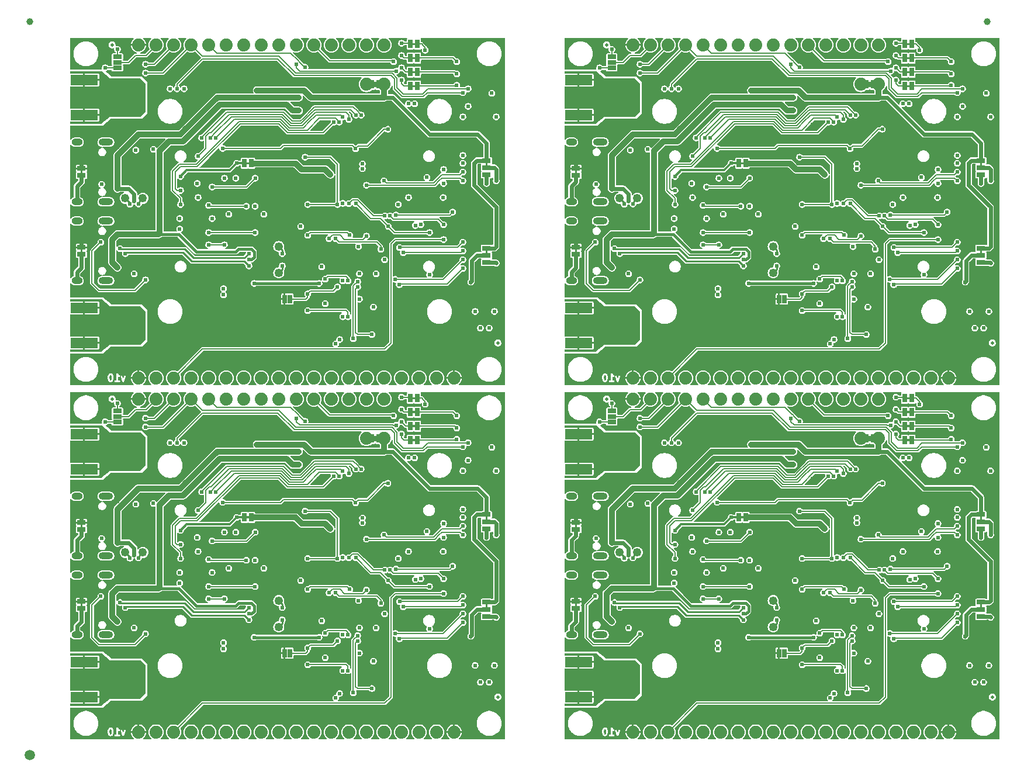
<source format=gbl>
%TF.GenerationSoftware,KiCad,Pcbnew,9.0.1*%
%TF.CreationDate,2025-05-12T17:56:43+01:00*%
%TF.ProjectId,SparkFun_GNSS_Flex_Breakout_panelized,53706172-6b46-4756-9e5f-474e53535f46,v10*%
%TF.SameCoordinates,Original*%
%TF.FileFunction,Copper,L4,Bot*%
%TF.FilePolarity,Positive*%
%FSLAX46Y46*%
G04 Gerber Fmt 4.6, Leading zero omitted, Abs format (unit mm)*
G04 Created by KiCad (PCBNEW 9.0.1) date 2025-05-12 17:56:43*
%MOMM*%
%LPD*%
G01*
G04 APERTURE LIST*
G04 Aperture macros list*
%AMRoundRect*
0 Rectangle with rounded corners*
0 $1 Rounding radius*
0 $2 $3 $4 $5 $6 $7 $8 $9 X,Y pos of 4 corners*
0 Add a 4 corners polygon primitive as box body*
4,1,4,$2,$3,$4,$5,$6,$7,$8,$9,$2,$3,0*
0 Add four circle primitives for the rounded corners*
1,1,$1+$1,$2,$3*
1,1,$1+$1,$4,$5*
1,1,$1+$1,$6,$7*
1,1,$1+$1,$8,$9*
0 Add four rect primitives between the rounded corners*
20,1,$1+$1,$2,$3,$4,$5,0*
20,1,$1+$1,$4,$5,$6,$7,0*
20,1,$1+$1,$6,$7,$8,$9,0*
20,1,$1+$1,$8,$9,$2,$3,0*%
G04 Aperture macros list end*
%ADD10C,0.254000*%
%TA.AperFunction,EtchedComponent*%
%ADD11C,0.000000*%
%TD*%
%TA.AperFunction,ComponentPad*%
%ADD12C,1.879600*%
%TD*%
%TA.AperFunction,ComponentPad*%
%ADD13O,1.600000X1.000000*%
%TD*%
%TA.AperFunction,ComponentPad*%
%ADD14O,2.100000X1.000000*%
%TD*%
%TA.AperFunction,SMDPad,CuDef*%
%ADD15R,4.000000X1.500000*%
%TD*%
%TA.AperFunction,SMDPad,CuDef*%
%ADD16C,1.500000*%
%TD*%
%TA.AperFunction,SMDPad,CuDef*%
%ADD17C,0.500000*%
%TD*%
%TA.AperFunction,SMDPad,CuDef*%
%ADD18R,0.635000X1.270000*%
%TD*%
%TA.AperFunction,SMDPad,CuDef*%
%ADD19R,0.660400X1.270000*%
%TD*%
%TA.AperFunction,SMDPad,CuDef*%
%ADD20R,1.270000X0.660400*%
%TD*%
%TA.AperFunction,SMDPad,CuDef*%
%ADD21C,1.000000*%
%TD*%
%TA.AperFunction,SMDPad,CuDef*%
%ADD22RoundRect,0.625000X0.000010X0.000010X-0.000010X0.000010X-0.000010X-0.000010X0.000010X-0.000010X0*%
%TD*%
%TA.AperFunction,SMDPad,CuDef*%
%ADD23R,1.270000X0.635000*%
%TD*%
%TA.AperFunction,ViaPad*%
%ADD24C,0.609600*%
%TD*%
%TA.AperFunction,Conductor*%
%ADD25C,0.177800*%
%TD*%
%TA.AperFunction,Conductor*%
%ADD26C,0.558800*%
%TD*%
%TA.AperFunction,Conductor*%
%ADD27C,0.406400*%
%TD*%
%TA.AperFunction,Conductor*%
%ADD28C,0.812800*%
%TD*%
%TA.AperFunction,Conductor*%
%ADD29C,0.304800*%
%TD*%
%TA.AperFunction,Conductor*%
%ADD30C,0.277622*%
%TD*%
G04 APERTURE END LIST*
D10*
G36*
X6184053Y1676433D02*
G01*
X6203292Y1657194D01*
X6236220Y1591338D01*
X6277428Y1426506D01*
X6277428Y1215869D01*
X6236220Y1051037D01*
X6203292Y985181D01*
X6184054Y965944D01*
X6132543Y940188D01*
X6095741Y940188D01*
X6044229Y965944D01*
X6024992Y985181D01*
X5992064Y1051037D01*
X5950856Y1215869D01*
X5950856Y1426506D01*
X5992064Y1591338D01*
X6024992Y1657194D01*
X6044231Y1676433D01*
X6095741Y1702188D01*
X6132543Y1702188D01*
X6184053Y1676433D01*
G37*
G36*
X8447159Y559188D02*
G01*
X5569856Y559188D01*
X5569856Y1442140D01*
X5696856Y1442140D01*
X5696856Y1200235D01*
X5697281Y1195914D01*
X5697006Y1194061D01*
X5698377Y1184789D01*
X5699296Y1175459D01*
X5700012Y1173729D01*
X5700648Y1169433D01*
X5749029Y975909D01*
X5749681Y974082D01*
X5749747Y973166D01*
X5753689Y962866D01*
X5757405Y952464D01*
X5757952Y951726D01*
X5758645Y949915D01*
X5807026Y853153D01*
X5813739Y842489D01*
X5815022Y839391D01*
X5817883Y835905D01*
X5820288Y832084D01*
X5822821Y829887D01*
X5830815Y820146D01*
X5879196Y771765D01*
X5888939Y763769D01*
X5891135Y761238D01*
X5894951Y758836D01*
X5898441Y755972D01*
X5901538Y754689D01*
X5912204Y747975D01*
X6008966Y699595D01*
X6032218Y690698D01*
X6036768Y690375D01*
X6040985Y688628D01*
X6065761Y686188D01*
X6162523Y686188D01*
X6187299Y688628D01*
X6191515Y690375D01*
X6196067Y690698D01*
X6219318Y699595D01*
X6316080Y747975D01*
X6326746Y754690D01*
X6329843Y755972D01*
X6333329Y758834D01*
X6337150Y761238D01*
X6339347Y763772D01*
X6349088Y771765D01*
X6397469Y820146D01*
X6405462Y829887D01*
X6407996Y832084D01*
X6410400Y835905D01*
X6412090Y837964D01*
X6666915Y837964D01*
X6666915Y788412D01*
X6685878Y742631D01*
X6720918Y707591D01*
X6766699Y688628D01*
X6791475Y686188D01*
X7372047Y686188D01*
X7396823Y688628D01*
X7442604Y707591D01*
X7477644Y742631D01*
X7496607Y788412D01*
X7496607Y837964D01*
X7477644Y883745D01*
X7442604Y918785D01*
X7396823Y937748D01*
X7372047Y940188D01*
X7208761Y940188D01*
X7208761Y1479815D01*
X7218489Y1473691D01*
X7315251Y1425310D01*
X7338502Y1416412D01*
X7387931Y1412899D01*
X7434942Y1428570D01*
X7472377Y1461037D01*
X7477838Y1471959D01*
X7585077Y1471959D01*
X7591112Y1447806D01*
X7833017Y770474D01*
X7843648Y747962D01*
X7847925Y743238D01*
X7850655Y737474D01*
X7864437Y724998D01*
X7876904Y711226D01*
X7882663Y708498D01*
X7887391Y704218D01*
X7904896Y697967D01*
X7921688Y690012D01*
X7928053Y689696D01*
X7934056Y687552D01*
X7952617Y688475D01*
X7971179Y687552D01*
X7977181Y689696D01*
X7983548Y690012D01*
X8000343Y697968D01*
X8017845Y704218D01*
X8022570Y708497D01*
X8028332Y711225D01*
X8040803Y725003D01*
X8054581Y737474D01*
X8057309Y743236D01*
X8061588Y747961D01*
X8072219Y770473D01*
X8314124Y1447806D01*
X8320159Y1471959D01*
X8317699Y1521451D01*
X8296486Y1566235D01*
X8259750Y1599491D01*
X8213084Y1616157D01*
X8163593Y1613697D01*
X8118809Y1592483D01*
X8085553Y1555747D01*
X8074922Y1533235D01*
X7952618Y1190786D01*
X7830314Y1533236D01*
X7819683Y1555748D01*
X7786427Y1592484D01*
X7741643Y1613697D01*
X7692151Y1616157D01*
X7645486Y1599491D01*
X7608750Y1566235D01*
X7587537Y1521451D01*
X7585077Y1471959D01*
X7477838Y1471959D01*
X7494537Y1505357D01*
X7498050Y1554786D01*
X7482379Y1601797D01*
X7449912Y1639232D01*
X7428843Y1652494D01*
X7350515Y1691658D01*
X7277215Y1764959D01*
X7187431Y1899635D01*
X7187375Y1899703D01*
X7187358Y1899745D01*
X7187263Y1899840D01*
X7171658Y1918896D01*
X7161209Y1925894D01*
X7152318Y1934785D01*
X7140823Y1939547D01*
X7130485Y1946470D01*
X7118154Y1948937D01*
X7106537Y1953748D01*
X7094094Y1953748D01*
X7081893Y1956188D01*
X7069560Y1953748D01*
X7056985Y1953748D01*
X7045487Y1948986D01*
X7033282Y1946571D01*
X7022820Y1939597D01*
X7011204Y1934785D01*
X7002406Y1925987D01*
X6992053Y1919085D01*
X6985055Y1908637D01*
X6976164Y1899745D01*
X6971402Y1888251D01*
X6964479Y1877912D01*
X6962012Y1865582D01*
X6957201Y1853964D01*
X6954786Y1829449D01*
X6954761Y1829320D01*
X6954769Y1829277D01*
X6954761Y1829188D01*
X6954761Y940188D01*
X6791475Y940188D01*
X6766699Y937748D01*
X6720918Y918785D01*
X6685878Y883745D01*
X6666915Y837964D01*
X6412090Y837964D01*
X6413262Y839391D01*
X6414544Y842489D01*
X6421258Y853153D01*
X6469639Y949915D01*
X6470332Y951728D01*
X6470879Y952465D01*
X6474591Y962858D01*
X6478537Y973166D01*
X6478602Y974082D01*
X6479255Y975909D01*
X6527636Y1169433D01*
X6528271Y1173729D01*
X6528988Y1175459D01*
X6529906Y1184789D01*
X6531278Y1194061D01*
X6531002Y1195914D01*
X6531428Y1200235D01*
X6531428Y1442140D01*
X6531002Y1446462D01*
X6531278Y1448314D01*
X6529906Y1457587D01*
X6528988Y1466916D01*
X6528271Y1468647D01*
X6527636Y1472942D01*
X6479255Y1666466D01*
X6478602Y1668294D01*
X6478537Y1669209D01*
X6474591Y1679518D01*
X6470879Y1689910D01*
X6470332Y1690648D01*
X6469639Y1692460D01*
X6421258Y1789222D01*
X6414544Y1799887D01*
X6413262Y1802984D01*
X6410400Y1806471D01*
X6407996Y1810291D01*
X6405462Y1812489D01*
X6397469Y1822229D01*
X6349088Y1870610D01*
X6339347Y1878604D01*
X6337150Y1881137D01*
X6333329Y1883542D01*
X6329843Y1886403D01*
X6326745Y1887686D01*
X6316081Y1894399D01*
X6219319Y1942780D01*
X6196068Y1951678D01*
X6191515Y1952002D01*
X6187299Y1953748D01*
X6162523Y1956188D01*
X6065761Y1956188D01*
X6040985Y1953748D01*
X6036768Y1952002D01*
X6032216Y1951678D01*
X6008965Y1942780D01*
X5912203Y1894399D01*
X5901538Y1887686D01*
X5898441Y1886403D01*
X5894954Y1883542D01*
X5891134Y1881137D01*
X5888936Y1878604D01*
X5879196Y1870610D01*
X5830815Y1822229D01*
X5822821Y1812489D01*
X5820288Y1810291D01*
X5817883Y1806471D01*
X5815022Y1802984D01*
X5813739Y1799887D01*
X5807026Y1789222D01*
X5758645Y1692460D01*
X5757952Y1690650D01*
X5757405Y1689911D01*
X5753689Y1679510D01*
X5749747Y1669209D01*
X5749681Y1668294D01*
X5749029Y1666466D01*
X5700648Y1472942D01*
X5700012Y1468647D01*
X5699296Y1466916D01*
X5698377Y1457587D01*
X5697006Y1448314D01*
X5697281Y1446462D01*
X5696856Y1442140D01*
X5569856Y1442140D01*
X5569856Y2083188D01*
X8447159Y2083188D01*
X8447159Y559188D01*
G37*
G36*
X6184053Y52976433D02*
G01*
X6203292Y52957194D01*
X6236220Y52891338D01*
X6277428Y52726506D01*
X6277428Y52515869D01*
X6236220Y52351037D01*
X6203292Y52285181D01*
X6184054Y52265944D01*
X6132543Y52240188D01*
X6095741Y52240188D01*
X6044229Y52265944D01*
X6024992Y52285181D01*
X5992064Y52351037D01*
X5950856Y52515869D01*
X5950856Y52726506D01*
X5992064Y52891338D01*
X6024992Y52957194D01*
X6044231Y52976433D01*
X6095741Y53002188D01*
X6132543Y53002188D01*
X6184053Y52976433D01*
G37*
G36*
X8447159Y51859188D02*
G01*
X5569856Y51859188D01*
X5569856Y52742140D01*
X5696856Y52742140D01*
X5696856Y52500235D01*
X5697281Y52495914D01*
X5697006Y52494061D01*
X5698377Y52484789D01*
X5699296Y52475459D01*
X5700012Y52473729D01*
X5700648Y52469433D01*
X5749029Y52275909D01*
X5749681Y52274082D01*
X5749747Y52273166D01*
X5753689Y52262866D01*
X5757405Y52252464D01*
X5757952Y52251726D01*
X5758645Y52249915D01*
X5807026Y52153153D01*
X5813739Y52142489D01*
X5815022Y52139391D01*
X5817883Y52135905D01*
X5820288Y52132084D01*
X5822821Y52129887D01*
X5830815Y52120146D01*
X5879196Y52071765D01*
X5888939Y52063769D01*
X5891135Y52061238D01*
X5894951Y52058836D01*
X5898441Y52055972D01*
X5901538Y52054689D01*
X5912204Y52047975D01*
X6008966Y51999595D01*
X6032218Y51990698D01*
X6036768Y51990375D01*
X6040985Y51988628D01*
X6065761Y51986188D01*
X6162523Y51986188D01*
X6187299Y51988628D01*
X6191515Y51990375D01*
X6196067Y51990698D01*
X6219318Y51999595D01*
X6316080Y52047975D01*
X6326746Y52054690D01*
X6329843Y52055972D01*
X6333329Y52058834D01*
X6337150Y52061238D01*
X6339347Y52063772D01*
X6349088Y52071765D01*
X6397469Y52120146D01*
X6405462Y52129887D01*
X6407996Y52132084D01*
X6410400Y52135905D01*
X6412090Y52137964D01*
X6666915Y52137964D01*
X6666915Y52088412D01*
X6685878Y52042631D01*
X6720918Y52007591D01*
X6766699Y51988628D01*
X6791475Y51986188D01*
X7372047Y51986188D01*
X7396823Y51988628D01*
X7442604Y52007591D01*
X7477644Y52042631D01*
X7496607Y52088412D01*
X7496607Y52137964D01*
X7477644Y52183745D01*
X7442604Y52218785D01*
X7396823Y52237748D01*
X7372047Y52240188D01*
X7208761Y52240188D01*
X7208761Y52779815D01*
X7218489Y52773691D01*
X7315251Y52725310D01*
X7338502Y52716412D01*
X7387931Y52712899D01*
X7434942Y52728570D01*
X7472377Y52761037D01*
X7477838Y52771959D01*
X7585077Y52771959D01*
X7591112Y52747806D01*
X7833017Y52070474D01*
X7843648Y52047962D01*
X7847925Y52043238D01*
X7850655Y52037474D01*
X7864437Y52024998D01*
X7876904Y52011226D01*
X7882663Y52008498D01*
X7887391Y52004218D01*
X7904896Y51997967D01*
X7921688Y51990012D01*
X7928053Y51989696D01*
X7934056Y51987552D01*
X7952617Y51988475D01*
X7971179Y51987552D01*
X7977181Y51989696D01*
X7983548Y51990012D01*
X8000343Y51997968D01*
X8017845Y52004218D01*
X8022570Y52008497D01*
X8028332Y52011225D01*
X8040803Y52025003D01*
X8054581Y52037474D01*
X8057309Y52043236D01*
X8061588Y52047961D01*
X8072219Y52070473D01*
X8314124Y52747806D01*
X8320159Y52771959D01*
X8317699Y52821451D01*
X8296486Y52866235D01*
X8259750Y52899491D01*
X8213084Y52916157D01*
X8163593Y52913697D01*
X8118809Y52892483D01*
X8085553Y52855747D01*
X8074922Y52833235D01*
X7952618Y52490786D01*
X7830314Y52833236D01*
X7819683Y52855748D01*
X7786427Y52892484D01*
X7741643Y52913697D01*
X7692151Y52916157D01*
X7645486Y52899491D01*
X7608750Y52866235D01*
X7587537Y52821451D01*
X7585077Y52771959D01*
X7477838Y52771959D01*
X7494537Y52805357D01*
X7498050Y52854786D01*
X7482379Y52901797D01*
X7449912Y52939232D01*
X7428843Y52952494D01*
X7350515Y52991658D01*
X7277215Y53064959D01*
X7187431Y53199635D01*
X7187375Y53199703D01*
X7187358Y53199745D01*
X7187263Y53199840D01*
X7171658Y53218896D01*
X7161209Y53225894D01*
X7152318Y53234785D01*
X7140823Y53239547D01*
X7130485Y53246470D01*
X7118154Y53248937D01*
X7106537Y53253748D01*
X7094094Y53253748D01*
X7081893Y53256188D01*
X7069560Y53253748D01*
X7056985Y53253748D01*
X7045487Y53248986D01*
X7033282Y53246571D01*
X7022820Y53239597D01*
X7011204Y53234785D01*
X7002406Y53225987D01*
X6992053Y53219085D01*
X6985055Y53208637D01*
X6976164Y53199745D01*
X6971402Y53188251D01*
X6964479Y53177912D01*
X6962012Y53165582D01*
X6957201Y53153964D01*
X6954786Y53129449D01*
X6954761Y53129320D01*
X6954769Y53129277D01*
X6954761Y53129188D01*
X6954761Y52240188D01*
X6791475Y52240188D01*
X6766699Y52237748D01*
X6720918Y52218785D01*
X6685878Y52183745D01*
X6666915Y52137964D01*
X6412090Y52137964D01*
X6413262Y52139391D01*
X6414544Y52142489D01*
X6421258Y52153153D01*
X6469639Y52249915D01*
X6470332Y52251728D01*
X6470879Y52252465D01*
X6474591Y52262858D01*
X6478537Y52273166D01*
X6478602Y52274082D01*
X6479255Y52275909D01*
X6527636Y52469433D01*
X6528271Y52473729D01*
X6528988Y52475459D01*
X6529906Y52484789D01*
X6531278Y52494061D01*
X6531002Y52495914D01*
X6531428Y52500235D01*
X6531428Y52742140D01*
X6531002Y52746462D01*
X6531278Y52748314D01*
X6529906Y52757587D01*
X6528988Y52766916D01*
X6528271Y52768647D01*
X6527636Y52772942D01*
X6479255Y52966466D01*
X6478602Y52968294D01*
X6478537Y52969209D01*
X6474591Y52979518D01*
X6470879Y52989910D01*
X6470332Y52990648D01*
X6469639Y52992460D01*
X6421258Y53089222D01*
X6414544Y53099887D01*
X6413262Y53102984D01*
X6410400Y53106471D01*
X6407996Y53110291D01*
X6405462Y53112489D01*
X6397469Y53122229D01*
X6349088Y53170610D01*
X6339347Y53178604D01*
X6337150Y53181137D01*
X6333329Y53183542D01*
X6329843Y53186403D01*
X6326745Y53187686D01*
X6316081Y53194399D01*
X6219319Y53242780D01*
X6196068Y53251678D01*
X6191515Y53252002D01*
X6187299Y53253748D01*
X6162523Y53256188D01*
X6065761Y53256188D01*
X6040985Y53253748D01*
X6036768Y53252002D01*
X6032216Y53251678D01*
X6008965Y53242780D01*
X5912203Y53194399D01*
X5901538Y53187686D01*
X5898441Y53186403D01*
X5894954Y53183542D01*
X5891134Y53181137D01*
X5888936Y53178604D01*
X5879196Y53170610D01*
X5830815Y53122229D01*
X5822821Y53112489D01*
X5820288Y53110291D01*
X5817883Y53106471D01*
X5815022Y53102984D01*
X5813739Y53099887D01*
X5807026Y53089222D01*
X5758645Y52992460D01*
X5757952Y52990650D01*
X5757405Y52989911D01*
X5753689Y52979510D01*
X5749747Y52969209D01*
X5749681Y52968294D01*
X5749029Y52966466D01*
X5700648Y52772942D01*
X5700012Y52768647D01*
X5699296Y52766916D01*
X5698377Y52757587D01*
X5697006Y52748314D01*
X5697281Y52746462D01*
X5696856Y52742140D01*
X5569856Y52742140D01*
X5569856Y53383188D01*
X8447159Y53383188D01*
X8447159Y51859188D01*
G37*
G36*
X77804053Y52976433D02*
G01*
X77823292Y52957194D01*
X77856220Y52891338D01*
X77897428Y52726506D01*
X77897428Y52515869D01*
X77856220Y52351037D01*
X77823292Y52285181D01*
X77804054Y52265944D01*
X77752543Y52240188D01*
X77715741Y52240188D01*
X77664229Y52265944D01*
X77644992Y52285181D01*
X77612064Y52351037D01*
X77570856Y52515869D01*
X77570856Y52726506D01*
X77612064Y52891338D01*
X77644992Y52957194D01*
X77664231Y52976433D01*
X77715741Y53002188D01*
X77752543Y53002188D01*
X77804053Y52976433D01*
G37*
G36*
X80067159Y51859188D02*
G01*
X77189856Y51859188D01*
X77189856Y52742140D01*
X77316856Y52742140D01*
X77316856Y52500235D01*
X77317281Y52495914D01*
X77317006Y52494061D01*
X77318377Y52484789D01*
X77319296Y52475459D01*
X77320012Y52473729D01*
X77320648Y52469433D01*
X77369029Y52275909D01*
X77369681Y52274082D01*
X77369747Y52273166D01*
X77373689Y52262866D01*
X77377405Y52252464D01*
X77377952Y52251726D01*
X77378645Y52249915D01*
X77427026Y52153153D01*
X77433739Y52142489D01*
X77435022Y52139391D01*
X77437883Y52135905D01*
X77440288Y52132084D01*
X77442821Y52129887D01*
X77450815Y52120146D01*
X77499196Y52071765D01*
X77508939Y52063769D01*
X77511135Y52061238D01*
X77514951Y52058836D01*
X77518441Y52055972D01*
X77521538Y52054689D01*
X77532204Y52047975D01*
X77628966Y51999595D01*
X77652218Y51990698D01*
X77656768Y51990375D01*
X77660985Y51988628D01*
X77685761Y51986188D01*
X77782523Y51986188D01*
X77807299Y51988628D01*
X77811515Y51990375D01*
X77816067Y51990698D01*
X77839318Y51999595D01*
X77936080Y52047975D01*
X77946746Y52054690D01*
X77949843Y52055972D01*
X77953329Y52058834D01*
X77957150Y52061238D01*
X77959347Y52063772D01*
X77969088Y52071765D01*
X78017469Y52120146D01*
X78025462Y52129887D01*
X78027996Y52132084D01*
X78030400Y52135905D01*
X78032090Y52137964D01*
X78286915Y52137964D01*
X78286915Y52088412D01*
X78305878Y52042631D01*
X78340918Y52007591D01*
X78386699Y51988628D01*
X78411475Y51986188D01*
X78992047Y51986188D01*
X79016823Y51988628D01*
X79062604Y52007591D01*
X79097644Y52042631D01*
X79116607Y52088412D01*
X79116607Y52137964D01*
X79097644Y52183745D01*
X79062604Y52218785D01*
X79016823Y52237748D01*
X78992047Y52240188D01*
X78828761Y52240188D01*
X78828761Y52779815D01*
X78838489Y52773691D01*
X78935251Y52725310D01*
X78958502Y52716412D01*
X79007931Y52712899D01*
X79054942Y52728570D01*
X79092377Y52761037D01*
X79097838Y52771959D01*
X79205077Y52771959D01*
X79211112Y52747806D01*
X79453017Y52070474D01*
X79463648Y52047962D01*
X79467925Y52043238D01*
X79470655Y52037474D01*
X79484437Y52024998D01*
X79496904Y52011226D01*
X79502663Y52008498D01*
X79507391Y52004218D01*
X79524896Y51997967D01*
X79541688Y51990012D01*
X79548053Y51989696D01*
X79554056Y51987552D01*
X79572617Y51988475D01*
X79591179Y51987552D01*
X79597181Y51989696D01*
X79603548Y51990012D01*
X79620343Y51997968D01*
X79637845Y52004218D01*
X79642570Y52008497D01*
X79648332Y52011225D01*
X79660803Y52025003D01*
X79674581Y52037474D01*
X79677309Y52043236D01*
X79681588Y52047961D01*
X79692219Y52070473D01*
X79934124Y52747806D01*
X79940159Y52771959D01*
X79937699Y52821451D01*
X79916486Y52866235D01*
X79879750Y52899491D01*
X79833084Y52916157D01*
X79783593Y52913697D01*
X79738809Y52892483D01*
X79705553Y52855747D01*
X79694922Y52833235D01*
X79572618Y52490786D01*
X79450314Y52833236D01*
X79439683Y52855748D01*
X79406427Y52892484D01*
X79361643Y52913697D01*
X79312151Y52916157D01*
X79265486Y52899491D01*
X79228750Y52866235D01*
X79207537Y52821451D01*
X79205077Y52771959D01*
X79097838Y52771959D01*
X79114537Y52805357D01*
X79118050Y52854786D01*
X79102379Y52901797D01*
X79069912Y52939232D01*
X79048843Y52952494D01*
X78970515Y52991658D01*
X78897215Y53064959D01*
X78807431Y53199635D01*
X78807375Y53199703D01*
X78807358Y53199745D01*
X78807263Y53199840D01*
X78791658Y53218896D01*
X78781209Y53225894D01*
X78772318Y53234785D01*
X78760823Y53239547D01*
X78750485Y53246470D01*
X78738154Y53248937D01*
X78726537Y53253748D01*
X78714094Y53253748D01*
X78701893Y53256188D01*
X78689560Y53253748D01*
X78676985Y53253748D01*
X78665487Y53248986D01*
X78653282Y53246571D01*
X78642820Y53239597D01*
X78631204Y53234785D01*
X78622406Y53225987D01*
X78612053Y53219085D01*
X78605055Y53208637D01*
X78596164Y53199745D01*
X78591402Y53188251D01*
X78584479Y53177912D01*
X78582012Y53165582D01*
X78577201Y53153964D01*
X78574786Y53129449D01*
X78574761Y53129320D01*
X78574769Y53129277D01*
X78574761Y53129188D01*
X78574761Y52240188D01*
X78411475Y52240188D01*
X78386699Y52237748D01*
X78340918Y52218785D01*
X78305878Y52183745D01*
X78286915Y52137964D01*
X78032090Y52137964D01*
X78033262Y52139391D01*
X78034544Y52142489D01*
X78041258Y52153153D01*
X78089639Y52249915D01*
X78090332Y52251728D01*
X78090879Y52252465D01*
X78094591Y52262858D01*
X78098537Y52273166D01*
X78098602Y52274082D01*
X78099255Y52275909D01*
X78147636Y52469433D01*
X78148271Y52473729D01*
X78148988Y52475459D01*
X78149906Y52484789D01*
X78151278Y52494061D01*
X78151002Y52495914D01*
X78151428Y52500235D01*
X78151428Y52742140D01*
X78151002Y52746462D01*
X78151278Y52748314D01*
X78149906Y52757587D01*
X78148988Y52766916D01*
X78148271Y52768647D01*
X78147636Y52772942D01*
X78099255Y52966466D01*
X78098602Y52968294D01*
X78098537Y52969209D01*
X78094591Y52979518D01*
X78090879Y52989910D01*
X78090332Y52990648D01*
X78089639Y52992460D01*
X78041258Y53089222D01*
X78034544Y53099887D01*
X78033262Y53102984D01*
X78030400Y53106471D01*
X78027996Y53110291D01*
X78025462Y53112489D01*
X78017469Y53122229D01*
X77969088Y53170610D01*
X77959347Y53178604D01*
X77957150Y53181137D01*
X77953329Y53183542D01*
X77949843Y53186403D01*
X77946745Y53187686D01*
X77936081Y53194399D01*
X77839319Y53242780D01*
X77816068Y53251678D01*
X77811515Y53252002D01*
X77807299Y53253748D01*
X77782523Y53256188D01*
X77685761Y53256188D01*
X77660985Y53253748D01*
X77656768Y53252002D01*
X77652216Y53251678D01*
X77628965Y53242780D01*
X77532203Y53194399D01*
X77521538Y53187686D01*
X77518441Y53186403D01*
X77514954Y53183542D01*
X77511134Y53181137D01*
X77508936Y53178604D01*
X77499196Y53170610D01*
X77450815Y53122229D01*
X77442821Y53112489D01*
X77440288Y53110291D01*
X77437883Y53106471D01*
X77435022Y53102984D01*
X77433739Y53099887D01*
X77427026Y53089222D01*
X77378645Y52992460D01*
X77377952Y52990650D01*
X77377405Y52989911D01*
X77373689Y52979510D01*
X77369747Y52969209D01*
X77369681Y52968294D01*
X77369029Y52966466D01*
X77320648Y52772942D01*
X77320012Y52768647D01*
X77319296Y52766916D01*
X77318377Y52757587D01*
X77317006Y52748314D01*
X77317281Y52746462D01*
X77316856Y52742140D01*
X77189856Y52742140D01*
X77189856Y53383188D01*
X80067159Y53383188D01*
X80067159Y51859188D01*
G37*
G36*
X77804053Y1676433D02*
G01*
X77823292Y1657194D01*
X77856220Y1591338D01*
X77897428Y1426506D01*
X77897428Y1215869D01*
X77856220Y1051037D01*
X77823292Y985181D01*
X77804054Y965944D01*
X77752543Y940188D01*
X77715741Y940188D01*
X77664229Y965944D01*
X77644992Y985181D01*
X77612064Y1051037D01*
X77570856Y1215869D01*
X77570856Y1426506D01*
X77612064Y1591338D01*
X77644992Y1657194D01*
X77664231Y1676433D01*
X77715741Y1702188D01*
X77752543Y1702188D01*
X77804053Y1676433D01*
G37*
G36*
X80067159Y559188D02*
G01*
X77189856Y559188D01*
X77189856Y1442140D01*
X77316856Y1442140D01*
X77316856Y1200235D01*
X77317281Y1195914D01*
X77317006Y1194061D01*
X77318377Y1184789D01*
X77319296Y1175459D01*
X77320012Y1173729D01*
X77320648Y1169433D01*
X77369029Y975909D01*
X77369681Y974082D01*
X77369747Y973166D01*
X77373689Y962866D01*
X77377405Y952464D01*
X77377952Y951726D01*
X77378645Y949915D01*
X77427026Y853153D01*
X77433739Y842489D01*
X77435022Y839391D01*
X77437883Y835905D01*
X77440288Y832084D01*
X77442821Y829887D01*
X77450815Y820146D01*
X77499196Y771765D01*
X77508939Y763769D01*
X77511135Y761238D01*
X77514951Y758836D01*
X77518441Y755972D01*
X77521538Y754689D01*
X77532204Y747975D01*
X77628966Y699595D01*
X77652218Y690698D01*
X77656768Y690375D01*
X77660985Y688628D01*
X77685761Y686188D01*
X77782523Y686188D01*
X77807299Y688628D01*
X77811515Y690375D01*
X77816067Y690698D01*
X77839318Y699595D01*
X77936080Y747975D01*
X77946746Y754690D01*
X77949843Y755972D01*
X77953329Y758834D01*
X77957150Y761238D01*
X77959347Y763772D01*
X77969088Y771765D01*
X78017469Y820146D01*
X78025462Y829887D01*
X78027996Y832084D01*
X78030400Y835905D01*
X78032090Y837964D01*
X78286915Y837964D01*
X78286915Y788412D01*
X78305878Y742631D01*
X78340918Y707591D01*
X78386699Y688628D01*
X78411475Y686188D01*
X78992047Y686188D01*
X79016823Y688628D01*
X79062604Y707591D01*
X79097644Y742631D01*
X79116607Y788412D01*
X79116607Y837964D01*
X79097644Y883745D01*
X79062604Y918785D01*
X79016823Y937748D01*
X78992047Y940188D01*
X78828761Y940188D01*
X78828761Y1479815D01*
X78838489Y1473691D01*
X78935251Y1425310D01*
X78958502Y1416412D01*
X79007931Y1412899D01*
X79054942Y1428570D01*
X79092377Y1461037D01*
X79097838Y1471959D01*
X79205077Y1471959D01*
X79211112Y1447806D01*
X79453017Y770474D01*
X79463648Y747962D01*
X79467925Y743238D01*
X79470655Y737474D01*
X79484437Y724998D01*
X79496904Y711226D01*
X79502663Y708498D01*
X79507391Y704218D01*
X79524896Y697967D01*
X79541688Y690012D01*
X79548053Y689696D01*
X79554056Y687552D01*
X79572617Y688475D01*
X79591179Y687552D01*
X79597181Y689696D01*
X79603548Y690012D01*
X79620343Y697968D01*
X79637845Y704218D01*
X79642570Y708497D01*
X79648332Y711225D01*
X79660803Y725003D01*
X79674581Y737474D01*
X79677309Y743236D01*
X79681588Y747961D01*
X79692219Y770473D01*
X79934124Y1447806D01*
X79940159Y1471959D01*
X79937699Y1521451D01*
X79916486Y1566235D01*
X79879750Y1599491D01*
X79833084Y1616157D01*
X79783593Y1613697D01*
X79738809Y1592483D01*
X79705553Y1555747D01*
X79694922Y1533235D01*
X79572618Y1190786D01*
X79450314Y1533236D01*
X79439683Y1555748D01*
X79406427Y1592484D01*
X79361643Y1613697D01*
X79312151Y1616157D01*
X79265486Y1599491D01*
X79228750Y1566235D01*
X79207537Y1521451D01*
X79205077Y1471959D01*
X79097838Y1471959D01*
X79114537Y1505357D01*
X79118050Y1554786D01*
X79102379Y1601797D01*
X79069912Y1639232D01*
X79048843Y1652494D01*
X78970515Y1691658D01*
X78897215Y1764959D01*
X78807431Y1899635D01*
X78807375Y1899703D01*
X78807358Y1899745D01*
X78807263Y1899840D01*
X78791658Y1918896D01*
X78781209Y1925894D01*
X78772318Y1934785D01*
X78760823Y1939547D01*
X78750485Y1946470D01*
X78738154Y1948937D01*
X78726537Y1953748D01*
X78714094Y1953748D01*
X78701893Y1956188D01*
X78689560Y1953748D01*
X78676985Y1953748D01*
X78665487Y1948986D01*
X78653282Y1946571D01*
X78642820Y1939597D01*
X78631204Y1934785D01*
X78622406Y1925987D01*
X78612053Y1919085D01*
X78605055Y1908637D01*
X78596164Y1899745D01*
X78591402Y1888251D01*
X78584479Y1877912D01*
X78582012Y1865582D01*
X78577201Y1853964D01*
X78574786Y1829449D01*
X78574761Y1829320D01*
X78574769Y1829277D01*
X78574761Y1829188D01*
X78574761Y940188D01*
X78411475Y940188D01*
X78386699Y937748D01*
X78340918Y918785D01*
X78305878Y883745D01*
X78286915Y837964D01*
X78032090Y837964D01*
X78033262Y839391D01*
X78034544Y842489D01*
X78041258Y853153D01*
X78089639Y949915D01*
X78090332Y951728D01*
X78090879Y952465D01*
X78094591Y962858D01*
X78098537Y973166D01*
X78098602Y974082D01*
X78099255Y975909D01*
X78147636Y1169433D01*
X78148271Y1173729D01*
X78148988Y1175459D01*
X78149906Y1184789D01*
X78151278Y1194061D01*
X78151002Y1195914D01*
X78151428Y1200235D01*
X78151428Y1442140D01*
X78151002Y1446462D01*
X78151278Y1448314D01*
X78149906Y1457587D01*
X78148988Y1466916D01*
X78148271Y1468647D01*
X78147636Y1472942D01*
X78099255Y1666466D01*
X78098602Y1668294D01*
X78098537Y1669209D01*
X78094591Y1679518D01*
X78090879Y1689910D01*
X78090332Y1690648D01*
X78089639Y1692460D01*
X78041258Y1789222D01*
X78034544Y1799887D01*
X78033262Y1802984D01*
X78030400Y1806471D01*
X78027996Y1810291D01*
X78025462Y1812489D01*
X78017469Y1822229D01*
X77969088Y1870610D01*
X77959347Y1878604D01*
X77957150Y1881137D01*
X77953329Y1883542D01*
X77949843Y1886403D01*
X77946745Y1887686D01*
X77936081Y1894399D01*
X77839319Y1942780D01*
X77816068Y1951678D01*
X77811515Y1952002D01*
X77807299Y1953748D01*
X77782523Y1956188D01*
X77685761Y1956188D01*
X77660985Y1953748D01*
X77656768Y1952002D01*
X77652216Y1951678D01*
X77628965Y1942780D01*
X77532203Y1894399D01*
X77521538Y1887686D01*
X77518441Y1886403D01*
X77514954Y1883542D01*
X77511134Y1881137D01*
X77508936Y1878604D01*
X77499196Y1870610D01*
X77450815Y1822229D01*
X77442821Y1812489D01*
X77440288Y1810291D01*
X77437883Y1806471D01*
X77435022Y1802984D01*
X77433739Y1799887D01*
X77427026Y1789222D01*
X77378645Y1692460D01*
X77377952Y1690650D01*
X77377405Y1689911D01*
X77373689Y1679510D01*
X77369747Y1669209D01*
X77369681Y1668294D01*
X77369029Y1666466D01*
X77320648Y1472942D01*
X77320012Y1468647D01*
X77319296Y1466916D01*
X77318377Y1457587D01*
X77317006Y1448314D01*
X77317281Y1446462D01*
X77316856Y1442140D01*
X77189856Y1442140D01*
X77189856Y2083188D01*
X80067159Y2083188D01*
X80067159Y559188D01*
G37*
D11*
%TA.AperFunction,EtchedComponent*%
%TO.C,PPS1*%
G36*
X50300700Y47475000D02*
G01*
X49800700Y47475000D01*
X49800700Y47775000D01*
X50300700Y47775000D01*
X50300700Y47475000D01*
G37*
%TD.AperFunction*%
%TA.AperFunction,EtchedComponent*%
G36*
X121920700Y47475000D02*
G01*
X121420700Y47475000D01*
X121420700Y47775000D01*
X121920700Y47775000D01*
X121920700Y47475000D01*
G37*
%TD.AperFunction*%
%TA.AperFunction,EtchedComponent*%
G36*
X50300700Y98775000D02*
G01*
X49800700Y98775000D01*
X49800700Y99075000D01*
X50300700Y99075000D01*
X50300700Y98775000D01*
G37*
%TD.AperFunction*%
%TA.AperFunction,EtchedComponent*%
G36*
X121920700Y98775000D02*
G01*
X121420700Y98775000D01*
X121420700Y99075000D01*
X121920700Y99075000D01*
X121920700Y98775000D01*
G37*
%TD.AperFunction*%
%TA.AperFunction,EtchedComponent*%
%TO.C,PWR1*%
G36*
X50300700Y49497600D02*
G01*
X49800700Y49497600D01*
X49800700Y49797600D01*
X50300700Y49797600D01*
X50300700Y49497600D01*
G37*
%TD.AperFunction*%
%TA.AperFunction,EtchedComponent*%
G36*
X121920700Y100797600D02*
G01*
X121420700Y100797600D01*
X121420700Y101097600D01*
X121920700Y101097600D01*
X121920700Y100797600D01*
G37*
%TD.AperFunction*%
%TA.AperFunction,EtchedComponent*%
G36*
X50300700Y100797600D02*
G01*
X49800700Y100797600D01*
X49800700Y101097600D01*
X50300700Y101097600D01*
X50300700Y100797600D01*
G37*
%TD.AperFunction*%
%TA.AperFunction,EtchedComponent*%
G36*
X121920700Y49497600D02*
G01*
X121420700Y49497600D01*
X121420700Y49797600D01*
X121920700Y49797600D01*
X121920700Y49497600D01*
G37*
%TD.AperFunction*%
%TA.AperFunction,EtchedComponent*%
%TO.C,SHLD2*%
G36*
X2055000Y19435000D02*
G01*
X1755000Y19435000D01*
X1755000Y19935000D01*
X2055000Y19935000D01*
X2055000Y19435000D01*
G37*
%TD.AperFunction*%
%TA.AperFunction,EtchedComponent*%
G36*
X73675000Y70735000D02*
G01*
X73375000Y70735000D01*
X73375000Y71235000D01*
X73675000Y71235000D01*
X73675000Y70735000D01*
G37*
%TD.AperFunction*%
%TA.AperFunction,EtchedComponent*%
G36*
X2055000Y70735000D02*
G01*
X1755000Y70735000D01*
X1755000Y71235000D01*
X2055000Y71235000D01*
X2055000Y70735000D01*
G37*
%TD.AperFunction*%
%TA.AperFunction,EtchedComponent*%
G36*
X73675000Y19435000D02*
G01*
X73375000Y19435000D01*
X73375000Y19935000D01*
X73675000Y19935000D01*
X73675000Y19435000D01*
G37*
%TD.AperFunction*%
%TA.AperFunction,EtchedComponent*%
%TO.C,RTK1*%
G36*
X50300700Y43411000D02*
G01*
X49800700Y43411000D01*
X49800700Y43711000D01*
X50300700Y43711000D01*
X50300700Y43411000D01*
G37*
%TD.AperFunction*%
%TA.AperFunction,EtchedComponent*%
G36*
X50300700Y94711000D02*
G01*
X49800700Y94711000D01*
X49800700Y95011000D01*
X50300700Y95011000D01*
X50300700Y94711000D01*
G37*
%TD.AperFunction*%
%TA.AperFunction,EtchedComponent*%
G36*
X121920700Y94711000D02*
G01*
X121420700Y94711000D01*
X121420700Y95011000D01*
X121920700Y95011000D01*
X121920700Y94711000D01*
G37*
%TD.AperFunction*%
%TA.AperFunction,EtchedComponent*%
G36*
X121920700Y43411000D02*
G01*
X121420700Y43411000D01*
X121420700Y43711000D01*
X121920700Y43711000D01*
X121920700Y43411000D01*
G37*
%TD.AperFunction*%
%TA.AperFunction,EtchedComponent*%
%TO.C,VOUT2*%
G36*
X60729000Y19320700D02*
G01*
X60429000Y19320700D01*
X60429000Y19820700D01*
X60729000Y19820700D01*
X60729000Y19320700D01*
G37*
%TD.AperFunction*%
%TA.AperFunction,EtchedComponent*%
G36*
X132349000Y19320700D02*
G01*
X132049000Y19320700D01*
X132049000Y19820700D01*
X132349000Y19820700D01*
X132349000Y19320700D01*
G37*
%TD.AperFunction*%
%TA.AperFunction,EtchedComponent*%
G36*
X60729000Y70620700D02*
G01*
X60429000Y70620700D01*
X60429000Y71120700D01*
X60729000Y71120700D01*
X60729000Y70620700D01*
G37*
%TD.AperFunction*%
%TA.AperFunction,EtchedComponent*%
G36*
X132349000Y70620700D02*
G01*
X132049000Y70620700D01*
X132049000Y71120700D01*
X132349000Y71120700D01*
X132349000Y70620700D01*
G37*
%TD.AperFunction*%
%TA.AperFunction,EtchedComponent*%
%TO.C,SHLD1*%
G36*
X2055000Y30865000D02*
G01*
X1755000Y30865000D01*
X1755000Y31365000D01*
X2055000Y31365000D01*
X2055000Y30865000D01*
G37*
%TD.AperFunction*%
%TA.AperFunction,EtchedComponent*%
G36*
X2055000Y82165000D02*
G01*
X1755000Y82165000D01*
X1755000Y82665000D01*
X2055000Y82665000D01*
X2055000Y82165000D01*
G37*
%TD.AperFunction*%
%TA.AperFunction,EtchedComponent*%
G36*
X73675000Y30865000D02*
G01*
X73375000Y30865000D01*
X73375000Y31365000D01*
X73675000Y31365000D01*
X73675000Y30865000D01*
G37*
%TD.AperFunction*%
%TA.AperFunction,EtchedComponent*%
G36*
X73675000Y82165000D02*
G01*
X73375000Y82165000D01*
X73375000Y82665000D01*
X73675000Y82665000D01*
X73675000Y82165000D01*
G37*
%TD.AperFunction*%
%TA.AperFunction,EtchedComponent*%
%TO.C,VBACKUP.1*%
G36*
X26270700Y32235000D02*
G01*
X25770700Y32235000D01*
X25770700Y32535000D01*
X26270700Y32535000D01*
X26270700Y32235000D01*
G37*
%TD.AperFunction*%
%TA.AperFunction,EtchedComponent*%
G36*
X97890700Y83535000D02*
G01*
X97390700Y83535000D01*
X97390700Y83835000D01*
X97890700Y83835000D01*
X97890700Y83535000D01*
G37*
%TD.AperFunction*%
%TA.AperFunction,EtchedComponent*%
G36*
X97890700Y32235000D02*
G01*
X97390700Y32235000D01*
X97390700Y32535000D01*
X97890700Y32535000D01*
X97890700Y32235000D01*
G37*
%TD.AperFunction*%
%TA.AperFunction,EtchedComponent*%
G36*
X26270700Y83535000D02*
G01*
X25770700Y83535000D01*
X25770700Y83835000D01*
X26270700Y83835000D01*
X26270700Y83535000D01*
G37*
%TD.AperFunction*%
%TA.AperFunction,EtchedComponent*%
%TO.C,JP1*%
G36*
X44200000Y43415000D02*
G01*
X44700000Y43415000D01*
X44700000Y44215000D01*
X44200000Y44215000D01*
X44200000Y43415000D01*
G37*
%TD.AperFunction*%
%TA.AperFunction,EtchedComponent*%
G36*
X115820000Y94715000D02*
G01*
X116320000Y94715000D01*
X116320000Y95515000D01*
X115820000Y95515000D01*
X115820000Y94715000D01*
G37*
%TD.AperFunction*%
%TA.AperFunction,EtchedComponent*%
G36*
X44200000Y94715000D02*
G01*
X44700000Y94715000D01*
X44700000Y95515000D01*
X44200000Y95515000D01*
X44200000Y94715000D01*
G37*
%TD.AperFunction*%
%TA.AperFunction,EtchedComponent*%
G36*
X115820000Y43415000D02*
G01*
X116320000Y43415000D01*
X116320000Y44215000D01*
X115820000Y44215000D01*
X115820000Y43415000D01*
G37*
%TD.AperFunction*%
%TA.AperFunction,EtchedComponent*%
%TO.C,VOUT1*%
G36*
X60729000Y32020700D02*
G01*
X60429000Y32020700D01*
X60429000Y32520700D01*
X60729000Y32520700D01*
X60729000Y32020700D01*
G37*
%TD.AperFunction*%
%TA.AperFunction,EtchedComponent*%
G36*
X132349000Y32020700D02*
G01*
X132049000Y32020700D01*
X132049000Y32520700D01*
X132349000Y32520700D01*
X132349000Y32020700D01*
G37*
%TD.AperFunction*%
%TA.AperFunction,EtchedComponent*%
G36*
X60729000Y83320700D02*
G01*
X60429000Y83320700D01*
X60429000Y83820700D01*
X60729000Y83820700D01*
X60729000Y83320700D01*
G37*
%TD.AperFunction*%
%TA.AperFunction,EtchedComponent*%
G36*
X132349000Y83320700D02*
G01*
X132049000Y83320700D01*
X132049000Y83820700D01*
X132349000Y83820700D01*
X132349000Y83320700D01*
G37*
%TD.AperFunction*%
%TA.AperFunction,EtchedComponent*%
%TO.C,PVT1*%
G36*
X50300700Y45443000D02*
G01*
X49800700Y45443000D01*
X49800700Y45743000D01*
X50300700Y45743000D01*
X50300700Y45443000D01*
G37*
%TD.AperFunction*%
%TA.AperFunction,EtchedComponent*%
G36*
X121920700Y96743000D02*
G01*
X121420700Y96743000D01*
X121420700Y97043000D01*
X121920700Y97043000D01*
X121920700Y96743000D01*
G37*
%TD.AperFunction*%
%TA.AperFunction,EtchedComponent*%
G36*
X50300700Y96743000D02*
G01*
X49800700Y96743000D01*
X49800700Y97043000D01*
X50300700Y97043000D01*
X50300700Y96743000D01*
G37*
%TD.AperFunction*%
%TA.AperFunction,EtchedComponent*%
G36*
X121920700Y45443000D02*
G01*
X121420700Y45443000D01*
X121420700Y45743000D01*
X121920700Y45743000D01*
X121920700Y45443000D01*
G37*
%TD.AperFunction*%
%TD*%
D12*
%TO.P,J3,1,Pin_1*%
%TO.N,GND*%
X10160000Y49530000D03*
%TO.P,J3,2,Pin_2*%
%TO.N,3.3V*%
X12700000Y49530000D03*
%TO.P,J3,3,Pin_3*%
%TO.N,SDA*%
X15240000Y49530000D03*
%TO.P,J3,4,Pin_4*%
%TO.N,SCL*%
X17780000Y49530000D03*
%TO.P,J3,5,Pin_5*%
%TO.N,CH342_EN*%
X20320000Y49530000D03*
%TO.P,J3,6,Pin_6*%
%TO.N,3V3_EN*%
X22860000Y49530000D03*
%TO.P,J3,7,Pin_7*%
%TO.N,VBACKUP*%
X25400000Y49530000D03*
%TO.P,J3,8,Pin_8*%
%TO.N,5V*%
X27940000Y49530000D03*
%TO.P,J3,9,Pin_9*%
%TO.N,VIN*%
X30480000Y49530000D03*
%TO.P,J3,10,Pin_10*%
%TO.N,RTK_LED*%
X33020000Y49530000D03*
%TO.P,J3,11,Pin_11*%
%TO.N,PVT_LED*%
X35560000Y49530000D03*
%TO.P,J3,12,Pin_12*%
%TO.N,EVENT_B*%
X38100000Y49530000D03*
%TO.P,J3,13,Pin_13*%
%TO.N,EVENT_A*%
X40640000Y49530000D03*
%TO.P,J3,14,Pin_14*%
%TO.N,PPS2*%
X43180000Y49530000D03*
%TO.P,J3,15,Pin_15*%
%TO.N,PPS1*%
X45720000Y49530000D03*
%TD*%
%TO.P,J3,1,Pin_1*%
%TO.N,GND*%
X81780000Y49530000D03*
%TO.P,J3,2,Pin_2*%
%TO.N,3.3V*%
X84320000Y49530000D03*
%TO.P,J3,3,Pin_3*%
%TO.N,SDA*%
X86860000Y49530000D03*
%TO.P,J3,4,Pin_4*%
%TO.N,SCL*%
X89400000Y49530000D03*
%TO.P,J3,5,Pin_5*%
%TO.N,CH342_EN*%
X91940000Y49530000D03*
%TO.P,J3,6,Pin_6*%
%TO.N,3V3_EN*%
X94480000Y49530000D03*
%TO.P,J3,7,Pin_7*%
%TO.N,VBACKUP*%
X97020000Y49530000D03*
%TO.P,J3,8,Pin_8*%
%TO.N,5V*%
X99560000Y49530000D03*
%TO.P,J3,9,Pin_9*%
%TO.N,VIN*%
X102100000Y49530000D03*
%TO.P,J3,10,Pin_10*%
%TO.N,RTK_LED*%
X104640000Y49530000D03*
%TO.P,J3,11,Pin_11*%
%TO.N,PVT_LED*%
X107180000Y49530000D03*
%TO.P,J3,12,Pin_12*%
%TO.N,EVENT_B*%
X109720000Y49530000D03*
%TO.P,J3,13,Pin_13*%
%TO.N,EVENT_A*%
X112260000Y49530000D03*
%TO.P,J3,14,Pin_14*%
%TO.N,PPS2*%
X114800000Y49530000D03*
%TO.P,J3,15,Pin_15*%
%TO.N,PPS1*%
X117340000Y49530000D03*
%TD*%
%TO.P,J3,1,Pin_1*%
%TO.N,GND*%
X10160000Y100830000D03*
%TO.P,J3,2,Pin_2*%
%TO.N,3.3V*%
X12700000Y100830000D03*
%TO.P,J3,3,Pin_3*%
%TO.N,SDA*%
X15240000Y100830000D03*
%TO.P,J3,4,Pin_4*%
%TO.N,SCL*%
X17780000Y100830000D03*
%TO.P,J3,5,Pin_5*%
%TO.N,CH342_EN*%
X20320000Y100830000D03*
%TO.P,J3,6,Pin_6*%
%TO.N,3V3_EN*%
X22860000Y100830000D03*
%TO.P,J3,7,Pin_7*%
%TO.N,VBACKUP*%
X25400000Y100830000D03*
%TO.P,J3,8,Pin_8*%
%TO.N,5V*%
X27940000Y100830000D03*
%TO.P,J3,9,Pin_9*%
%TO.N,VIN*%
X30480000Y100830000D03*
%TO.P,J3,10,Pin_10*%
%TO.N,RTK_LED*%
X33020000Y100830000D03*
%TO.P,J3,11,Pin_11*%
%TO.N,PVT_LED*%
X35560000Y100830000D03*
%TO.P,J3,12,Pin_12*%
%TO.N,EVENT_B*%
X38100000Y100830000D03*
%TO.P,J3,13,Pin_13*%
%TO.N,EVENT_A*%
X40640000Y100830000D03*
%TO.P,J3,14,Pin_14*%
%TO.N,PPS2*%
X43180000Y100830000D03*
%TO.P,J3,15,Pin_15*%
%TO.N,PPS1*%
X45720000Y100830000D03*
%TD*%
%TO.P,J3,1,Pin_1*%
%TO.N,GND*%
X81780000Y100830000D03*
%TO.P,J3,2,Pin_2*%
%TO.N,3.3V*%
X84320000Y100830000D03*
%TO.P,J3,3,Pin_3*%
%TO.N,SDA*%
X86860000Y100830000D03*
%TO.P,J3,4,Pin_4*%
%TO.N,SCL*%
X89400000Y100830000D03*
%TO.P,J3,5,Pin_5*%
%TO.N,CH342_EN*%
X91940000Y100830000D03*
%TO.P,J3,6,Pin_6*%
%TO.N,3V3_EN*%
X94480000Y100830000D03*
%TO.P,J3,7,Pin_7*%
%TO.N,VBACKUP*%
X97020000Y100830000D03*
%TO.P,J3,8,Pin_8*%
%TO.N,5V*%
X99560000Y100830000D03*
%TO.P,J3,9,Pin_9*%
%TO.N,VIN*%
X102100000Y100830000D03*
%TO.P,J3,10,Pin_10*%
%TO.N,RTK_LED*%
X104640000Y100830000D03*
%TO.P,J3,11,Pin_11*%
%TO.N,PVT_LED*%
X107180000Y100830000D03*
%TO.P,J3,12,Pin_12*%
%TO.N,EVENT_B*%
X109720000Y100830000D03*
%TO.P,J3,13,Pin_13*%
%TO.N,EVENT_A*%
X112260000Y100830000D03*
%TO.P,J3,14,Pin_14*%
%TO.N,PPS2*%
X114800000Y100830000D03*
%TO.P,J3,15,Pin_15*%
%TO.N,PPS1*%
X117340000Y100830000D03*
%TD*%
%TO.P,J4,1,Pin_1*%
%TO.N,GND*%
X10160000Y1270000D03*
%TO.P,J4,2,Pin_2*%
%TO.N,3.3V*%
X12700000Y1270000D03*
%TO.P,J4,3,Pin_3*%
%TO.N,~{RESET}*%
X15240000Y1270000D03*
%TO.P,J4,4,Pin_4*%
%TO.N,RX1*%
X17780000Y1270000D03*
%TO.P,J4,5,Pin_5*%
%TO.N,TX1*%
X20320000Y1270000D03*
%TO.P,J4,6,Pin_6*%
%TO.N,RTS1*%
X22860000Y1270000D03*
%TO.P,J4,7,Pin_7*%
%TO.N,CTS1*%
X25400000Y1270000D03*
%TO.P,J4,8,Pin_8*%
%TO.N,RX2*%
X27940000Y1270000D03*
%TO.P,J4,9,Pin_9*%
%TO.N,TX2*%
X30480000Y1270000D03*
%TO.P,J4,10,Pin_10*%
%TO.N,RTS2*%
X33020000Y1270000D03*
%TO.P,J4,11,Pin_11*%
%TO.N,CTS2*%
X35560000Y1270000D03*
%TO.P,J4,12,Pin_12*%
%TO.N,RX3*%
X38100000Y1270000D03*
%TO.P,J4,13,Pin_13*%
%TO.N,TX3*%
X40640000Y1270000D03*
%TO.P,J4,14,Pin_14*%
%TO.N,RTS3*%
X43180000Y1270000D03*
%TO.P,J4,15,Pin_15*%
%TO.N,CTS3*%
X45720000Y1270000D03*
%TO.P,J4,16,Pin_16*%
%TO.N,RX4*%
X48260000Y1270000D03*
%TO.P,J4,17,Pin_17*%
%TO.N,TX4*%
X50800000Y1270000D03*
%TO.P,J4,18,Pin_18*%
%TO.N,ID*%
X53340000Y1270000D03*
%TO.P,J4,19,Pin_19*%
%TO.N,GND*%
X55880000Y1270000D03*
%TD*%
%TO.P,J4,1,Pin_1*%
%TO.N,GND*%
X81780000Y52570000D03*
%TO.P,J4,2,Pin_2*%
%TO.N,3.3V*%
X84320000Y52570000D03*
%TO.P,J4,3,Pin_3*%
%TO.N,~{RESET}*%
X86860000Y52570000D03*
%TO.P,J4,4,Pin_4*%
%TO.N,RX1*%
X89400000Y52570000D03*
%TO.P,J4,5,Pin_5*%
%TO.N,TX1*%
X91940000Y52570000D03*
%TO.P,J4,6,Pin_6*%
%TO.N,RTS1*%
X94480000Y52570000D03*
%TO.P,J4,7,Pin_7*%
%TO.N,CTS1*%
X97020000Y52570000D03*
%TO.P,J4,8,Pin_8*%
%TO.N,RX2*%
X99560000Y52570000D03*
%TO.P,J4,9,Pin_9*%
%TO.N,TX2*%
X102100000Y52570000D03*
%TO.P,J4,10,Pin_10*%
%TO.N,RTS2*%
X104640000Y52570000D03*
%TO.P,J4,11,Pin_11*%
%TO.N,CTS2*%
X107180000Y52570000D03*
%TO.P,J4,12,Pin_12*%
%TO.N,RX3*%
X109720000Y52570000D03*
%TO.P,J4,13,Pin_13*%
%TO.N,TX3*%
X112260000Y52570000D03*
%TO.P,J4,14,Pin_14*%
%TO.N,RTS3*%
X114800000Y52570000D03*
%TO.P,J4,15,Pin_15*%
%TO.N,CTS3*%
X117340000Y52570000D03*
%TO.P,J4,16,Pin_16*%
%TO.N,RX4*%
X119880000Y52570000D03*
%TO.P,J4,17,Pin_17*%
%TO.N,TX4*%
X122420000Y52570000D03*
%TO.P,J4,18,Pin_18*%
%TO.N,ID*%
X124960000Y52570000D03*
%TO.P,J4,19,Pin_19*%
%TO.N,GND*%
X127500000Y52570000D03*
%TD*%
%TO.P,J4,1,Pin_1*%
%TO.N,GND*%
X10160000Y52570000D03*
%TO.P,J4,2,Pin_2*%
%TO.N,3.3V*%
X12700000Y52570000D03*
%TO.P,J4,3,Pin_3*%
%TO.N,~{RESET}*%
X15240000Y52570000D03*
%TO.P,J4,4,Pin_4*%
%TO.N,RX1*%
X17780000Y52570000D03*
%TO.P,J4,5,Pin_5*%
%TO.N,TX1*%
X20320000Y52570000D03*
%TO.P,J4,6,Pin_6*%
%TO.N,RTS1*%
X22860000Y52570000D03*
%TO.P,J4,7,Pin_7*%
%TO.N,CTS1*%
X25400000Y52570000D03*
%TO.P,J4,8,Pin_8*%
%TO.N,RX2*%
X27940000Y52570000D03*
%TO.P,J4,9,Pin_9*%
%TO.N,TX2*%
X30480000Y52570000D03*
%TO.P,J4,10,Pin_10*%
%TO.N,RTS2*%
X33020000Y52570000D03*
%TO.P,J4,11,Pin_11*%
%TO.N,CTS2*%
X35560000Y52570000D03*
%TO.P,J4,12,Pin_12*%
%TO.N,RX3*%
X38100000Y52570000D03*
%TO.P,J4,13,Pin_13*%
%TO.N,TX3*%
X40640000Y52570000D03*
%TO.P,J4,14,Pin_14*%
%TO.N,RTS3*%
X43180000Y52570000D03*
%TO.P,J4,15,Pin_15*%
%TO.N,CTS3*%
X45720000Y52570000D03*
%TO.P,J4,16,Pin_16*%
%TO.N,RX4*%
X48260000Y52570000D03*
%TO.P,J4,17,Pin_17*%
%TO.N,TX4*%
X50800000Y52570000D03*
%TO.P,J4,18,Pin_18*%
%TO.N,ID*%
X53340000Y52570000D03*
%TO.P,J4,19,Pin_19*%
%TO.N,GND*%
X55880000Y52570000D03*
%TD*%
%TO.P,J4,1,Pin_1*%
%TO.N,GND*%
X81780000Y1270000D03*
%TO.P,J4,2,Pin_2*%
%TO.N,3.3V*%
X84320000Y1270000D03*
%TO.P,J4,3,Pin_3*%
%TO.N,~{RESET}*%
X86860000Y1270000D03*
%TO.P,J4,4,Pin_4*%
%TO.N,RX1*%
X89400000Y1270000D03*
%TO.P,J4,5,Pin_5*%
%TO.N,TX1*%
X91940000Y1270000D03*
%TO.P,J4,6,Pin_6*%
%TO.N,RTS1*%
X94480000Y1270000D03*
%TO.P,J4,7,Pin_7*%
%TO.N,CTS1*%
X97020000Y1270000D03*
%TO.P,J4,8,Pin_8*%
%TO.N,RX2*%
X99560000Y1270000D03*
%TO.P,J4,9,Pin_9*%
%TO.N,TX2*%
X102100000Y1270000D03*
%TO.P,J4,10,Pin_10*%
%TO.N,RTS2*%
X104640000Y1270000D03*
%TO.P,J4,11,Pin_11*%
%TO.N,CTS2*%
X107180000Y1270000D03*
%TO.P,J4,12,Pin_12*%
%TO.N,RX3*%
X109720000Y1270000D03*
%TO.P,J4,13,Pin_13*%
%TO.N,TX3*%
X112260000Y1270000D03*
%TO.P,J4,14,Pin_14*%
%TO.N,RTS3*%
X114800000Y1270000D03*
%TO.P,J4,15,Pin_15*%
%TO.N,CTS3*%
X117340000Y1270000D03*
%TO.P,J4,16,Pin_16*%
%TO.N,RX4*%
X119880000Y1270000D03*
%TO.P,J4,17,Pin_17*%
%TO.N,TX4*%
X122420000Y1270000D03*
%TO.P,J4,18,Pin_18*%
%TO.N,ID*%
X124960000Y1270000D03*
%TO.P,J4,19,Pin_19*%
%TO.N,GND*%
X127500000Y1270000D03*
%TD*%
D13*
%TO.P,J10,NC1,NC*%
%TO.N,unconnected-(J10-NC-PadNC1)*%
X1255000Y35433000D03*
D14*
%TO.P,J10,NC2,NC*%
%TO.N,unconnected-(J10-NC-PadNC2)*%
X5435000Y35433000D03*
%TO.P,J10,NC3,NC*%
%TO.N,unconnected-(J10-NC-PadNC3)*%
X5435000Y26797000D03*
D13*
%TO.P,J10,S,SHIELD*%
%TO.N,Net-(J10-SHIELD)*%
X1255000Y26797000D03*
%TD*%
%TO.P,J10,NC1,NC*%
%TO.N,unconnected-(J10-NC-PadNC1)*%
X1255000Y86733000D03*
D14*
%TO.P,J10,NC2,NC*%
%TO.N,unconnected-(J10-NC-PadNC2)*%
X5435000Y86733000D03*
%TO.P,J10,NC3,NC*%
%TO.N,unconnected-(J10-NC-PadNC3)*%
X5435000Y78097000D03*
D13*
%TO.P,J10,S,SHIELD*%
%TO.N,Net-(J10-SHIELD)*%
X1255000Y78097000D03*
%TD*%
%TO.P,J10,NC1,NC*%
%TO.N,unconnected-(J10-NC-PadNC1)*%
X72875000Y35433000D03*
D14*
%TO.P,J10,NC2,NC*%
%TO.N,unconnected-(J10-NC-PadNC2)*%
X77055000Y35433000D03*
%TO.P,J10,NC3,NC*%
%TO.N,unconnected-(J10-NC-PadNC3)*%
X77055000Y26797000D03*
D13*
%TO.P,J10,S,SHIELD*%
%TO.N,Net-(J10-SHIELD)*%
X72875000Y26797000D03*
%TD*%
%TO.P,J10,NC1,NC*%
%TO.N,unconnected-(J10-NC-PadNC1)*%
X72875000Y86733000D03*
D14*
%TO.P,J10,NC2,NC*%
%TO.N,unconnected-(J10-NC-PadNC2)*%
X77055000Y86733000D03*
%TO.P,J10,NC3,NC*%
%TO.N,unconnected-(J10-NC-PadNC3)*%
X77055000Y78097000D03*
D13*
%TO.P,J10,S,SHIELD*%
%TO.N,Net-(J10-SHIELD)*%
X72875000Y78097000D03*
%TD*%
D15*
%TO.P,J6,2,Ext*%
%TO.N,GND*%
X2286000Y6350000D03*
X2286000Y11430000D03*
%TD*%
%TO.P,J6,2,Ext*%
%TO.N,GND*%
X73906000Y6350000D03*
X73906000Y11430000D03*
%TD*%
%TO.P,J6,2,Ext*%
%TO.N,GND*%
X2286000Y57650000D03*
X2286000Y62730000D03*
%TD*%
%TO.P,J6,2,Ext*%
%TO.N,GND*%
X73906000Y57650000D03*
X73906000Y62730000D03*
%TD*%
%TO.P,J2,2,Ext*%
%TO.N,GND*%
X2286000Y39370000D03*
X2286000Y44450000D03*
%TD*%
%TO.P,J2,2,Ext*%
%TO.N,GND*%
X73906000Y90670000D03*
X73906000Y95750000D03*
%TD*%
%TO.P,J2,2,Ext*%
%TO.N,GND*%
X73906000Y39370000D03*
X73906000Y44450000D03*
%TD*%
%TO.P,J2,2,Ext*%
%TO.N,GND*%
X2286000Y90670000D03*
X2286000Y95750000D03*
%TD*%
D13*
%TO.P,J7,NC1,NC*%
%TO.N,unconnected-(J7-NC-PadNC1)*%
X1255000Y24003000D03*
D14*
%TO.P,J7,NC2,NC*%
%TO.N,unconnected-(J7-NC-PadNC2)*%
X5435000Y24003000D03*
%TO.P,J7,NC3,NC*%
%TO.N,unconnected-(J7-NC-PadNC3)*%
X5435000Y15367000D03*
D13*
%TO.P,J7,S,SHIELD*%
%TO.N,Net-(J7-SHIELD)*%
X1255000Y15367000D03*
%TD*%
%TO.P,J7,NC1,NC*%
%TO.N,unconnected-(J7-NC-PadNC1)*%
X1255000Y75303000D03*
D14*
%TO.P,J7,NC2,NC*%
%TO.N,unconnected-(J7-NC-PadNC2)*%
X5435000Y75303000D03*
%TO.P,J7,NC3,NC*%
%TO.N,unconnected-(J7-NC-PadNC3)*%
X5435000Y66667000D03*
D13*
%TO.P,J7,S,SHIELD*%
%TO.N,Net-(J7-SHIELD)*%
X1255000Y66667000D03*
%TD*%
%TO.P,J7,NC1,NC*%
%TO.N,unconnected-(J7-NC-PadNC1)*%
X72875000Y24003000D03*
D14*
%TO.P,J7,NC2,NC*%
%TO.N,unconnected-(J7-NC-PadNC2)*%
X77055000Y24003000D03*
%TO.P,J7,NC3,NC*%
%TO.N,unconnected-(J7-NC-PadNC3)*%
X77055000Y15367000D03*
D13*
%TO.P,J7,S,SHIELD*%
%TO.N,Net-(J7-SHIELD)*%
X72875000Y15367000D03*
%TD*%
%TO.P,J7,NC1,NC*%
%TO.N,unconnected-(J7-NC-PadNC1)*%
X72875000Y75303000D03*
D14*
%TO.P,J7,NC2,NC*%
%TO.N,unconnected-(J7-NC-PadNC2)*%
X77055000Y75303000D03*
%TO.P,J7,NC3,NC*%
%TO.N,unconnected-(J7-NC-PadNC3)*%
X77055000Y66667000D03*
D13*
%TO.P,J7,S,SHIELD*%
%TO.N,Net-(J7-SHIELD)*%
X72875000Y66667000D03*
%TD*%
D16*
%TO.P,,*%
%TO.N,*%
X-5620000Y-2087500D03*
%TD*%
D17*
%TO.P,FID3,*%
%TO.N,*%
X6350000Y49530000D03*
%TD*%
%TO.P,FID3,*%
%TO.N,*%
X77970000Y100830000D03*
%TD*%
%TO.P,FID3,*%
%TO.N,*%
X77970000Y49530000D03*
%TD*%
%TO.P,FID3,*%
%TO.N,*%
X6350000Y100830000D03*
%TD*%
D18*
%TO.P,CH342_EN.1,1,A*%
%TO.N,GND*%
X31318200Y12700000D03*
%TO.P,CH342_EN.1,2,B*%
%TO.N,CH342_EN*%
X32131000Y12700000D03*
%TD*%
%TO.P,CH342_EN.1,1,A*%
%TO.N,GND*%
X102938200Y64000000D03*
%TO.P,CH342_EN.1,2,B*%
%TO.N,CH342_EN*%
X103751000Y64000000D03*
%TD*%
%TO.P,CH342_EN.1,1,A*%
%TO.N,GND*%
X31318200Y64000000D03*
%TO.P,CH342_EN.1,2,B*%
%TO.N,CH342_EN*%
X32131000Y64000000D03*
%TD*%
%TO.P,CH342_EN.1,1,A*%
%TO.N,GND*%
X102938200Y12700000D03*
%TO.P,CH342_EN.1,2,B*%
%TO.N,CH342_EN*%
X103751000Y12700000D03*
%TD*%
D19*
%TO.P,PPS1,1,A*%
%TO.N,Net-(PPS1-A)*%
X49530000Y47625000D03*
%TO.P,PPS1,2,B*%
%TO.N,PPS1*%
X50571400Y47625000D03*
%TD*%
%TO.P,PPS1,1,A*%
%TO.N,Net-(PPS1-A)*%
X121150000Y47625000D03*
%TO.P,PPS1,2,B*%
%TO.N,PPS1*%
X122191400Y47625000D03*
%TD*%
%TO.P,PPS1,1,A*%
%TO.N,Net-(PPS1-A)*%
X49530000Y98925000D03*
%TO.P,PPS1,2,B*%
%TO.N,PPS1*%
X50571400Y98925000D03*
%TD*%
%TO.P,PPS1,1,A*%
%TO.N,Net-(PPS1-A)*%
X121150000Y98925000D03*
%TO.P,PPS1,2,B*%
%TO.N,PPS1*%
X122191400Y98925000D03*
%TD*%
%TO.P,PWR1,1,A*%
%TO.N,Net-(PWR1-A)*%
X49530000Y49647600D03*
%TO.P,PWR1,2,B*%
%TO.N,3.3V*%
X50571400Y49647600D03*
%TD*%
%TO.P,PWR1,1,A*%
%TO.N,Net-(PWR1-A)*%
X121150000Y100947600D03*
%TO.P,PWR1,2,B*%
%TO.N,3.3V*%
X122191400Y100947600D03*
%TD*%
%TO.P,PWR1,1,A*%
%TO.N,Net-(PWR1-A)*%
X49530000Y100947600D03*
%TO.P,PWR1,2,B*%
%TO.N,3.3V*%
X50571400Y100947600D03*
%TD*%
%TO.P,PWR1,1,A*%
%TO.N,Net-(PWR1-A)*%
X121150000Y49647600D03*
%TO.P,PWR1,2,B*%
%TO.N,3.3V*%
X122191400Y49647600D03*
%TD*%
D20*
%TO.P,SHLD2,1,A*%
%TO.N,GND*%
X1905000Y20205700D03*
%TO.P,SHLD2,2,B*%
%TO.N,Net-(J7-SHIELD)*%
X1905000Y19164300D03*
%TD*%
%TO.P,SHLD2,1,A*%
%TO.N,GND*%
X73525000Y71505700D03*
%TO.P,SHLD2,2,B*%
%TO.N,Net-(J7-SHIELD)*%
X73525000Y70464300D03*
%TD*%
%TO.P,SHLD2,1,A*%
%TO.N,GND*%
X1905000Y71505700D03*
%TO.P,SHLD2,2,B*%
%TO.N,Net-(J7-SHIELD)*%
X1905000Y70464300D03*
%TD*%
%TO.P,SHLD2,1,A*%
%TO.N,GND*%
X73525000Y20205700D03*
%TO.P,SHLD2,2,B*%
%TO.N,Net-(J7-SHIELD)*%
X73525000Y19164300D03*
%TD*%
D17*
%TO.P,FID2,*%
%TO.N,*%
X62230000Y6350000D03*
%TD*%
%TO.P,FID2,*%
%TO.N,*%
X62230000Y57650000D03*
%TD*%
%TO.P,FID2,*%
%TO.N,*%
X133850000Y6350000D03*
%TD*%
%TO.P,FID2,*%
%TO.N,*%
X133850000Y57650000D03*
%TD*%
D19*
%TO.P,RTK1,1,A*%
%TO.N,Net-(RTK1-A)*%
X49530000Y43561000D03*
%TO.P,RTK1,2,B*%
%TO.N,RTK_LED*%
X50571400Y43561000D03*
%TD*%
%TO.P,RTK1,1,A*%
%TO.N,Net-(RTK1-A)*%
X49530000Y94861000D03*
%TO.P,RTK1,2,B*%
%TO.N,RTK_LED*%
X50571400Y94861000D03*
%TD*%
%TO.P,RTK1,1,A*%
%TO.N,Net-(RTK1-A)*%
X121150000Y94861000D03*
%TO.P,RTK1,2,B*%
%TO.N,RTK_LED*%
X122191400Y94861000D03*
%TD*%
%TO.P,RTK1,1,A*%
%TO.N,Net-(RTK1-A)*%
X121150000Y43561000D03*
%TO.P,RTK1,2,B*%
%TO.N,RTK_LED*%
X122191400Y43561000D03*
%TD*%
D20*
%TO.P,VOUT2,1,A*%
%TO.N,5V*%
X60579000Y20091400D03*
%TO.P,VOUT2,2,B*%
%TO.N,Net-(J5-Pin_1)*%
X60579000Y19050000D03*
%TO.P,VOUT2,3,C*%
%TO.N,3.3V*%
X60579000Y18008600D03*
%TD*%
%TO.P,VOUT2,1,A*%
%TO.N,5V*%
X132199000Y20091400D03*
%TO.P,VOUT2,2,B*%
%TO.N,Net-(J5-Pin_1)*%
X132199000Y19050000D03*
%TO.P,VOUT2,3,C*%
%TO.N,3.3V*%
X132199000Y18008600D03*
%TD*%
%TO.P,VOUT2,1,A*%
%TO.N,5V*%
X60579000Y71391400D03*
%TO.P,VOUT2,2,B*%
%TO.N,Net-(J5-Pin_1)*%
X60579000Y70350000D03*
%TO.P,VOUT2,3,C*%
%TO.N,3.3V*%
X60579000Y69308600D03*
%TD*%
%TO.P,VOUT2,1,A*%
%TO.N,5V*%
X132199000Y71391400D03*
%TO.P,VOUT2,2,B*%
%TO.N,Net-(J5-Pin_1)*%
X132199000Y70350000D03*
%TO.P,VOUT2,3,C*%
%TO.N,3.3V*%
X132199000Y69308600D03*
%TD*%
D21*
%TO.P,,*%
%TO.N,*%
X-5620000Y104187500D03*
%TD*%
D20*
%TO.P,SHLD1,1,A*%
%TO.N,GND*%
X1905000Y31635700D03*
%TO.P,SHLD1,2,B*%
%TO.N,Net-(J10-SHIELD)*%
X1905000Y30594300D03*
%TD*%
%TO.P,SHLD1,1,A*%
%TO.N,GND*%
X1905000Y82935700D03*
%TO.P,SHLD1,2,B*%
%TO.N,Net-(J10-SHIELD)*%
X1905000Y81894300D03*
%TD*%
%TO.P,SHLD1,1,A*%
%TO.N,GND*%
X73525000Y31635700D03*
%TO.P,SHLD1,2,B*%
%TO.N,Net-(J10-SHIELD)*%
X73525000Y30594300D03*
%TD*%
%TO.P,SHLD1,1,A*%
%TO.N,GND*%
X73525000Y82935700D03*
%TO.P,SHLD1,2,B*%
%TO.N,Net-(J10-SHIELD)*%
X73525000Y81894300D03*
%TD*%
D19*
%TO.P,VBACKUP.1,1,A*%
%TO.N,Net-(U1-VOUT)*%
X26541400Y32385000D03*
%TO.P,VBACKUP.1,2,B*%
%TO.N,VBACKUP*%
X25500000Y32385000D03*
%TD*%
%TO.P,VBACKUP.1,1,A*%
%TO.N,Net-(U1-VOUT)*%
X98161400Y83685000D03*
%TO.P,VBACKUP.1,2,B*%
%TO.N,VBACKUP*%
X97120000Y83685000D03*
%TD*%
%TO.P,VBACKUP.1,1,A*%
%TO.N,Net-(U1-VOUT)*%
X98161400Y32385000D03*
%TO.P,VBACKUP.1,2,B*%
%TO.N,VBACKUP*%
X97120000Y32385000D03*
%TD*%
%TO.P,VBACKUP.1,1,A*%
%TO.N,Net-(U1-VOUT)*%
X26541400Y83685000D03*
%TO.P,VBACKUP.1,2,B*%
%TO.N,VBACKUP*%
X25500000Y83685000D03*
%TD*%
D12*
%TO.P,JP1,1,A*%
%TO.N,Net-(JP1-A)*%
X43180000Y43815000D03*
D18*
X43942000Y43815000D03*
%TO.P,JP1,2,B*%
%TO.N,5V*%
X44958000Y43815000D03*
D12*
X45720000Y43815000D03*
%TD*%
%TO.P,JP1,1,A*%
%TO.N,Net-(JP1-A)*%
X114800000Y95115000D03*
D18*
X115562000Y95115000D03*
%TO.P,JP1,2,B*%
%TO.N,5V*%
X116578000Y95115000D03*
D12*
X117340000Y95115000D03*
%TD*%
%TO.P,JP1,1,A*%
%TO.N,Net-(JP1-A)*%
X43180000Y95115000D03*
D18*
X43942000Y95115000D03*
%TO.P,JP1,2,B*%
%TO.N,5V*%
X44958000Y95115000D03*
D12*
X45720000Y95115000D03*
%TD*%
%TO.P,JP1,1,A*%
%TO.N,Net-(JP1-A)*%
X114800000Y43815000D03*
D18*
X115562000Y43815000D03*
%TO.P,JP1,2,B*%
%TO.N,5V*%
X116578000Y43815000D03*
D12*
X117340000Y43815000D03*
%TD*%
D22*
%TO.P,TP12,1,1*%
%TO.N,USB2_D-*%
X30480000Y16510000D03*
%TD*%
%TO.P,TP12,1,1*%
%TO.N,USB2_D-*%
X102100000Y67810000D03*
%TD*%
%TO.P,TP12,1,1*%
%TO.N,USB2_D-*%
X30480000Y67810000D03*
%TD*%
%TO.P,TP12,1,1*%
%TO.N,USB2_D-*%
X102100000Y16510000D03*
%TD*%
%TO.P,TP14,1,1*%
%TO.N,Net-(D21-I{slash}O1)*%
X10795000Y27305000D03*
%TD*%
%TO.P,TP14,1,1*%
%TO.N,Net-(D21-I{slash}O1)*%
X82415000Y78605000D03*
%TD*%
%TO.P,TP14,1,1*%
%TO.N,Net-(D21-I{slash}O1)*%
X82415000Y27305000D03*
%TD*%
%TO.P,TP14,1,1*%
%TO.N,Net-(D21-I{slash}O1)*%
X10795000Y78605000D03*
%TD*%
D23*
%TO.P,JP2,1,A*%
%TO.N,Net-(JP2-A)*%
X7112000Y47802800D03*
%TO.P,JP2,2,B*%
%TO.N,3.3V*%
X7112000Y46990000D03*
%TO.P,JP2,3,C*%
%TO.N,Net-(JP2-C)*%
X7112000Y46177200D03*
%TD*%
%TO.P,JP2,1,A*%
%TO.N,Net-(JP2-A)*%
X7112000Y99102800D03*
%TO.P,JP2,2,B*%
%TO.N,3.3V*%
X7112000Y98290000D03*
%TO.P,JP2,3,C*%
%TO.N,Net-(JP2-C)*%
X7112000Y97477200D03*
%TD*%
%TO.P,JP2,1,A*%
%TO.N,Net-(JP2-A)*%
X78732000Y47802800D03*
%TO.P,JP2,2,B*%
%TO.N,3.3V*%
X78732000Y46990000D03*
%TO.P,JP2,3,C*%
%TO.N,Net-(JP2-C)*%
X78732000Y46177200D03*
%TD*%
%TO.P,JP2,1,A*%
%TO.N,Net-(JP2-A)*%
X78732000Y99102800D03*
%TO.P,JP2,2,B*%
%TO.N,3.3V*%
X78732000Y98290000D03*
%TO.P,JP2,3,C*%
%TO.N,Net-(JP2-C)*%
X78732000Y97477200D03*
%TD*%
D21*
%TO.P,,*%
%TO.N,*%
X133120000Y104187500D03*
%TD*%
D20*
%TO.P,VOUT1,1,A*%
%TO.N,5V*%
X60579000Y32791400D03*
%TO.P,VOUT1,2,B*%
%TO.N,Net-(J13-Pin_1)*%
X60579000Y31750000D03*
%TO.P,VOUT1,3,C*%
%TO.N,3.3V*%
X60579000Y30708600D03*
%TD*%
%TO.P,VOUT1,1,A*%
%TO.N,5V*%
X132199000Y32791400D03*
%TO.P,VOUT1,2,B*%
%TO.N,Net-(J13-Pin_1)*%
X132199000Y31750000D03*
%TO.P,VOUT1,3,C*%
%TO.N,3.3V*%
X132199000Y30708600D03*
%TD*%
%TO.P,VOUT1,1,A*%
%TO.N,5V*%
X60579000Y84091400D03*
%TO.P,VOUT1,2,B*%
%TO.N,Net-(J13-Pin_1)*%
X60579000Y83050000D03*
%TO.P,VOUT1,3,C*%
%TO.N,3.3V*%
X60579000Y82008600D03*
%TD*%
%TO.P,VOUT1,1,A*%
%TO.N,5V*%
X132199000Y84091400D03*
%TO.P,VOUT1,2,B*%
%TO.N,Net-(J13-Pin_1)*%
X132199000Y83050000D03*
%TO.P,VOUT1,3,C*%
%TO.N,3.3V*%
X132199000Y82008600D03*
%TD*%
D22*
%TO.P,TP10,1,1*%
%TO.N,Net-(D21-I{slash}O2)*%
X8255000Y27305000D03*
%TD*%
%TO.P,TP10,1,1*%
%TO.N,Net-(D21-I{slash}O2)*%
X79875000Y78605000D03*
%TD*%
%TO.P,TP10,1,1*%
%TO.N,Net-(D21-I{slash}O2)*%
X8255000Y78605000D03*
%TD*%
%TO.P,TP10,1,1*%
%TO.N,Net-(D21-I{slash}O2)*%
X79875000Y27305000D03*
%TD*%
D19*
%TO.P,PVT1,1,A*%
%TO.N,Net-(PVT1-A)*%
X49530000Y45593000D03*
%TO.P,PVT1,2,B*%
%TO.N,PVT_LED*%
X50571400Y45593000D03*
%TD*%
%TO.P,PVT1,1,A*%
%TO.N,Net-(PVT1-A)*%
X121150000Y96893000D03*
%TO.P,PVT1,2,B*%
%TO.N,PVT_LED*%
X122191400Y96893000D03*
%TD*%
%TO.P,PVT1,1,A*%
%TO.N,Net-(PVT1-A)*%
X49530000Y96893000D03*
%TO.P,PVT1,2,B*%
%TO.N,PVT_LED*%
X50571400Y96893000D03*
%TD*%
%TO.P,PVT1,1,A*%
%TO.N,Net-(PVT1-A)*%
X121150000Y45593000D03*
%TO.P,PVT1,2,B*%
%TO.N,PVT_LED*%
X122191400Y45593000D03*
%TD*%
D22*
%TO.P,TP9,1,1*%
%TO.N,USB2_D+*%
X30480000Y20320000D03*
%TD*%
%TO.P,TP9,1,1*%
%TO.N,USB2_D+*%
X102100000Y71620000D03*
%TD*%
%TO.P,TP9,1,1*%
%TO.N,USB2_D+*%
X102100000Y20320000D03*
%TD*%
%TO.P,TP9,1,1*%
%TO.N,USB2_D+*%
X30480000Y71620000D03*
%TD*%
D24*
%TO.N,3.3V*%
X121785000Y41021000D03*
X36703000Y68699000D03*
X49276000Y41021000D03*
X133596000Y17907000D03*
X12319000Y34417000D03*
X33655000Y23241000D03*
X133596000Y69207000D03*
X44196000Y62844000D03*
X60579000Y80764000D03*
X123944543Y67547608D03*
X42600000Y83600000D03*
X99941000Y25019000D03*
X51689000Y100068000D03*
X52324543Y67547608D03*
X51689000Y48768000D03*
X108323000Y17399000D03*
X61976000Y69207000D03*
X12319000Y85717000D03*
X86352000Y94480000D03*
X28321000Y76319000D03*
X22479000Y14224000D03*
X49276000Y92321000D03*
X94099000Y65524000D03*
X42600000Y31600000D03*
X23241000Y25019000D03*
X123309000Y100068000D03*
X114220000Y31600000D03*
X99941000Y76319000D03*
X105275000Y23241000D03*
X23241000Y76319000D03*
X61976000Y17907000D03*
X60579000Y29464000D03*
X52324543Y16247608D03*
X83939000Y85717000D03*
X94861000Y25019000D03*
X44196000Y11544000D03*
X132199000Y29464000D03*
X28321000Y25019000D03*
X94099000Y13335000D03*
X50165000Y92321000D03*
X33655000Y74541000D03*
X115816000Y11544000D03*
X108323000Y68699000D03*
X114220000Y83600000D03*
X120896000Y92321000D03*
X132199000Y80764000D03*
X120896000Y41021000D03*
X36703000Y17399000D03*
X22479000Y65524000D03*
X14732000Y94480000D03*
X50165000Y41021000D03*
X42600000Y82900000D03*
X105275000Y74541000D03*
X83939000Y34417000D03*
X123944543Y16247608D03*
X114220000Y32300000D03*
X121785000Y92321000D03*
X94099000Y64635000D03*
X14732000Y43180000D03*
X22479000Y13335000D03*
X86352000Y43180000D03*
X94861000Y76319000D03*
X115816000Y62844000D03*
X94099000Y14224000D03*
X42600000Y32300000D03*
X123309000Y48768000D03*
X22479000Y64635000D03*
X114220000Y82900000D03*
%TO.N,GND*%
X99306000Y86479000D03*
X10160000Y39624000D03*
X81780000Y98112200D03*
X44196000Y13081000D03*
X117848000Y84700000D03*
X46200000Y39300000D03*
X10160000Y11176000D03*
X132199000Y76700000D03*
X118737000Y85717000D03*
X10668000Y92448000D03*
X103751000Y34417000D03*
X19939000Y11303000D03*
X108958000Y76319000D03*
X8890000Y44196000D03*
X110228000Y34417000D03*
X37973000Y13208000D03*
X31369000Y11303000D03*
X44450000Y55745000D03*
X26416000Y79050000D03*
X1905000Y84066000D03*
X114320000Y36400000D03*
X118737000Y89400000D03*
X46900000Y35100000D03*
X87876000Y18669000D03*
X36200000Y86860000D03*
X10160000Y98112200D03*
X108500800Y71366000D03*
X118737000Y87876000D03*
X77335000Y91305000D03*
X36830000Y97655000D03*
X76446000Y11430000D03*
X104513000Y67810000D03*
X32893000Y16510000D03*
X52197000Y18796000D03*
X47117000Y90035000D03*
X4826000Y90924000D03*
X107820000Y35560000D03*
X1905000Y72890000D03*
X118720000Y37338000D03*
X131945000Y61460000D03*
X46228000Y40700000D03*
X119220000Y35100000D03*
X118520000Y35100000D03*
X50165000Y33401000D03*
X129659000Y22987000D03*
X91559000Y62603000D03*
X34417000Y83685000D03*
X46900000Y87100000D03*
X77335000Y62095000D03*
X118737000Y84955000D03*
X46482000Y87876000D03*
X27686000Y35179000D03*
X100195000Y74795000D03*
X47100000Y37338000D03*
X4256955Y16199947D03*
X107820000Y37973000D03*
X81399000Y89527000D03*
X82288000Y59555000D03*
X7112000Y22987000D03*
X80510000Y62476000D03*
X100195000Y69715000D03*
X75938894Y23231148D03*
X75811000Y85844000D03*
X10668000Y42799000D03*
X118737000Y36576000D03*
X134231000Y37973000D03*
X9525000Y29464000D03*
X82288000Y9906000D03*
X93591000Y84955000D03*
X16256000Y18669000D03*
X34417000Y81907000D03*
X78478000Y76700000D03*
X85717000Y33401000D03*
X6858000Y25400000D03*
X117848000Y83200000D03*
X121150000Y55745000D03*
X8890000Y11176000D03*
X76446000Y57650000D03*
X82288000Y94099000D03*
X96766000Y19304000D03*
X107820000Y86860000D03*
X40132000Y34417000D03*
X78732000Y27686000D03*
X106037000Y83685000D03*
X82288000Y92448000D03*
X46228000Y83200000D03*
X78732000Y67683000D03*
X58039000Y22987000D03*
X74160000Y74795000D03*
X46228000Y31900000D03*
X42700000Y36400000D03*
X76446000Y96131000D03*
X8255000Y63873000D03*
X118102000Y87876000D03*
X81780000Y39624000D03*
X116070000Y55745000D03*
X14097000Y31369000D03*
X4191000Y27686000D03*
X47117000Y33655000D03*
X60325000Y59174000D03*
X57277000Y100195000D03*
X10668000Y61206000D03*
X10160000Y46812200D03*
X49530000Y54094000D03*
X24130000Y54094000D03*
X75876955Y16199947D03*
X121785000Y33401000D03*
X103751000Y81526000D03*
X10160000Y62476000D03*
X4826000Y6350000D03*
X79621000Y44196000D03*
X34290000Y54221000D03*
X44450000Y4445000D03*
X73525000Y84066000D03*
X117820000Y35800000D03*
X4191000Y78986000D03*
X117848000Y33400000D03*
X46200000Y90600000D03*
X76446000Y39624000D03*
X46500000Y34417000D03*
X125976000Y68699000D03*
X130675000Y22987000D03*
X60579000Y25400000D03*
X119220000Y87100000D03*
X80510000Y90924000D03*
X121150000Y2794000D03*
X5715000Y94988000D03*
X72890000Y25400000D03*
X85717000Y84701000D03*
X80510000Y6604000D03*
X58547000Y35560000D03*
X8890000Y6604000D03*
X80510000Y57904000D03*
X47117000Y91559000D03*
X32131000Y30226000D03*
X79240000Y39624000D03*
X34290000Y55745000D03*
X60579000Y76700000D03*
X117820000Y87100000D03*
X42125900Y23368000D03*
X5715000Y10795000D03*
X76446000Y44831000D03*
X77335000Y58920000D03*
X47117000Y38100000D03*
X8001000Y44196000D03*
X108450000Y46355000D03*
X21463000Y11303000D03*
X36200000Y89273000D03*
X47117000Y85717000D03*
X81780000Y44196000D03*
X49530000Y2794000D03*
X28575000Y74795000D03*
X129659000Y74287000D03*
X90035000Y11303000D03*
X9779000Y38227000D03*
X77335000Y94988000D03*
X24130000Y55745000D03*
X94861000Y23495000D03*
X46900000Y86400000D03*
X7620000Y57904000D03*
X81780000Y57904000D03*
X46228000Y92000000D03*
X99306000Y35179000D03*
X62611000Y12827000D03*
X117820000Y38600000D03*
X21971000Y84955000D03*
X10668000Y94099000D03*
X99306000Y37465000D03*
X60325000Y7874000D03*
X81780000Y6604000D03*
X47600000Y35800000D03*
X59055000Y22987000D03*
X118737000Y38735000D03*
X37973000Y64508000D03*
X32131000Y85717000D03*
X46200000Y35100000D03*
X42700000Y86900000D03*
X1270000Y25400000D03*
X46500000Y85717000D03*
X108450000Y97655000D03*
X18415000Y17399000D03*
X81780000Y90924000D03*
X117820000Y89900000D03*
X118737000Y40259000D03*
X102989000Y62603000D03*
X38608000Y85717000D03*
X47117000Y38735000D03*
X4318894Y23231148D03*
X110228000Y85717000D03*
X8255000Y89527000D03*
X8255000Y12573000D03*
X14097000Y33401000D03*
X50165000Y84701000D03*
X117820000Y90600000D03*
X32131000Y81526000D03*
X34417000Y30607000D03*
X7112000Y78986000D03*
X76446000Y62730000D03*
X111752000Y34417000D03*
X81780000Y95496000D03*
X1905000Y21590000D03*
X78732000Y78986000D03*
X38608000Y34417000D03*
X125976000Y17399000D03*
X4256955Y67499947D03*
X103751000Y85717000D03*
X90035000Y62603000D03*
X80510000Y39624000D03*
X8890000Y57904000D03*
X4191000Y34544000D03*
X31369000Y62603000D03*
X134231000Y89273000D03*
X118520000Y35800000D03*
X117848000Y31900000D03*
X40132000Y85717000D03*
X42125900Y74668000D03*
X7620000Y90924000D03*
X119880000Y83685000D03*
X123817000Y18796000D03*
X117848000Y91300000D03*
X36830000Y46355000D03*
X103751000Y30226000D03*
X75938894Y74531148D03*
X21463000Y62603000D03*
X7620000Y6604000D03*
X47100000Y39600000D03*
X4191000Y85844000D03*
X47117000Y36576000D03*
X4826000Y11430000D03*
X81145000Y80764000D03*
X4826000Y62730000D03*
X84574000Y95750000D03*
X42700000Y87700000D03*
X90035000Y68699000D03*
X32131000Y34417000D03*
X79240000Y90924000D03*
X131945000Y59174000D03*
X59690000Y86098000D03*
X21971000Y30759400D03*
X81780000Y62476000D03*
X118102000Y36576000D03*
X34290000Y4445000D03*
X7112000Y67683000D03*
X108500800Y20066000D03*
X76446000Y6350000D03*
X46228000Y40000000D03*
X72890000Y76700000D03*
X81145000Y29464000D03*
X27686000Y37465000D03*
X52197000Y70096000D03*
X114320000Y35600000D03*
X119220000Y86400000D03*
X5715000Y40005000D03*
X60325000Y61460000D03*
X77335000Y7620000D03*
X10160000Y44196000D03*
X77335000Y43688000D03*
X131945000Y7874000D03*
X48260000Y32385000D03*
X84574000Y44450000D03*
X46228000Y33400000D03*
X2540000Y74795000D03*
X79240000Y57904000D03*
X108958000Y25019000D03*
X121150000Y54094000D03*
X78692842Y34710158D03*
X5715000Y91305000D03*
X117848000Y40000000D03*
X12954000Y95750000D03*
X19939000Y62603000D03*
X128897000Y45339000D03*
X46200000Y87100000D03*
X9779000Y63873000D03*
X28575000Y69715000D03*
X85717000Y31369000D03*
X36200000Y35560000D03*
X87876000Y69969000D03*
X9779000Y12573000D03*
X78732000Y22987000D03*
X34417000Y32385000D03*
X46482000Y36576000D03*
X82288000Y41148000D03*
X118737000Y90035000D03*
X132072000Y91940000D03*
X77335000Y10795000D03*
X114320000Y86900000D03*
X113745900Y23368000D03*
X79875000Y38227000D03*
X8255000Y38227000D03*
X82288000Y42799000D03*
X94861000Y74795000D03*
X27686000Y86479000D03*
X130167000Y35560000D03*
X49530000Y55745000D03*
X116070000Y2921000D03*
X4318894Y74531148D03*
X132072000Y40640000D03*
X100195000Y23495000D03*
X93591000Y30759400D03*
X57277000Y48895000D03*
X119880000Y32385000D03*
X60325000Y95750000D03*
X36200000Y37973000D03*
X118720000Y39600000D03*
X8890000Y90924000D03*
X77335000Y40005000D03*
X109593000Y64508000D03*
X115816000Y64381000D03*
X1905000Y32766000D03*
X116070000Y4445000D03*
X37338000Y76319000D03*
X9525000Y80764000D03*
X28575000Y23495000D03*
X47600000Y35100000D03*
X7620000Y11176000D03*
X111752000Y85717000D03*
X117820000Y35100000D03*
X57277000Y96639000D03*
X118737000Y34417000D03*
X134231000Y64127000D03*
X12954000Y44450000D03*
X118737000Y38100000D03*
X10668000Y41148000D03*
X58039000Y74287000D03*
X8001000Y95496000D03*
X2540000Y23495000D03*
X10668000Y8255000D03*
X95750000Y55745000D03*
X5715000Y7620000D03*
X118520000Y86400000D03*
X10160000Y95496000D03*
X62611000Y64127000D03*
X131310000Y34798000D03*
X118120000Y85717000D03*
X96766000Y70604000D03*
X98036000Y27750000D03*
X82288000Y61206000D03*
X24130000Y2794000D03*
X8890000Y95496000D03*
X79240000Y6604000D03*
X132199000Y25400000D03*
X75811000Y27686000D03*
X5715000Y58920000D03*
X81399000Y38227000D03*
X116070000Y54221000D03*
X37338000Y25019000D03*
X7112000Y27686000D03*
X79875000Y89527000D03*
X106037000Y30607000D03*
X93591000Y33655000D03*
X79240000Y11176000D03*
X8890000Y39624000D03*
X78478000Y25400000D03*
X81780000Y46812200D03*
X100195000Y18415000D03*
X80510000Y11176000D03*
X74160000Y23495000D03*
X7072842Y34710158D03*
X46200000Y35800000D03*
X81780000Y11176000D03*
X134231000Y12827000D03*
X81399000Y12573000D03*
X7112000Y74287000D03*
X7620000Y39624000D03*
X105910000Y4445000D03*
X18415000Y11303000D03*
X105910000Y2921000D03*
X73525000Y21590000D03*
X93083000Y62603000D03*
X80510000Y95496000D03*
X47117000Y40259000D03*
X47600000Y87100000D03*
X117820000Y39300000D03*
X4826000Y44831000D03*
X73525000Y32766000D03*
X46200000Y38600000D03*
X46200000Y89900000D03*
X95750000Y54094000D03*
X91559000Y11303000D03*
X79875000Y63873000D03*
X44450000Y54221000D03*
X10160000Y90924000D03*
X46228000Y84700000D03*
X106037000Y32385000D03*
X10668000Y9906000D03*
X44450000Y46355000D03*
X5715000Y62095000D03*
X114320000Y87700000D03*
X75811000Y78986000D03*
X47600000Y86400000D03*
X47117000Y34417000D03*
X82288000Y8255000D03*
X113745900Y74668000D03*
X128897000Y96639000D03*
X79875000Y12573000D03*
X42700000Y35600000D03*
X117848000Y40700000D03*
X116070000Y97655000D03*
X10668000Y59555000D03*
X130167000Y86860000D03*
X49530000Y4445000D03*
X7072842Y86010158D03*
X18415000Y68699000D03*
X105910000Y54221000D03*
X128897000Y100195000D03*
X60325000Y10160000D03*
X131945000Y10160000D03*
X34290000Y2921000D03*
X131945000Y44450000D03*
X25146000Y19304000D03*
X90035000Y17399000D03*
X62611000Y37973000D03*
X46900000Y35800000D03*
X107820000Y89273000D03*
X75876955Y67499947D03*
X54356000Y68699000D03*
X128897000Y48895000D03*
X76446000Y90924000D03*
X59055000Y74287000D03*
X10160000Y6604000D03*
X115816000Y13081000D03*
X46228000Y91300000D03*
X78732000Y74287000D03*
X73525000Y72890000D03*
X47100000Y90900000D03*
X131310000Y86098000D03*
X26416000Y27750000D03*
X104513000Y16510000D03*
X109593000Y13208000D03*
X93591000Y82059400D03*
X4826000Y39624000D03*
X44450000Y2921000D03*
X44450000Y97655000D03*
X117820000Y86400000D03*
X62611000Y89273000D03*
X131945000Y95750000D03*
X21971000Y33655000D03*
X10160000Y57904000D03*
X60452000Y91940000D03*
X6858000Y76700000D03*
X21971000Y82059400D03*
X98036000Y79050000D03*
X23241000Y23495000D03*
X118737000Y91559000D03*
X7620000Y62476000D03*
X85717000Y82669000D03*
X27686000Y88765000D03*
X59690000Y34798000D03*
X78732000Y16383000D03*
X81399000Y63873000D03*
X121150000Y4445000D03*
X117848000Y92000000D03*
X60325000Y44450000D03*
X24130000Y4445000D03*
X106037000Y81907000D03*
X123817000Y70096000D03*
X14097000Y82669000D03*
X58547000Y86860000D03*
X57277000Y45339000D03*
X130675000Y74287000D03*
X7112000Y16383000D03*
X78692842Y86010158D03*
X5715000Y43688000D03*
X4826000Y96131000D03*
X47117000Y89400000D03*
X118720000Y90900000D03*
X118737000Y33655000D03*
X79621000Y95496000D03*
X44196000Y64381000D03*
X28575000Y18415000D03*
X36880800Y71366000D03*
X105910000Y55745000D03*
X47117000Y87876000D03*
X47100000Y88638000D03*
X118120000Y34417000D03*
X79240000Y62476000D03*
X4826000Y57650000D03*
X9779000Y89527000D03*
X75811000Y34544000D03*
X23241000Y74795000D03*
X119220000Y35800000D03*
X8890000Y62476000D03*
X25146000Y70604000D03*
X102989000Y11303000D03*
X99306000Y88765000D03*
X95750000Y2794000D03*
X121785000Y84701000D03*
X46200000Y86400000D03*
X54356000Y17399000D03*
X16256000Y69969000D03*
X118720000Y88638000D03*
X118520000Y87100000D03*
X14097000Y84701000D03*
X1270000Y76700000D03*
X32893000Y67810000D03*
X47117000Y84955000D03*
X18415000Y62603000D03*
X60452000Y40640000D03*
X116070000Y46355000D03*
X95750000Y4445000D03*
X80510000Y44196000D03*
X93083000Y11303000D03*
X36880800Y20066000D03*
X48260000Y83685000D03*
%TO.N,~{RESET}*%
X125976000Y72636000D03*
X125976000Y21336000D03*
X54356000Y72636000D03*
X54356000Y21336000D03*
%TO.N,VUSB2*%
X78732000Y68572000D03*
X78732000Y17272000D03*
X33401000Y40005000D03*
X32512000Y40005000D03*
X7112000Y22098000D03*
X26162000Y18415000D03*
X107942000Y66286000D03*
X36322000Y14986000D03*
X7112000Y73398000D03*
X78732000Y73398000D03*
X7112000Y17272000D03*
X104132000Y91305000D03*
X98544000Y14986000D03*
X105021000Y40005000D03*
X98544000Y66286000D03*
X32512000Y91305000D03*
X107942000Y14986000D03*
X26924000Y66286000D03*
X97782000Y18415000D03*
X26924000Y14986000D03*
X78732000Y22098000D03*
X7112000Y68572000D03*
X33401000Y91305000D03*
X36322000Y66286000D03*
X104132000Y40005000D03*
X97782000Y69715000D03*
X26162000Y69715000D03*
X105021000Y91305000D03*
%TO.N,5V*%
X27305000Y94226000D03*
X27305000Y42926000D03*
X100322000Y94226000D03*
X28702000Y42926000D03*
X100322000Y42926000D03*
X28702000Y94226000D03*
X98925000Y42926000D03*
X98925000Y94226000D03*
%TO.N,SD_CLK*%
X98686000Y30226000D03*
X92448000Y80256000D03*
X27066000Y81526000D03*
X20828000Y75684000D03*
X20828000Y80256000D03*
X20828000Y24384000D03*
X92448000Y75684000D03*
X27066000Y30226000D03*
X20828000Y28956000D03*
X98686000Y81526000D03*
X92448000Y24384000D03*
X92448000Y28956000D03*
%TO.N,SD_CMD*%
X95877000Y30226000D03*
X91940000Y77589000D03*
X20320000Y26289000D03*
X25781000Y26162000D03*
X24257000Y30226000D03*
X91940000Y26289000D03*
X97401000Y26162000D03*
X97401000Y77462000D03*
X20320000Y77589000D03*
X95877000Y81526000D03*
X25781000Y77462000D03*
X24257000Y81526000D03*
%TO.N,SD_DAT0*%
X27051000Y73652000D03*
X27051000Y22352000D03*
X98671000Y26162000D03*
X91940000Y22352000D03*
X27051000Y26162000D03*
X20320000Y22352000D03*
X98671000Y77462000D03*
X98671000Y73652000D03*
X91940000Y73652000D03*
X20320000Y73652000D03*
X27051000Y77462000D03*
X98671000Y22352000D03*
%TO.N,PVT_LED*%
X110863000Y89654000D03*
X127881000Y45339000D03*
X118737000Y47117000D03*
X87876000Y77716000D03*
X87876000Y26416000D03*
X118737000Y98417000D03*
X39243000Y89654000D03*
X39243000Y38354000D03*
X127881000Y96639000D03*
X16256000Y77716000D03*
X47117000Y47117000D03*
X56261000Y96639000D03*
X110863000Y38354000D03*
X47117000Y98417000D03*
X56261000Y45339000D03*
X16256000Y26416000D03*
%TO.N,EVENT_A*%
X112260000Y90035000D03*
X90289000Y29464000D03*
X92188848Y36073152D03*
X92188848Y87373152D03*
X90289000Y80764000D03*
X20568848Y36073152D03*
X40640000Y90035000D03*
X20568848Y87373152D03*
X18669000Y29464000D03*
X112260000Y38735000D03*
X40640000Y38735000D03*
X18669000Y80764000D03*
%TO.N,EVENT_B*%
X92956000Y87368000D03*
X39751000Y39116000D03*
X18796000Y78732000D03*
X90416000Y27432000D03*
X21336000Y87368000D03*
X92956000Y36068000D03*
X90416000Y78732000D03*
X18796000Y27432000D03*
X39751000Y90416000D03*
X111371000Y39116000D03*
X111371000Y90416000D03*
X21336000Y36068000D03*
%TO.N,RTK_LED*%
X127881000Y43688000D03*
X104640000Y98036000D03*
X119118000Y97020000D03*
X47498000Y97020000D03*
X56261000Y94988000D03*
X33020000Y98036000D03*
X127881000Y94988000D03*
X110101000Y38354000D03*
X87876000Y28448000D03*
X47498000Y45720000D03*
X38481000Y89654000D03*
X87876000Y79748000D03*
X16256000Y79748000D03*
X33020000Y46736000D03*
X38481000Y38354000D03*
X119118000Y45720000D03*
X110101000Y89654000D03*
X104640000Y46736000D03*
X56261000Y43688000D03*
X16256000Y28448000D03*
%TO.N,TX4*%
X51054000Y74795000D03*
X51054000Y23495000D03*
X122674000Y23495000D03*
X122674000Y74795000D03*
%TO.N,RX4*%
X50266600Y74668000D03*
X121886600Y74668000D03*
X121886600Y23368000D03*
X50266600Y23368000D03*
%TO.N,CTS2*%
X120896000Y27432000D03*
X128770000Y19685000D03*
X120134000Y70731000D03*
X48514000Y70731000D03*
X38735000Y57523000D03*
X110355000Y57523000D03*
X60960000Y59809000D03*
X49276000Y27432000D03*
X128770000Y70985000D03*
X57150000Y70985000D03*
X132580000Y8509000D03*
X120134000Y19431000D03*
X110355000Y6223000D03*
X60960000Y8509000D03*
X49276000Y78732000D03*
X132580000Y59809000D03*
X38735000Y6223000D03*
X48514000Y19431000D03*
X120896000Y78732000D03*
X57150000Y19685000D03*
%TO.N,RX2*%
X131310000Y8509000D03*
X41915152Y65772848D03*
X57150000Y69715000D03*
X43967400Y7581900D03*
X54356000Y74795000D03*
X125976000Y74795000D03*
X128770000Y69715000D03*
X59690000Y59809000D03*
X118991000Y66852480D03*
X113535152Y65772848D03*
X46609000Y24765000D03*
X131310000Y59809000D03*
X47371000Y66852480D03*
X46609000Y76065000D03*
X118229000Y24765000D03*
X47371000Y15552480D03*
X115587400Y58881900D03*
X57150000Y18415000D03*
X41915152Y14472848D03*
X115587400Y7581900D03*
X118991000Y15552480D03*
X118229000Y76065000D03*
X59690000Y8509000D03*
X54356000Y23495000D03*
X43967400Y58881900D03*
X128770000Y18415000D03*
X113535152Y14472848D03*
X125976000Y23495000D03*
%TO.N,RTS2*%
X110917100Y58158000D03*
X110917100Y6858000D03*
X57150000Y72255000D03*
X47967900Y71493000D03*
X119406098Y26416000D03*
X119587900Y71493000D03*
X128770000Y20955000D03*
X47967900Y20193000D03*
X128770000Y72255000D03*
X61722000Y62222000D03*
X119587900Y20193000D03*
X47786098Y77716000D03*
X119406098Y77716000D03*
X47786098Y26416000D03*
X133342000Y10922000D03*
X57150000Y20955000D03*
X61722000Y10922000D03*
X133342000Y62222000D03*
X39297100Y6858000D03*
X39297100Y58158000D03*
%TO.N,TX2*%
X112895000Y6973300D03*
X47454897Y24892000D03*
X57150000Y68445000D03*
X119555500Y66090477D03*
X55670503Y25307199D03*
X127290503Y76607199D03*
X41910000Y15240000D03*
X130548000Y62222000D03*
X128770000Y17145000D03*
X113530000Y15240000D03*
X112895000Y58273300D03*
X55670503Y76607199D03*
X113530000Y66540000D03*
X58928000Y62222000D03*
X128770000Y68445000D03*
X47935500Y14790477D03*
X57150000Y17145000D03*
X41275000Y58273300D03*
X41275000Y6973300D03*
X119074897Y24892000D03*
X41910000Y66540000D03*
X47935500Y66090477D03*
X47454897Y76192000D03*
X127290503Y25307199D03*
X130548000Y10922000D03*
X58928000Y10922000D03*
X119555500Y14790477D03*
X119074897Y76192000D03*
%TO.N,CTS1*%
X123944000Y73652000D03*
X117975000Y23241000D03*
X123944000Y22352000D03*
X117975000Y74541000D03*
X41656000Y26543000D03*
X52324000Y22352000D03*
X113276000Y77843000D03*
X46355000Y74541000D03*
X41656000Y77843000D03*
X52324000Y73652000D03*
X113276000Y26543000D03*
X46355000Y23241000D03*
%TO.N,TX1*%
X117340000Y29845000D03*
X128770000Y82415000D03*
X132961000Y42545000D03*
X116882800Y19939000D03*
X116882800Y71239000D03*
X61341000Y42545000D03*
X110355000Y72750300D03*
X45720000Y29845000D03*
X61341000Y93845000D03*
X128770000Y31115000D03*
X132961000Y93845000D03*
X57150000Y31115000D03*
X117340000Y81145000D03*
X45720000Y81145000D03*
X110355000Y21450300D03*
X38735000Y72750300D03*
X45262800Y71239000D03*
X38735000Y21450300D03*
X57150000Y82415000D03*
X45262800Y19939000D03*
%TO.N,RX1*%
X37757100Y21463000D03*
X114800000Y73144000D03*
X61976000Y90416000D03*
X44577000Y67683000D03*
X43180000Y29210000D03*
X114800000Y80510000D03*
X133596000Y39116000D03*
X57150000Y29845000D03*
X37757100Y72763000D03*
X61976000Y39116000D03*
X116197000Y67683000D03*
X128770000Y81145000D03*
X43180000Y21844000D03*
X133596000Y90416000D03*
X43180000Y73144000D03*
X109377100Y72763000D03*
X109377100Y21463000D03*
X128770000Y29845000D03*
X114800000Y29210000D03*
X43180000Y80510000D03*
X44577000Y16383000D03*
X114800000Y21844000D03*
X57150000Y81145000D03*
X116197000Y16383000D03*
%TO.N,RTS1*%
X40640000Y26543000D03*
X45808900Y18415000D03*
X40640000Y77843000D03*
X117428900Y18415000D03*
X45846997Y76065000D03*
X117466997Y76065000D03*
X112260000Y26543000D03*
X45808900Y69715000D03*
X112260000Y77843000D03*
X117428900Y69715000D03*
X45846997Y24765000D03*
X117466997Y24765000D03*
%TO.N,TX3*%
X54356000Y80764000D03*
X125976000Y29464000D03*
X54356000Y29464000D03*
X125976000Y80764000D03*
%TO.N,CTS3*%
X54356000Y82796000D03*
X125976000Y31496000D03*
X54356000Y31496000D03*
X125976000Y82796000D03*
%TO.N,RTS3*%
X123563000Y81653000D03*
X51943000Y81653000D03*
X51943000Y30353000D03*
X123563000Y30353000D03*
%TO.N,RX3*%
X125910500Y27432000D03*
X54290500Y27432000D03*
X54290500Y78732000D03*
X125910500Y78732000D03*
%TO.N,Net-(J5-Pin_1)*%
X129913000Y66467798D03*
X129913000Y15167798D03*
X58293000Y15167798D03*
X58293000Y66467798D03*
%TO.N,Net-(U1-VOUT)*%
X109593000Y82034000D03*
X37973000Y82034000D03*
X37973000Y30734000D03*
X109593000Y30734000D03*
%TO.N,PPS1*%
X19304000Y87368000D03*
X127881000Y47117000D03*
X56261000Y98417000D03*
X42418000Y39370000D03*
X56261000Y47117000D03*
X90924000Y36068000D03*
X127881000Y98417000D03*
X42418000Y90670000D03*
X114038000Y39370000D03*
X19304000Y36068000D03*
X90924000Y87368000D03*
X114038000Y90670000D03*
%TO.N,VBACKUP*%
X96004000Y32385000D03*
X24384000Y32385000D03*
X24384000Y83685000D03*
X87876000Y81780000D03*
X16256000Y81780000D03*
X87876000Y30480000D03*
X16256000Y30480000D03*
X96004000Y83685000D03*
%TO.N,Net-(J7-CC1)*%
X76319000Y20955000D03*
X11176000Y66794000D03*
X11176000Y15494000D03*
X82796000Y66794000D03*
X76319000Y72255000D03*
X4699000Y20955000D03*
X4699000Y72255000D03*
X82796000Y15494000D03*
%TO.N,PPS2*%
X90416000Y33401000D03*
X113270848Y90664848D03*
X18796000Y33401000D03*
X90416000Y84701000D03*
X41650848Y39364848D03*
X18796000Y84701000D03*
X113270848Y39364848D03*
X41650848Y90664848D03*
%TO.N,Net-(PPS1-A)*%
X48260000Y48006000D03*
X119880000Y99306000D03*
X119880000Y48006000D03*
X48260000Y99306000D03*
%TO.N,Net-(PVT1-A)*%
X119880000Y97528000D03*
X119880000Y46228000D03*
X48260000Y46228000D03*
X48260000Y97528000D03*
%TO.N,Net-(PWR1-A)*%
X48260000Y101084000D03*
X48260000Y49784000D03*
X119880000Y101084000D03*
X119880000Y49784000D03*
%TO.N,Net-(RTK1-A)*%
X119880000Y95750000D03*
X48260000Y44450000D03*
X119880000Y44450000D03*
X48260000Y95750000D03*
%TO.N,SCL*%
X87749000Y22860000D03*
X129532000Y91940000D03*
X11176000Y45466000D03*
X88384000Y94480000D03*
X129532000Y94480000D03*
X57912000Y94480000D03*
X82796000Y96766000D03*
X16129000Y22860000D03*
X57912000Y43180000D03*
X87749000Y74160000D03*
X57150000Y32385000D03*
X57912000Y40640000D03*
X129532000Y43180000D03*
X129532000Y40640000D03*
X57912000Y91940000D03*
X11176000Y96766000D03*
X16764000Y94480000D03*
X16129000Y74160000D03*
X16764000Y43180000D03*
X128770000Y32385000D03*
X57150000Y83685000D03*
X88384000Y43180000D03*
X82796000Y45466000D03*
X128770000Y83685000D03*
%TO.N,SDA*%
X57150000Y93894800D03*
X57150000Y33528000D03*
X57150000Y84828000D03*
X11176000Y98036000D03*
X87749000Y24384000D03*
X11176000Y46736000D03*
X82796000Y46736000D03*
X87368000Y43180000D03*
X16129000Y24384000D03*
X16129000Y75684000D03*
X57150000Y42594800D03*
X87368000Y94480000D03*
X128770000Y33528000D03*
X15748000Y43180000D03*
X57150000Y90416000D03*
X128770000Y39116000D03*
X128770000Y93894800D03*
X87749000Y75684000D03*
X57150000Y39116000D03*
X128770000Y84828000D03*
X82796000Y98036000D03*
X128770000Y42594800D03*
X15748000Y94480000D03*
X128770000Y90416000D03*
%TO.N,VUSB1*%
X32512000Y93210000D03*
X81145000Y26924000D03*
X9525000Y78224000D03*
X32512000Y41910000D03*
X33401000Y41910000D03*
X78732000Y80002000D03*
X9525000Y67683000D03*
X78732000Y33528000D03*
X78732000Y28702000D03*
X7112000Y80002000D03*
X105021000Y41910000D03*
X105021000Y93210000D03*
X78732000Y84828000D03*
X7112000Y33528000D03*
X81145000Y67683000D03*
X9525000Y26924000D03*
X81145000Y78224000D03*
X7112000Y28702000D03*
X104132000Y41910000D03*
X33401000Y93210000D03*
X7112000Y84828000D03*
X9525000Y16383000D03*
X104132000Y93210000D03*
X81145000Y16383000D03*
%TO.N,Net-(D21-I{slash}O1)*%
X10159024Y77801317D03*
X81779024Y77801317D03*
X81779024Y26501317D03*
X10159024Y26501317D03*
%TO.N,Net-(D21-I{slash}O2)*%
X8915398Y26466798D03*
X80535398Y77766798D03*
X80535398Y26466798D03*
X8915398Y77766798D03*
%TO.N,SD_DAT3*%
X94226000Y30226000D03*
X94226000Y20574000D03*
X22606000Y71874000D03*
X22606000Y81526000D03*
X22606000Y20574000D03*
X22606000Y30226000D03*
X91940000Y71874000D03*
X94226000Y81526000D03*
X20320000Y20574000D03*
X20320000Y71874000D03*
X94226000Y71874000D03*
X91940000Y20574000D03*
%TO.N,CH342_EN*%
X40513000Y10160000D03*
X34671000Y13462000D03*
X106291000Y62349000D03*
X106291000Y26416000D03*
X110609000Y77716000D03*
X34671000Y64762000D03*
X34671000Y62349000D03*
X106291000Y21971000D03*
X34290000Y46293501D03*
X38989000Y65778000D03*
X112133000Y61460000D03*
X112387000Y21971000D03*
X34671000Y26416000D03*
X105910000Y84574000D03*
X34671000Y21971000D03*
X40767000Y21971000D03*
X110609000Y65778000D03*
X112387000Y73271000D03*
X40767000Y73271000D03*
X112133000Y10160000D03*
X38989000Y77716000D03*
X38989000Y26416000D03*
X40513000Y61460000D03*
X34290000Y84574000D03*
X38989000Y14478000D03*
X106291000Y73271000D03*
X106291000Y77716000D03*
X34671000Y77716000D03*
X105910000Y97593501D03*
X34671000Y73271000D03*
X105910000Y33274000D03*
X105910000Y46293501D03*
X106291000Y64762000D03*
X34290000Y97593501D03*
X34671000Y11049000D03*
X106291000Y13462000D03*
X110609000Y26416000D03*
X34290000Y33274000D03*
X110609000Y14478000D03*
X106291000Y11049000D03*
%TO.N,3V3_EN*%
X46296227Y37315010D03*
X113220000Y34500000D03*
X22352000Y85844000D03*
X41600000Y34500000D03*
X22352000Y34544000D03*
X93972000Y34544000D03*
X41600000Y85800000D03*
X46296227Y88615010D03*
X93972000Y85844000D03*
X117916227Y88615010D03*
X113220000Y85800000D03*
X117916227Y37315010D03*
%TO.N,Net-(J10-CC2)*%
X4826000Y80637000D03*
X4826000Y29337000D03*
X9779000Y34290000D03*
X76446000Y29337000D03*
X81399000Y34290000D03*
X76446000Y80637000D03*
X9779000Y85590000D03*
X81399000Y85590000D03*
%TO.N,Net-(J13-Pin_1)*%
X133596000Y81145000D03*
X133596000Y29845000D03*
X61976000Y29845000D03*
X61976000Y81145000D03*
%TO.N,USB2_D-*%
X30988000Y17526000D03*
X102608000Y68826000D03*
X102608000Y17526000D03*
X79875000Y70604000D03*
X30988000Y68826000D03*
X97782000Y17526000D03*
X26162000Y17526000D03*
X8255000Y19304000D03*
X97782000Y68826000D03*
X79875000Y19304000D03*
X26162000Y68826000D03*
X8255000Y70604000D03*
%TO.N,USB2_D+*%
X102608000Y19304000D03*
X97782000Y19304000D03*
X30988000Y70604000D03*
X102608000Y70604000D03*
X30988000Y19304000D03*
X7493000Y20031011D03*
X97782000Y70604000D03*
X26162000Y70604000D03*
X79113000Y71331011D03*
X26162000Y19304000D03*
X79113000Y20031011D03*
X7493000Y71331011D03*
%TO.N,Net-(U2-~{CTS1})*%
X39751000Y15367000D03*
X111371000Y15367000D03*
X111371000Y61460000D03*
X111371000Y66667000D03*
X111371000Y10160000D03*
X39751000Y66667000D03*
X39751000Y61460000D03*
X39751000Y10160000D03*
%TO.N,Net-(U2-TXD1)*%
X113784000Y12700000D03*
X42164000Y16383000D03*
X113784000Y67683000D03*
X113784000Y16383000D03*
X42164000Y67683000D03*
X42164000Y64000000D03*
X113784000Y64000000D03*
X42164000Y12700000D03*
%TO.N,Net-(U2-~{CTS0})*%
X42037000Y20320000D03*
X111356205Y26565441D03*
X42037000Y71620000D03*
X39736205Y77865441D03*
X113657000Y71620000D03*
X113657000Y20320000D03*
X111356205Y77865441D03*
X39736205Y26565441D03*
%TO.N,Net-(U2-~{RTS1})*%
X37211000Y63365000D03*
X40513000Y66667000D03*
X40513000Y15367000D03*
X108831000Y15621000D03*
X37211000Y12065000D03*
X108831000Y12065000D03*
X112133000Y66667000D03*
X112133000Y15367000D03*
X37211000Y15621000D03*
X37211000Y66921000D03*
X108831000Y66921000D03*
X108831000Y63365000D03*
%TO.N,Net-(JP2-A)*%
X7112000Y48895000D03*
X78732000Y100195000D03*
X7112000Y100195000D03*
X78732000Y48895000D03*
%TO.N,Net-(JP2-C)*%
X5334000Y46228000D03*
X5334000Y97528000D03*
X76954000Y97528000D03*
X76954000Y46228000D03*
%TD*%
D25*
%TO.N,3.3V*%
X51190400Y100947600D02*
X51435000Y100703000D01*
X51435000Y100703000D02*
X51689000Y100449000D01*
X12700000Y100703000D02*
X12700000Y100830000D01*
X80383000Y98290000D02*
X81399000Y99306000D01*
D26*
X60579000Y30708600D02*
X60579000Y29464000D01*
D25*
X7112000Y46990000D02*
X8763000Y46990000D01*
D26*
X132199000Y18008600D02*
X133494400Y18008600D01*
D25*
X82923000Y48006000D02*
X84320000Y49403000D01*
X51689000Y49149000D02*
X51689000Y48768000D01*
X123309000Y100449000D02*
X123309000Y100068000D01*
D26*
X132199000Y69308600D02*
X133494400Y69308600D01*
D25*
X50571400Y49647600D02*
X51190400Y49647600D01*
X82923000Y99306000D02*
X84320000Y100703000D01*
X81399000Y48006000D02*
X82923000Y48006000D01*
X122191400Y49647600D02*
X122810400Y49647600D01*
X78732000Y98290000D02*
X80383000Y98290000D01*
X7112000Y98290000D02*
X8763000Y98290000D01*
D26*
X132199000Y30708600D02*
X132199000Y29464000D01*
X61874400Y18008600D02*
X61976000Y17907000D01*
D25*
X123309000Y49149000D02*
X123309000Y48768000D01*
X9779000Y48006000D02*
X11303000Y48006000D01*
X51689000Y100449000D02*
X51689000Y100068000D01*
X51435000Y49403000D02*
X51689000Y49149000D01*
X80383000Y46990000D02*
X81399000Y48006000D01*
X8763000Y98290000D02*
X9779000Y99306000D01*
D26*
X133494400Y18008600D02*
X133596000Y17907000D01*
D25*
X11303000Y99306000D02*
X12700000Y100703000D01*
D26*
X133494400Y69308600D02*
X133596000Y69207000D01*
D25*
X81399000Y99306000D02*
X82923000Y99306000D01*
X78732000Y46990000D02*
X80383000Y46990000D01*
D26*
X60579000Y69308600D02*
X61874400Y69308600D01*
D25*
X84320000Y49403000D02*
X84320000Y49530000D01*
X123055000Y100703000D02*
X123309000Y100449000D01*
X122191400Y100947600D02*
X122810400Y100947600D01*
D26*
X132199000Y82008600D02*
X132199000Y80764000D01*
D25*
X8763000Y46990000D02*
X9779000Y48006000D01*
X122810400Y100947600D02*
X123055000Y100703000D01*
X50571400Y100947600D02*
X51190400Y100947600D01*
X51190400Y49647600D02*
X51435000Y49403000D01*
X12700000Y49403000D02*
X12700000Y49530000D01*
X11303000Y48006000D02*
X12700000Y49403000D01*
D26*
X60579000Y82008600D02*
X60579000Y80764000D01*
D25*
X122810400Y49647600D02*
X123055000Y49403000D01*
X84320000Y100703000D02*
X84320000Y100830000D01*
D26*
X61874400Y69308600D02*
X61976000Y69207000D01*
D25*
X123055000Y49403000D02*
X123309000Y49149000D01*
X9779000Y99306000D02*
X11303000Y99306000D01*
D26*
X60579000Y18008600D02*
X61874400Y18008600D01*
%TO.N,GND*%
X1905000Y31635700D02*
X1905000Y32766000D01*
X73525000Y71505700D02*
X73525000Y72890000D01*
X1905000Y82935700D02*
X1905000Y84066000D01*
X1905000Y71505700D02*
X1905000Y72890000D01*
X1905000Y20205700D02*
X1905000Y21590000D01*
X73525000Y31635700D02*
X73525000Y32766000D01*
X73525000Y82935700D02*
X73525000Y84066000D01*
X73525000Y20205700D02*
X73525000Y21590000D01*
D25*
%TO.N,~{RESET}*%
X46736000Y6350000D02*
X45847000Y5461000D01*
X45847000Y5461000D02*
X19431000Y5461000D01*
X125976000Y21336000D02*
X118991000Y21336000D01*
X118356000Y72001000D02*
X118356000Y57650000D01*
X118991000Y21336000D02*
X118356000Y20701000D01*
X54356000Y21336000D02*
X47371000Y21336000D01*
X54356000Y72636000D02*
X47371000Y72636000D01*
X91051000Y56761000D02*
X86860000Y52570000D01*
X91051000Y5461000D02*
X86860000Y1270000D01*
X47371000Y21336000D02*
X46736000Y20701000D01*
X125976000Y72636000D02*
X118991000Y72636000D01*
X45847000Y56761000D02*
X19431000Y56761000D01*
X19431000Y5461000D02*
X15240000Y1270000D01*
X117467000Y5461000D02*
X91051000Y5461000D01*
X46736000Y57650000D02*
X45847000Y56761000D01*
X118356000Y57650000D02*
X117467000Y56761000D01*
X117467000Y56761000D02*
X91051000Y56761000D01*
X47371000Y72636000D02*
X46736000Y72001000D01*
X46736000Y20701000D02*
X46736000Y6350000D01*
X118991000Y72636000D02*
X118356000Y72001000D01*
X19431000Y56761000D02*
X15240000Y52570000D01*
X118356000Y20701000D02*
X118356000Y6350000D01*
X46736000Y72001000D02*
X46736000Y57650000D01*
X118356000Y6350000D02*
X117467000Y5461000D01*
D27*
%TO.N,VUSB2*%
X98544000Y70096000D02*
X98544000Y70858000D01*
D28*
X6350000Y72636000D02*
X6350000Y72001000D01*
D27*
X26162000Y69715000D02*
X26543000Y69715000D01*
X98544000Y18796000D02*
X98544000Y19558000D01*
X97782000Y69715000D02*
X98163000Y69715000D01*
X26516600Y71265400D02*
X24664400Y71265400D01*
X18542000Y70858000D02*
X16002000Y73398000D01*
X98544000Y19558000D02*
X98136600Y19965400D01*
X95877000Y70858000D02*
X90162000Y70858000D01*
D28*
X13208000Y34163000D02*
X13208000Y22225000D01*
D27*
X98544000Y70858000D02*
X98136600Y71265400D01*
D28*
X13208000Y85463000D02*
X13208000Y73525000D01*
D27*
X24664400Y19965400D02*
X24257000Y19558000D01*
D28*
X93591000Y92194000D02*
X88257000Y86860000D01*
X13208000Y73525000D02*
X13081000Y73398000D01*
D27*
X26924000Y70858000D02*
X26516600Y71265400D01*
D28*
X103243000Y92194000D02*
X93591000Y92194000D01*
X104132000Y91305000D02*
X103243000Y92194000D01*
X21971000Y40894000D02*
X16637000Y35560000D01*
X13081000Y73398000D02*
X7112000Y73398000D01*
D27*
X16002000Y22098000D02*
X13081000Y22098000D01*
X98544000Y14986000D02*
X107942000Y14986000D01*
D28*
X103243000Y40894000D02*
X93591000Y40894000D01*
D27*
X98136600Y19965400D02*
X96284400Y19965400D01*
X90162000Y70858000D02*
X87622000Y73398000D01*
X98544000Y66286000D02*
X107942000Y66286000D01*
D28*
X31623000Y40894000D02*
X21971000Y40894000D01*
X16637000Y86860000D02*
X14605000Y86860000D01*
D27*
X90162000Y19558000D02*
X87622000Y22098000D01*
X95877000Y19558000D02*
X90162000Y19558000D01*
X26162000Y18415000D02*
X26543000Y18415000D01*
D28*
X88257000Y86860000D02*
X86225000Y86860000D01*
D27*
X26543000Y69715000D02*
X26924000Y70096000D01*
X24257000Y70858000D02*
X18542000Y70858000D01*
X96284400Y19965400D02*
X95877000Y19558000D01*
X26543000Y18415000D02*
X26924000Y18796000D01*
D28*
X78732000Y22098000D02*
X77970000Y21336000D01*
D27*
X24664400Y71265400D02*
X24257000Y70858000D01*
D28*
X88257000Y35560000D02*
X86225000Y35560000D01*
D27*
X96284400Y71265400D02*
X95877000Y70858000D01*
D28*
X104132000Y40005000D02*
X103243000Y40894000D01*
D27*
X26924000Y18796000D02*
X26924000Y19558000D01*
D28*
X13208000Y22225000D02*
X13081000Y22098000D01*
X86225000Y86860000D02*
X84828000Y85463000D01*
D27*
X87622000Y73398000D02*
X84701000Y73398000D01*
D28*
X77970000Y18034000D02*
X78732000Y17272000D01*
X32512000Y91305000D02*
X31623000Y92194000D01*
X105021000Y91305000D02*
X104132000Y91305000D01*
D27*
X26516600Y19965400D02*
X24664400Y19965400D01*
D28*
X77970000Y72001000D02*
X77970000Y69334000D01*
D27*
X26924000Y70096000D02*
X26924000Y70858000D01*
D28*
X21971000Y92194000D02*
X16637000Y86860000D01*
X77970000Y20701000D02*
X77970000Y18034000D01*
X84828000Y22225000D02*
X84701000Y22098000D01*
X16637000Y35560000D02*
X14605000Y35560000D01*
D27*
X98136600Y71265400D02*
X96284400Y71265400D01*
D28*
X7112000Y22098000D02*
X6350000Y21336000D01*
X86225000Y35560000D02*
X84828000Y34163000D01*
X84828000Y85463000D02*
X84828000Y73525000D01*
X14605000Y86860000D02*
X13208000Y85463000D01*
D27*
X24257000Y19558000D02*
X18542000Y19558000D01*
X26924000Y14986000D02*
X36322000Y14986000D01*
D28*
X78732000Y73398000D02*
X77970000Y72636000D01*
X77970000Y21336000D02*
X77970000Y20701000D01*
X32512000Y40005000D02*
X31623000Y40894000D01*
X6350000Y20701000D02*
X6350000Y18034000D01*
X7112000Y73398000D02*
X6350000Y72636000D01*
D27*
X98163000Y69715000D02*
X98544000Y70096000D01*
D28*
X84828000Y34163000D02*
X84828000Y22225000D01*
D27*
X87622000Y22098000D02*
X84701000Y22098000D01*
D28*
X31623000Y92194000D02*
X21971000Y92194000D01*
D27*
X18542000Y19558000D02*
X16002000Y22098000D01*
D28*
X6350000Y69334000D02*
X7112000Y68572000D01*
X93591000Y40894000D02*
X88257000Y35560000D01*
X6350000Y18034000D02*
X7112000Y17272000D01*
X105021000Y40005000D02*
X104132000Y40005000D01*
X13081000Y22098000D02*
X7112000Y22098000D01*
D27*
X26924000Y66286000D02*
X36322000Y66286000D01*
D28*
X33401000Y40005000D02*
X32512000Y40005000D01*
X77970000Y69334000D02*
X78732000Y68572000D01*
X14605000Y35560000D02*
X13208000Y34163000D01*
X84828000Y73525000D02*
X84701000Y73398000D01*
D27*
X98163000Y18415000D02*
X98544000Y18796000D01*
X26924000Y19558000D02*
X26516600Y19965400D01*
D28*
X6350000Y21336000D02*
X6350000Y20701000D01*
X84701000Y73398000D02*
X78732000Y73398000D01*
X77970000Y72636000D02*
X77970000Y72001000D01*
X6350000Y72001000D02*
X6350000Y69334000D01*
X33401000Y91305000D02*
X32512000Y91305000D01*
D27*
X16002000Y73398000D02*
X13081000Y73398000D01*
D28*
X84701000Y22098000D02*
X78732000Y22098000D01*
D27*
X97782000Y18415000D02*
X98163000Y18415000D01*
D26*
%TO.N,5V*%
X59309000Y36576000D02*
X60579000Y35306000D01*
D28*
X117340000Y93210000D02*
X106799000Y93210000D01*
D26*
X61747400Y71391400D02*
X61976000Y71620000D01*
D28*
X34163000Y42926000D02*
X28702000Y42926000D01*
D26*
X133596000Y77335000D02*
X130421000Y80510000D01*
X52324000Y87876000D02*
X59309000Y87876000D01*
X46990000Y93210000D02*
X52324000Y87876000D01*
D28*
X45720000Y41910000D02*
X35179000Y41910000D01*
D26*
X117340000Y93210000D02*
X118610000Y93210000D01*
D28*
X117340000Y41910000D02*
X106799000Y41910000D01*
D26*
X130827400Y84091400D02*
X132199000Y84091400D01*
X133596000Y71620000D02*
X133596000Y77335000D01*
X123944000Y36576000D02*
X130929000Y36576000D01*
D28*
X105783000Y94226000D02*
X100322000Y94226000D01*
D26*
X60579000Y86606000D02*
X60579000Y84091400D01*
X130929000Y87876000D02*
X132199000Y86606000D01*
X61976000Y26035000D02*
X58801000Y29210000D01*
D28*
X100322000Y42926000D02*
X98925000Y42926000D01*
D26*
X61976000Y77335000D02*
X58801000Y80510000D01*
X133596000Y20320000D02*
X133596000Y26035000D01*
X117340000Y41910000D02*
X118610000Y41910000D01*
D28*
X106799000Y41910000D02*
X105783000Y42926000D01*
D26*
X46990000Y41910000D02*
X52324000Y36576000D01*
D28*
X117340000Y43815000D02*
X117340000Y41910000D01*
D26*
X60579000Y35306000D02*
X60579000Y32791400D01*
X118610000Y41910000D02*
X123944000Y36576000D01*
X58801000Y32385000D02*
X59207400Y32791400D01*
X61976000Y20320000D02*
X61976000Y26035000D01*
D28*
X105783000Y42926000D02*
X100322000Y42926000D01*
X28702000Y94226000D02*
X27305000Y94226000D01*
D26*
X58801000Y29210000D02*
X58801000Y32385000D01*
D28*
X28702000Y42926000D02*
X27305000Y42926000D01*
D26*
X118610000Y93210000D02*
X123944000Y87876000D01*
D28*
X34163000Y94226000D02*
X28702000Y94226000D01*
D26*
X132199000Y35306000D02*
X132199000Y32791400D01*
X45720000Y93210000D02*
X46990000Y93210000D01*
X133367400Y20091400D02*
X133596000Y20320000D01*
X132199000Y86606000D02*
X132199000Y84091400D01*
D28*
X45720000Y43815000D02*
X45720000Y41910000D01*
D26*
X58801000Y83685000D02*
X59207400Y84091400D01*
D28*
X35179000Y41910000D02*
X34163000Y42926000D01*
D26*
X61976000Y71620000D02*
X61976000Y77335000D01*
X130827400Y32791400D02*
X132199000Y32791400D01*
D28*
X106799000Y93210000D02*
X105783000Y94226000D01*
D26*
X130929000Y36576000D02*
X132199000Y35306000D01*
X52324000Y36576000D02*
X59309000Y36576000D01*
X133596000Y26035000D02*
X130421000Y29210000D01*
D28*
X100322000Y94226000D02*
X98925000Y94226000D01*
D26*
X60579000Y20091400D02*
X61747400Y20091400D01*
D28*
X45720000Y93210000D02*
X35179000Y93210000D01*
D26*
X45720000Y41910000D02*
X46990000Y41910000D01*
X60579000Y71391400D02*
X61747400Y71391400D01*
D28*
X35179000Y93210000D02*
X34163000Y94226000D01*
D26*
X133367400Y71391400D02*
X133596000Y71620000D01*
X59207400Y84091400D02*
X60579000Y84091400D01*
X130421000Y83685000D02*
X130827400Y84091400D01*
X61747400Y20091400D02*
X61976000Y20320000D01*
X58801000Y80510000D02*
X58801000Y83685000D01*
X59207400Y32791400D02*
X60579000Y32791400D01*
X130421000Y32385000D02*
X130827400Y32791400D01*
X132199000Y20091400D02*
X133367400Y20091400D01*
D28*
X45720000Y95115000D02*
X45720000Y93210000D01*
D26*
X123944000Y87876000D02*
X130929000Y87876000D01*
X132199000Y71391400D02*
X133367400Y71391400D01*
X59309000Y87876000D02*
X60579000Y86606000D01*
X130421000Y29210000D02*
X130421000Y32385000D01*
D28*
X117340000Y95115000D02*
X117340000Y93210000D01*
D26*
X130421000Y80510000D02*
X130421000Y83685000D01*
D25*
%TO.N,SD_CLK*%
X97416000Y80256000D02*
X98686000Y81526000D01*
X25796000Y80256000D02*
X27066000Y81526000D01*
X92448000Y80256000D02*
X97416000Y80256000D01*
X20828000Y28956000D02*
X25796000Y28956000D01*
X20828000Y80256000D02*
X25796000Y80256000D01*
X97416000Y28956000D02*
X98686000Y30226000D01*
X92448000Y28956000D02*
X97416000Y28956000D01*
X25796000Y28956000D02*
X27066000Y30226000D01*
%TO.N,SD_CMD*%
X20447000Y26162000D02*
X20320000Y26289000D01*
X92067000Y77462000D02*
X91940000Y77589000D01*
X25781000Y26162000D02*
X20447000Y26162000D01*
X20447000Y77462000D02*
X20320000Y77589000D01*
X97401000Y77462000D02*
X92067000Y77462000D01*
X25781000Y77462000D02*
X20447000Y77462000D01*
X97401000Y26162000D02*
X92067000Y26162000D01*
X92067000Y26162000D02*
X91940000Y26289000D01*
%TO.N,SD_DAT0*%
X91940000Y73652000D02*
X98671000Y73652000D01*
X20320000Y73652000D02*
X27051000Y73652000D01*
X91940000Y22352000D02*
X98671000Y22352000D01*
X20320000Y22352000D02*
X27051000Y22352000D01*
%TO.N,PVT_LED*%
X16256000Y27305000D02*
X15113000Y28448000D01*
X110648100Y89880617D02*
X110648100Y89868900D01*
X90201612Y32258000D02*
X96374813Y38431201D01*
X18581612Y32258000D02*
X24754813Y38431201D01*
X118610000Y47244000D02*
X109466000Y47244000D01*
X96374813Y38431201D02*
X102237188Y38431200D01*
X16256000Y78605000D02*
X15113000Y79748000D01*
X103507188Y37161200D02*
X106234483Y37161200D01*
X87749000Y83558000D02*
X90201612Y83558000D01*
X31887188Y37161200D02*
X34614483Y37161200D01*
X110327617Y38901100D02*
X110648100Y38580617D01*
X110648100Y38580617D02*
X110648100Y38568900D01*
X127627000Y45593000D02*
X127881000Y45339000D01*
X37846000Y47244000D02*
X35560000Y49530000D01*
X36354383Y38901100D02*
X38707617Y38901100D01*
X118737000Y47117000D02*
X118610000Y47244000D01*
X47117000Y98417000D02*
X46990000Y98544000D01*
X46990000Y98544000D02*
X37846000Y98544000D01*
X39028100Y38580617D02*
X39028100Y38568900D01*
X50571400Y45593000D02*
X56007000Y45593000D01*
X109466000Y98544000D02*
X107180000Y100830000D01*
X30617188Y38431200D02*
X31887188Y37161200D01*
X102237188Y38431200D02*
X103507188Y37161200D01*
X15113000Y28448000D02*
X15113000Y31242000D01*
X34614483Y37161200D02*
X36354383Y38901100D01*
X110327617Y90201100D02*
X110648100Y89880617D01*
X39028100Y89868900D02*
X39243000Y89654000D01*
X107974383Y90201100D02*
X110327617Y90201100D01*
X47117000Y47117000D02*
X46990000Y47244000D01*
X122191400Y45593000D02*
X127627000Y45593000D01*
X86733000Y79748000D02*
X86733000Y82542000D01*
X36354383Y90201100D02*
X38707617Y90201100D01*
X46990000Y47244000D02*
X37846000Y47244000D01*
X16129000Y83558000D02*
X18581612Y83558000D01*
X30617188Y89731200D02*
X31887188Y88461200D01*
X109466000Y47244000D02*
X107180000Y49530000D01*
X106234483Y37161200D02*
X107974383Y38901100D01*
X87876000Y27305000D02*
X86733000Y28448000D01*
X39028100Y89880617D02*
X39028100Y89868900D01*
X38707617Y38901100D02*
X39028100Y38580617D01*
X31887188Y88461200D02*
X34614483Y88461200D01*
X16129000Y32258000D02*
X18581612Y32258000D01*
X87876000Y77716000D02*
X87876000Y78605000D01*
X87749000Y32258000D02*
X90201612Y32258000D01*
X122191400Y96893000D02*
X127627000Y96893000D01*
X86733000Y31242000D02*
X87749000Y32258000D01*
X39028100Y38568900D02*
X39243000Y38354000D01*
X37846000Y98544000D02*
X35560000Y100830000D01*
X56007000Y96893000D02*
X56261000Y96639000D01*
X110648100Y38568900D02*
X110863000Y38354000D01*
X102237188Y89731200D02*
X103507188Y88461200D01*
X15113000Y31242000D02*
X16129000Y32258000D01*
X96374813Y89731201D02*
X102237188Y89731200D01*
X16256000Y77716000D02*
X16256000Y78605000D01*
X87876000Y78605000D02*
X86733000Y79748000D01*
X56007000Y45593000D02*
X56261000Y45339000D01*
X86733000Y28448000D02*
X86733000Y31242000D01*
X24754813Y38431201D02*
X30617188Y38431200D01*
X34614483Y88461200D02*
X36354383Y90201100D01*
X90201612Y83558000D02*
X96374813Y89731201D01*
X24754813Y89731201D02*
X30617188Y89731200D01*
X38707617Y90201100D02*
X39028100Y89880617D01*
X127627000Y96893000D02*
X127881000Y96639000D01*
X87876000Y26416000D02*
X87876000Y27305000D01*
X15113000Y82542000D02*
X16129000Y83558000D01*
X50571400Y96893000D02*
X56007000Y96893000D01*
X15113000Y79748000D02*
X15113000Y82542000D01*
X103507188Y88461200D02*
X106234483Y88461200D01*
X18581612Y83558000D02*
X24754813Y89731201D01*
X107974383Y38901100D02*
X110327617Y38901100D01*
X110648100Y89868900D02*
X110863000Y89654000D01*
X118610000Y98544000D02*
X109466000Y98544000D01*
X16256000Y26416000D02*
X16256000Y27305000D01*
X86733000Y82542000D02*
X87749000Y83558000D01*
X106234483Y88461200D02*
X107974383Y90201100D01*
X118737000Y98417000D02*
X118610000Y98544000D01*
%TO.N,EVENT_A*%
X92729383Y87915100D02*
X92408900Y87594617D01*
X112260000Y90035000D02*
X112249696Y90045304D01*
X34659298Y38604462D02*
X33878436Y37823600D01*
X106279298Y38604462D02*
X105498436Y37823600D01*
X107181821Y39513701D02*
X106279298Y38611181D01*
X33878436Y37823600D02*
X32161564Y37823600D01*
X92729383Y36615100D02*
X92408900Y36294617D01*
X33878436Y89123600D02*
X32161564Y89123600D01*
X40629696Y90680304D02*
X40259000Y91051000D01*
X40640000Y38735000D02*
X40629696Y38745304D01*
X40259000Y39751000D02*
X35805836Y39751000D01*
X20788900Y87593204D02*
X20568848Y87373152D01*
X106279298Y38611181D02*
X106279298Y38604462D01*
X30891564Y90393600D02*
X23589297Y90393601D01*
X21109383Y87915100D02*
X20788900Y87594617D01*
X107425836Y39751000D02*
X107188537Y39513701D01*
X107188537Y90813701D02*
X107181821Y90813701D01*
X35561821Y90813701D02*
X34659298Y89911181D01*
X20788900Y36294617D02*
X20788900Y36293204D01*
X111879000Y39751000D02*
X107425836Y39751000D01*
X40259000Y91051000D02*
X35805836Y91051000D01*
X103781564Y37823600D02*
X102511564Y39093600D01*
X20788900Y36293204D02*
X20568848Y36073152D01*
X23589297Y90393601D02*
X21110796Y87915100D01*
X32161564Y89123600D02*
X30891564Y90393600D01*
X112260000Y38735000D02*
X112249696Y38745304D01*
X102511564Y39093600D02*
X95209297Y39093601D01*
X105498436Y89123600D02*
X103781564Y89123600D01*
X105498436Y37823600D02*
X103781564Y37823600D01*
X112249696Y90680304D02*
X111879000Y91051000D01*
X21110796Y36615100D02*
X21109383Y36615100D01*
X35805836Y39751000D02*
X35568537Y39513701D01*
X34659298Y89911181D02*
X34659298Y89904462D01*
X107181821Y90813701D02*
X106279298Y89911181D01*
X34659298Y38611181D02*
X34659298Y38604462D01*
X40629696Y39380304D02*
X40259000Y39751000D01*
X107188537Y39513701D02*
X107181821Y39513701D01*
X92408900Y36294617D02*
X92408900Y36293204D01*
X20788900Y87594617D02*
X20788900Y87593204D01*
X35805836Y91051000D02*
X35568537Y90813701D01*
X23589297Y39093601D02*
X21110796Y36615100D01*
X92408900Y87593204D02*
X92188848Y87373152D01*
X35568537Y90813701D02*
X35561821Y90813701D01*
X95209297Y90393601D02*
X92730796Y87915100D01*
X95209297Y39093601D02*
X92730796Y36615100D01*
X21110796Y87915100D02*
X21109383Y87915100D01*
X102511564Y90393600D02*
X95209297Y90393601D01*
X112249696Y90045304D02*
X112249696Y90680304D01*
X112249696Y39380304D02*
X111879000Y39751000D01*
X111879000Y91051000D02*
X107425836Y91051000D01*
X35561821Y39513701D02*
X34659298Y38611181D01*
X21109383Y36615100D02*
X20788900Y36294617D01*
X106279298Y89911181D02*
X106279298Y89904462D01*
X30891564Y39093600D02*
X23589297Y39093601D01*
X40640000Y90035000D02*
X40629696Y90045304D01*
X35568537Y39513701D02*
X35561821Y39513701D01*
X92730796Y87915100D02*
X92729383Y87915100D01*
X40629696Y38745304D02*
X40629696Y39380304D01*
X32161564Y37823600D02*
X30891564Y39093600D01*
X92408900Y87594617D02*
X92408900Y87593204D01*
X40629696Y90045304D02*
X40629696Y90680304D01*
X106279298Y89904462D02*
X105498436Y89123600D01*
X92730796Y36615100D02*
X92729383Y36615100D01*
X92408900Y36293204D02*
X92188848Y36073152D01*
X112249696Y38745304D02*
X112249696Y39380304D01*
X34659298Y89904462D02*
X33878436Y89123600D01*
X103781564Y89123600D02*
X102511564Y90393600D01*
X107425836Y91051000D02*
X107188537Y90813701D01*
%TO.N,EVENT_B*%
X95650400Y38762400D02*
X92956000Y36068000D01*
X106610499Y89767275D02*
X105635624Y88792400D01*
X107319008Y90482501D02*
X106610499Y89773993D01*
X102374376Y90062400D02*
X95650400Y90062400D01*
X30754376Y38762400D02*
X24030400Y38762400D01*
X39751000Y39116000D02*
X39497000Y39370000D01*
X95650400Y90062400D02*
X92956000Y87368000D01*
X102374376Y38762400D02*
X95650400Y38762400D01*
X103644376Y88792400D02*
X102374376Y90062400D01*
X24030400Y38762400D02*
X21336000Y36068000D01*
X34990499Y89767275D02*
X34015624Y88792400D01*
X106610499Y38473993D02*
X106610499Y38467275D01*
X39497000Y39370000D02*
X35893224Y39370000D01*
X35893224Y90670000D02*
X35705725Y90482501D01*
X35699008Y90482501D02*
X34990499Y89773993D01*
X35893224Y39370000D02*
X35705725Y39182501D01*
X107513224Y90670000D02*
X107325725Y90482501D01*
X32024376Y37492400D02*
X30754376Y38762400D01*
X107325725Y90482501D02*
X107319008Y90482501D01*
X34990499Y89773993D02*
X34990499Y89767275D01*
X103644376Y37492400D02*
X102374376Y38762400D01*
X105635624Y37492400D02*
X103644376Y37492400D01*
X107513224Y39370000D02*
X107325725Y39182501D01*
X106610499Y89773993D02*
X106610499Y89767275D01*
X111117000Y39370000D02*
X107513224Y39370000D01*
X34015624Y88792400D02*
X32024376Y88792400D01*
X35699008Y39182501D02*
X34990499Y38473993D01*
X111371000Y39116000D02*
X111117000Y39370000D01*
X34990499Y38473993D02*
X34990499Y38467275D01*
X35705725Y90482501D02*
X35699008Y90482501D01*
X105635624Y88792400D02*
X103644376Y88792400D01*
X32024376Y88792400D02*
X30754376Y90062400D01*
X107319008Y39182501D02*
X106610499Y38473993D01*
X39751000Y90416000D02*
X39497000Y90670000D01*
X35705725Y39182501D02*
X35699008Y39182501D01*
X34990499Y38467275D02*
X34015624Y37492400D01*
X24030400Y90062400D02*
X21336000Y87368000D01*
X111371000Y90416000D02*
X111117000Y90670000D01*
X106610499Y38467275D02*
X105635624Y37492400D01*
X34015624Y37492400D02*
X32024376Y37492400D01*
X107325725Y39182501D02*
X107319008Y39182501D01*
X111117000Y90670000D02*
X107513224Y90670000D01*
X30754376Y90062400D02*
X24030400Y90062400D01*
X39497000Y90670000D02*
X35893224Y90670000D01*
%TO.N,RTK_LED*%
X108577000Y36830000D02*
X110101000Y38354000D01*
X102100000Y38100000D02*
X103370000Y36830000D01*
X90289000Y83177000D02*
X96512000Y89400000D01*
X18669000Y83177000D02*
X24892000Y89400000D01*
X18669000Y31877000D02*
X24892000Y38100000D01*
X30480000Y38100000D02*
X31750000Y36830000D01*
X105120599Y97047401D02*
X118630375Y97047401D01*
X24892000Y89400000D02*
X30480000Y89400000D01*
X56134000Y94861000D02*
X56261000Y94988000D01*
X122191400Y43561000D02*
X127754000Y43561000D01*
X15494000Y28702000D02*
X15494000Y31115000D01*
X33020000Y46736000D02*
X33020000Y46228000D01*
X33500599Y45747401D02*
X47010375Y45747401D01*
X87114000Y82415000D02*
X87876000Y83177000D01*
X104640000Y46736000D02*
X104640000Y46228000D01*
X33020000Y97528000D02*
X33500599Y97047401D01*
X15494000Y31115000D02*
X16256000Y31877000D01*
X118657776Y45720000D02*
X119118000Y45720000D01*
X87876000Y31877000D02*
X90289000Y31877000D01*
X33020000Y46228000D02*
X33500599Y45747401D01*
X36957000Y36830000D02*
X38481000Y38354000D01*
X31750000Y88130000D02*
X36957000Y88130000D01*
X47010375Y45747401D02*
X47037776Y45720000D01*
X127754000Y94861000D02*
X127881000Y94988000D01*
X16256000Y28448000D02*
X15748000Y28448000D01*
X47037776Y45720000D02*
X47498000Y45720000D01*
X16256000Y79748000D02*
X15748000Y79748000D01*
X87368000Y79748000D02*
X87114000Y80002000D01*
X33020000Y98036000D02*
X33020000Y97528000D01*
X15494000Y82415000D02*
X16256000Y83177000D01*
X87114000Y31115000D02*
X87876000Y31877000D01*
X104640000Y97528000D02*
X105120599Y97047401D01*
X24892000Y38100000D02*
X30480000Y38100000D01*
X50571400Y43561000D02*
X56134000Y43561000D01*
X96512000Y38100000D02*
X102100000Y38100000D01*
X16256000Y83177000D02*
X18669000Y83177000D01*
X103370000Y88130000D02*
X108577000Y88130000D01*
X96512000Y89400000D02*
X102100000Y89400000D01*
X104640000Y98036000D02*
X104640000Y97528000D01*
X15494000Y80002000D02*
X15494000Y82415000D01*
X33500599Y97047401D02*
X47010375Y97047401D01*
X31750000Y36830000D02*
X36957000Y36830000D01*
X104640000Y46228000D02*
X105120599Y45747401D01*
X87368000Y28448000D02*
X87114000Y28702000D01*
X105120599Y45747401D02*
X118630375Y45747401D01*
X108577000Y88130000D02*
X110101000Y89654000D01*
X87114000Y80002000D02*
X87114000Y82415000D01*
X30480000Y89400000D02*
X31750000Y88130000D01*
X36957000Y88130000D02*
X38481000Y89654000D01*
X87876000Y79748000D02*
X87368000Y79748000D01*
X127754000Y43561000D02*
X127881000Y43688000D01*
X15748000Y28448000D02*
X15494000Y28702000D01*
X50571400Y94861000D02*
X56134000Y94861000D01*
X118630375Y97047401D02*
X118657776Y97020000D01*
X90289000Y31877000D02*
X96512000Y38100000D01*
X15748000Y79748000D02*
X15494000Y80002000D01*
X56134000Y43561000D02*
X56261000Y43688000D01*
X102100000Y89400000D02*
X103370000Y88130000D01*
X87876000Y28448000D02*
X87368000Y28448000D01*
X16256000Y31877000D02*
X18669000Y31877000D01*
X87114000Y28702000D02*
X87114000Y31115000D01*
X103370000Y36830000D02*
X108577000Y36830000D01*
X118657776Y97020000D02*
X119118000Y97020000D01*
X118630375Y45747401D02*
X118657776Y45720000D01*
X47010375Y97047401D02*
X47037776Y97020000D01*
X47037776Y97020000D02*
X47498000Y97020000D01*
X87876000Y83177000D02*
X90289000Y83177000D01*
X122191400Y94861000D02*
X127754000Y94861000D01*
%TO.N,CTS2*%
X48514000Y19431000D02*
X56896000Y19431000D01*
X48514000Y70731000D02*
X56896000Y70731000D01*
X56896000Y70731000D02*
X57150000Y70985000D01*
X120134000Y19431000D02*
X128516000Y19431000D01*
X120134000Y70731000D02*
X128516000Y70731000D01*
X128516000Y19431000D02*
X128770000Y19685000D01*
X128516000Y70731000D02*
X128770000Y70985000D01*
X56896000Y19431000D02*
X57150000Y19685000D01*
%TO.N,RX2*%
X118229000Y76065000D02*
X118737000Y75557000D01*
X119372000Y75557000D02*
X119499000Y75557000D01*
X41886600Y7581900D02*
X41606200Y7862300D01*
X41606200Y59162300D02*
X41606200Y65463896D01*
X41606200Y65463896D02*
X41915152Y65772848D01*
X46609000Y76065000D02*
X47117000Y75557000D01*
X113226200Y65463896D02*
X113535152Y65772848D01*
X46609000Y24765000D02*
X47117000Y24257000D01*
X41606200Y7862300D02*
X41606200Y14163896D01*
X43967400Y7581900D02*
X41886600Y7581900D01*
X47371000Y66852480D02*
X54287480Y66852480D01*
X118991000Y15552480D02*
X125907480Y15552480D01*
X113226200Y14163896D02*
X113535152Y14472848D01*
X113226200Y59162300D02*
X113226200Y65463896D01*
X115587400Y58881900D02*
X113506600Y58881900D01*
X118737000Y24257000D02*
X119372000Y24257000D01*
X53594000Y75557000D02*
X54356000Y74795000D01*
X54287480Y66852480D02*
X57150000Y69715000D01*
X125907480Y15552480D02*
X128770000Y18415000D01*
X47879000Y75557000D02*
X53594000Y75557000D01*
X125907480Y66852480D02*
X128770000Y69715000D01*
X47117000Y75557000D02*
X47752000Y75557000D01*
X125214000Y24257000D02*
X125976000Y23495000D01*
X47752000Y75557000D02*
X47879000Y75557000D01*
X113226200Y7862300D02*
X113226200Y14163896D01*
X53594000Y24257000D02*
X54356000Y23495000D01*
X113506600Y7581900D02*
X113226200Y7862300D01*
X41886600Y58881900D02*
X41606200Y59162300D01*
X47371000Y15552480D02*
X54287480Y15552480D01*
X118991000Y66852480D02*
X125907480Y66852480D01*
X115587400Y7581900D02*
X113506600Y7581900D01*
X113506600Y58881900D02*
X113226200Y59162300D01*
X118737000Y75557000D02*
X119372000Y75557000D01*
X119499000Y24257000D02*
X125214000Y24257000D01*
X43967400Y58881900D02*
X41886600Y58881900D01*
X119372000Y24257000D02*
X119499000Y24257000D01*
X119499000Y75557000D02*
X125214000Y75557000D01*
X47117000Y24257000D02*
X47752000Y24257000D01*
X47752000Y24257000D02*
X47879000Y24257000D01*
X54287480Y15552480D02*
X57150000Y18415000D01*
X47879000Y24257000D02*
X53594000Y24257000D01*
X125214000Y75557000D02*
X125976000Y74795000D01*
X118229000Y24765000D02*
X118737000Y24257000D01*
X41606200Y14163896D02*
X41915152Y14472848D01*
%TO.N,RTS2*%
X47967900Y71493000D02*
X56388000Y71493000D01*
X119587900Y71493000D02*
X128008000Y71493000D01*
X56388000Y20193000D02*
X57150000Y20955000D01*
X128008000Y20193000D02*
X128770000Y20955000D01*
X119587900Y20193000D02*
X128008000Y20193000D01*
X47967900Y20193000D02*
X56388000Y20193000D01*
X56388000Y71493000D02*
X57150000Y72255000D01*
X128008000Y71493000D02*
X128770000Y72255000D01*
%TO.N,TX2*%
X126875304Y76192000D02*
X127290503Y76607199D01*
X47454897Y24892000D02*
X55255304Y24892000D01*
X47935500Y14790477D02*
X48004023Y14859000D01*
X119074897Y76192000D02*
X126875304Y76192000D01*
X41275000Y6973300D02*
X41275000Y14605000D01*
X48004023Y66159000D02*
X54864000Y66159000D01*
X47454897Y76192000D02*
X55255304Y76192000D01*
X119074897Y24892000D02*
X126875304Y24892000D01*
X126484000Y14859000D02*
X128770000Y17145000D01*
X126875304Y24892000D02*
X127290503Y25307199D01*
X112895000Y6973300D02*
X112895000Y14605000D01*
X126484000Y66159000D02*
X128770000Y68445000D01*
X112895000Y58273300D02*
X112895000Y65905000D01*
X54864000Y66159000D02*
X57150000Y68445000D01*
X119555500Y66090477D02*
X119624023Y66159000D01*
X119624023Y14859000D02*
X126484000Y14859000D01*
X48004023Y14859000D02*
X54864000Y14859000D01*
X112895000Y14605000D02*
X113530000Y15240000D01*
X119555500Y14790477D02*
X119624023Y14859000D01*
X54864000Y14859000D02*
X57150000Y17145000D01*
X119624023Y66159000D02*
X126484000Y66159000D01*
X41275000Y65905000D02*
X41910000Y66540000D01*
X41275000Y58273300D02*
X41275000Y65905000D01*
X47935500Y66090477D02*
X48004023Y66159000D01*
X112895000Y65905000D02*
X113530000Y66540000D01*
X41275000Y14605000D02*
X41910000Y15240000D01*
X55255304Y76192000D02*
X55670503Y76607199D01*
X55255304Y24892000D02*
X55670503Y25307199D01*
%TO.N,CTS1*%
X46355000Y74541000D02*
X47244000Y73652000D01*
X118864000Y73652000D02*
X123944000Y73652000D01*
X115435000Y75684000D02*
X113276000Y77843000D01*
X116832000Y24384000D02*
X115816000Y24384000D01*
X46355000Y23241000D02*
X45212000Y24384000D01*
X117975000Y74541000D02*
X118864000Y73652000D01*
X43815000Y75684000D02*
X41656000Y77843000D01*
X117975000Y23241000D02*
X116832000Y24384000D01*
X117975000Y74541000D02*
X116832000Y75684000D01*
X47244000Y22352000D02*
X52324000Y22352000D01*
X44196000Y24384000D02*
X43815000Y24384000D01*
X43815000Y24384000D02*
X41656000Y26543000D01*
X116832000Y75684000D02*
X115816000Y75684000D01*
X47244000Y73652000D02*
X52324000Y73652000D01*
X115816000Y75684000D02*
X115435000Y75684000D01*
X45212000Y75684000D02*
X44196000Y75684000D01*
X45212000Y24384000D02*
X44196000Y24384000D01*
X46355000Y23241000D02*
X47244000Y22352000D01*
X44196000Y75684000D02*
X43815000Y75684000D01*
X118864000Y22352000D02*
X123944000Y22352000D01*
X46355000Y74541000D02*
X45212000Y75684000D01*
X115816000Y24384000D02*
X115435000Y24384000D01*
X117975000Y23241000D02*
X118864000Y22352000D01*
X115435000Y24384000D02*
X113276000Y26543000D01*
%TO.N,TX1*%
X128389000Y30734000D02*
X125722000Y30734000D01*
X117643800Y80841200D02*
X117340000Y81145000D01*
X116324000Y72255000D02*
X110850300Y72255000D01*
X44704000Y20955000D02*
X39230300Y20955000D01*
X56769000Y82034000D02*
X54102000Y82034000D01*
X128770000Y31115000D02*
X128389000Y30734000D01*
X125722000Y30734000D02*
X124529200Y29541200D01*
X125722000Y82034000D02*
X124529200Y80841200D01*
X116882800Y19939000D02*
X116882800Y20396200D01*
X128770000Y82415000D02*
X128389000Y82034000D01*
X116882800Y71239000D02*
X116882800Y71696200D01*
X116324000Y20955000D02*
X110850300Y20955000D01*
X57150000Y31115000D02*
X56769000Y30734000D01*
X39230300Y20955000D02*
X38735000Y21450300D01*
X124529200Y29541200D02*
X117643800Y29541200D01*
X116882800Y20396200D02*
X116324000Y20955000D01*
X124529200Y80841200D02*
X117643800Y80841200D01*
X45262800Y20396200D02*
X44704000Y20955000D01*
X117643800Y29541200D02*
X117340000Y29845000D01*
X56769000Y30734000D02*
X54102000Y30734000D01*
X128389000Y82034000D02*
X125722000Y82034000D01*
X110850300Y72255000D02*
X110355000Y72750300D01*
X57150000Y82415000D02*
X56769000Y82034000D01*
X52909200Y80841200D02*
X46023800Y80841200D01*
X45262800Y71696200D02*
X44704000Y72255000D01*
X45262800Y71239000D02*
X45262800Y71696200D01*
X54102000Y82034000D02*
X52909200Y80841200D01*
X45262800Y19939000D02*
X45262800Y20396200D01*
X116882800Y71696200D02*
X116324000Y72255000D01*
X46023800Y29541200D02*
X45720000Y29845000D01*
X44704000Y72255000D02*
X39230300Y72255000D01*
X39230300Y72255000D02*
X38735000Y72750300D01*
X110850300Y20955000D02*
X110355000Y21450300D01*
X46023800Y80841200D02*
X45720000Y81145000D01*
X54102000Y30734000D02*
X52909200Y29541200D01*
X52909200Y29541200D02*
X46023800Y29541200D01*
%TO.N,RX1*%
X125722000Y81526000D02*
X125341000Y81145000D01*
X109911500Y73297400D02*
X109377100Y72763000D01*
X110963600Y21997400D02*
X109911500Y21997400D01*
X128770000Y29845000D02*
X128389000Y30226000D01*
X53721000Y81145000D02*
X53086000Y80510000D01*
X110963600Y73297400D02*
X109911500Y73297400D01*
X125341000Y29845000D02*
X124706000Y29210000D01*
X56769000Y81526000D02*
X54102000Y81526000D01*
X111625000Y72636000D02*
X110963600Y73297400D01*
X43180000Y73144000D02*
X42672000Y72636000D01*
X57150000Y29845000D02*
X56769000Y30226000D01*
X39343600Y21997400D02*
X38291500Y21997400D01*
X57150000Y81145000D02*
X56769000Y81526000D01*
X40005000Y72636000D02*
X39343600Y73297400D01*
X124706000Y80510000D02*
X114800000Y80510000D01*
X114292000Y72636000D02*
X111625000Y72636000D01*
X128389000Y81526000D02*
X125722000Y81526000D01*
X128770000Y81145000D02*
X128389000Y81526000D01*
X114800000Y73144000D02*
X114292000Y72636000D01*
X54102000Y30226000D02*
X53721000Y29845000D01*
X124706000Y29210000D02*
X114800000Y29210000D01*
X43180000Y21844000D02*
X42672000Y21336000D01*
X53086000Y80510000D02*
X43180000Y80510000D01*
X114800000Y21844000D02*
X114292000Y21336000D01*
X56769000Y30226000D02*
X54102000Y30226000D01*
X40005000Y21336000D02*
X39343600Y21997400D01*
X114292000Y21336000D02*
X111625000Y21336000D01*
X53086000Y29210000D02*
X43180000Y29210000D01*
X125722000Y30226000D02*
X125341000Y29845000D01*
X42672000Y21336000D02*
X40005000Y21336000D01*
X42672000Y72636000D02*
X40005000Y72636000D01*
X125341000Y81145000D02*
X124706000Y80510000D01*
X38291500Y73297400D02*
X37757100Y72763000D01*
X53721000Y29845000D02*
X53086000Y29210000D01*
X109911500Y21997400D02*
X109377100Y21463000D01*
X38291500Y21997400D02*
X37757100Y21463000D01*
X128389000Y30226000D02*
X125722000Y30226000D01*
X54102000Y81526000D02*
X53721000Y81145000D01*
X111625000Y21336000D02*
X110963600Y21997400D01*
X39343600Y73297400D02*
X38291500Y73297400D01*
%TO.N,RTS1*%
X41187100Y27090100D02*
X40640000Y26543000D01*
X113049383Y78390100D02*
X112807100Y78390100D01*
X115816000Y24765000D02*
X115562000Y25019000D01*
X117466997Y24765000D02*
X115816000Y24765000D01*
X41187100Y78390100D02*
X40640000Y77843000D01*
X45846997Y76065000D02*
X44196000Y76065000D01*
X43942000Y76330717D02*
X41882617Y78390100D01*
X113049383Y27090100D02*
X112807100Y27090100D01*
X41429383Y27090100D02*
X41187100Y27090100D01*
X41882617Y27090100D02*
X41429383Y27090100D01*
X43942000Y25019000D02*
X43942000Y25030717D01*
X115562000Y76330717D02*
X113502617Y78390100D01*
X41429383Y78390100D02*
X41187100Y78390100D01*
X112807100Y27090100D02*
X112260000Y26543000D01*
X115562000Y25030717D02*
X113502617Y27090100D01*
X115816000Y76065000D02*
X115562000Y76319000D01*
X115562000Y25019000D02*
X115562000Y25030717D01*
X115562000Y76319000D02*
X115562000Y76330717D01*
X112807100Y78390100D02*
X112260000Y77843000D01*
X44196000Y76065000D02*
X43942000Y76319000D01*
X41882617Y78390100D02*
X41429383Y78390100D01*
X117466997Y76065000D02*
X115816000Y76065000D01*
X45846997Y24765000D02*
X44196000Y24765000D01*
X43942000Y76319000D02*
X43942000Y76330717D01*
X113502617Y27090100D02*
X113049383Y27090100D01*
X113502617Y78390100D02*
X113049383Y78390100D01*
X43942000Y25030717D02*
X41882617Y27090100D01*
X44196000Y24765000D02*
X43942000Y25019000D01*
D26*
%TO.N,Net-(J5-Pin_1)*%
X130802000Y70350000D02*
X132199000Y70350000D01*
X58420000Y18288000D02*
X59182000Y19050000D01*
X58420000Y66594798D02*
X58420000Y69588000D01*
X58293000Y66467798D02*
X58420000Y66594798D01*
X129913000Y66467798D02*
X130040000Y66594798D01*
X130040000Y69588000D02*
X130802000Y70350000D01*
X59182000Y70350000D02*
X60579000Y70350000D01*
X130802000Y19050000D02*
X132199000Y19050000D01*
X59182000Y19050000D02*
X60579000Y19050000D01*
X58420000Y15294798D02*
X58420000Y18288000D01*
X129913000Y15167798D02*
X130040000Y15294798D01*
X130040000Y18288000D02*
X130802000Y19050000D01*
X130040000Y15294798D02*
X130040000Y18288000D01*
X58420000Y69588000D02*
X59182000Y70350000D01*
X130040000Y66594798D02*
X130040000Y69588000D01*
X58293000Y15167798D02*
X58420000Y15294798D01*
D28*
%TO.N,Net-(U1-VOUT)*%
X37211000Y82796000D02*
X37973000Y82034000D01*
X26576400Y83670000D02*
X32908000Y83670000D01*
X33782000Y82796000D02*
X37211000Y82796000D01*
X108831000Y31496000D02*
X109593000Y30734000D01*
X32908000Y32370000D02*
X33782000Y31496000D01*
X33782000Y31496000D02*
X37211000Y31496000D01*
X98196400Y83670000D02*
X104528000Y83670000D01*
X37211000Y31496000D02*
X37973000Y30734000D01*
X105402000Y31496000D02*
X108831000Y31496000D01*
X105402000Y82796000D02*
X108831000Y82796000D01*
X26576400Y32370000D02*
X32908000Y32370000D01*
X32908000Y83670000D02*
X33782000Y82796000D01*
X104528000Y83670000D02*
X105402000Y82796000D01*
X98196400Y32370000D02*
X104528000Y32370000D01*
X104528000Y32370000D02*
X105402000Y31496000D01*
X108831000Y82796000D02*
X109593000Y82034000D01*
D25*
%TO.N,PPS1*%
X105616898Y90185550D02*
X105616898Y90185557D01*
X113496052Y91211948D02*
X113497465Y91211948D01*
X102785940Y91056000D02*
X104055940Y89786000D01*
X35294161Y40176101D02*
X35631060Y40513000D01*
X22904613Y91056001D02*
X31165940Y91056000D01*
X90924000Y87368000D02*
X90924000Y87455388D01*
X41275000Y40513000D02*
X41876052Y39911948D01*
X102785940Y39756000D02*
X104055940Y38486000D01*
X105616898Y38885557D02*
X106907449Y40176101D01*
X32435940Y38486000D02*
X33597348Y38486000D01*
X19304000Y36068000D02*
X19304000Y36155388D01*
X113817948Y39590052D02*
X114038000Y39370000D01*
X105217348Y38486000D02*
X105616898Y38885550D01*
X42197948Y39590052D02*
X42418000Y39370000D01*
X105616898Y38885550D02*
X105616898Y38885557D01*
X90924000Y36068000D02*
X90924000Y36155388D01*
X35287449Y40176101D02*
X35294161Y40176101D01*
X104055940Y38486000D02*
X105217348Y38486000D01*
X106907449Y91476101D02*
X106914161Y91476101D01*
X105616898Y90185557D02*
X106907449Y91476101D01*
X127881000Y47117000D02*
X127373000Y47625000D01*
X33996898Y38885557D02*
X35287449Y40176101D01*
X90924000Y87455388D02*
X94524613Y91056001D01*
X35631060Y40513000D02*
X41275000Y40513000D01*
X113817948Y90890052D02*
X114038000Y90670000D01*
X31165940Y91056000D02*
X32435940Y89786000D01*
X33597348Y89786000D02*
X33996898Y90185550D01*
X127373000Y47625000D02*
X122191400Y47625000D01*
X113496052Y39911948D02*
X113497465Y39911948D01*
X56261000Y47117000D02*
X55753000Y47625000D01*
X55753000Y47625000D02*
X50571400Y47625000D01*
X113817948Y39591465D02*
X113817948Y39590052D01*
X90924000Y36155388D02*
X94524613Y39756001D01*
X106914161Y40176101D02*
X107251060Y40513000D01*
X33597348Y38486000D02*
X33996898Y38885550D01*
X55753000Y98925000D02*
X50571400Y98925000D01*
X113497465Y39911948D02*
X113817948Y39591465D01*
X42197948Y90890052D02*
X42418000Y90670000D01*
X113497465Y91211948D02*
X113817948Y90891465D01*
X19304000Y87368000D02*
X19304000Y87455388D01*
X104055940Y89786000D02*
X105217348Y89786000D01*
X127373000Y98925000D02*
X122191400Y98925000D01*
X107251060Y40513000D02*
X112895000Y40513000D01*
X94524613Y91056001D02*
X102785940Y91056000D01*
X127881000Y98417000D02*
X127373000Y98925000D01*
X33996898Y90185550D02*
X33996898Y90185557D01*
X41876052Y39911948D02*
X41877465Y39911948D01*
X19304000Y87455388D02*
X22904613Y91056001D01*
X107251060Y91813000D02*
X112895000Y91813000D01*
X41877465Y91211948D02*
X42197948Y90891465D01*
X33996898Y38885550D02*
X33996898Y38885557D01*
X41877465Y39911948D02*
X42197948Y39591465D01*
X42197948Y90891465D02*
X42197948Y90890052D01*
X22904613Y39756001D02*
X31165940Y39756000D01*
X35294161Y91476101D02*
X35631060Y91813000D01*
X112895000Y91813000D02*
X113496052Y91211948D01*
X105217348Y89786000D02*
X105616898Y90185550D01*
X106907449Y40176101D02*
X106914161Y40176101D01*
X19304000Y36155388D02*
X22904613Y39756001D01*
X106914161Y91476101D02*
X107251060Y91813000D01*
X35631060Y91813000D02*
X41275000Y91813000D01*
X113817948Y90891465D02*
X113817948Y90890052D01*
X112895000Y40513000D02*
X113496052Y39911948D01*
X41876052Y91211948D02*
X41877465Y91211948D01*
X42197948Y39591465D02*
X42197948Y39590052D01*
X33996898Y90185557D02*
X35287449Y91476101D01*
X41275000Y91813000D02*
X41876052Y91211948D01*
X94524613Y39756001D02*
X102785940Y39756000D01*
X31165940Y39756000D02*
X32435940Y38486000D01*
X32435940Y89786000D02*
X33597348Y89786000D01*
X56261000Y98417000D02*
X55753000Y98925000D01*
X35287449Y91476101D02*
X35294161Y91476101D01*
D29*
%TO.N,VBACKUP*%
X18669000Y31369000D02*
X17145000Y31369000D01*
X97140000Y83685000D02*
X97155000Y83670000D01*
X94988000Y31369000D02*
X90289000Y31369000D01*
X24384000Y32385000D02*
X25520000Y32385000D01*
X96004000Y32385000D02*
X97140000Y32385000D01*
X18669000Y82669000D02*
X17145000Y82669000D01*
X24384000Y83685000D02*
X25520000Y83685000D01*
X96004000Y32385000D02*
X94988000Y31369000D01*
X24384000Y32385000D02*
X23368000Y31369000D01*
X96004000Y83685000D02*
X97140000Y83685000D01*
X23368000Y31369000D02*
X18669000Y31369000D01*
X17145000Y82669000D02*
X16256000Y81780000D01*
X24384000Y83685000D02*
X23368000Y82669000D01*
X25520000Y32385000D02*
X25535000Y32370000D01*
X17145000Y31369000D02*
X16256000Y30480000D01*
X90289000Y82669000D02*
X88765000Y82669000D01*
X23368000Y82669000D02*
X18669000Y82669000D01*
X96004000Y83685000D02*
X94988000Y82669000D01*
X88765000Y31369000D02*
X87876000Y30480000D01*
X97140000Y32385000D02*
X97155000Y32370000D01*
X25520000Y83685000D02*
X25535000Y83670000D01*
X94988000Y82669000D02*
X90289000Y82669000D01*
X90289000Y31369000D02*
X88765000Y31369000D01*
X88765000Y82669000D02*
X87876000Y81780000D01*
D26*
%TO.N,Net-(J7-SHIELD)*%
X1905000Y19164300D02*
X1905000Y17272000D01*
X1255000Y67922000D02*
X1255000Y66667000D01*
X73525000Y17272000D02*
X72875000Y16622000D01*
X1905000Y17272000D02*
X1255000Y16622000D01*
X72875000Y67922000D02*
X72875000Y66667000D01*
X73525000Y68572000D02*
X72875000Y67922000D01*
X1255000Y16622000D02*
X1255000Y15367000D01*
X73525000Y70464300D02*
X73525000Y68572000D01*
X1905000Y68572000D02*
X1255000Y67922000D01*
X72875000Y16622000D02*
X72875000Y15367000D01*
X73525000Y19164300D02*
X73525000Y17272000D01*
X1905000Y70464300D02*
X1905000Y68572000D01*
D25*
%TO.N,Net-(J7-CC1)*%
X4445000Y65270000D02*
X9652000Y65270000D01*
X4445000Y13970000D02*
X9652000Y13970000D01*
X75049000Y19685000D02*
X75049000Y15240000D01*
X3429000Y19685000D02*
X3429000Y15240000D01*
X75049000Y70985000D02*
X75049000Y66540000D01*
X76065000Y13970000D02*
X81272000Y13970000D01*
X3429000Y15240000D02*
X3429000Y14986000D01*
X75049000Y66540000D02*
X75049000Y66286000D01*
X3429000Y66540000D02*
X3429000Y66286000D01*
X81272000Y13970000D02*
X82796000Y15494000D01*
X75049000Y66286000D02*
X76065000Y65270000D01*
X75049000Y14986000D02*
X76065000Y13970000D01*
X9652000Y13970000D02*
X11176000Y15494000D01*
X81272000Y65270000D02*
X82796000Y66794000D01*
X3429000Y66286000D02*
X4445000Y65270000D01*
X3429000Y14986000D02*
X4445000Y13970000D01*
X9652000Y65270000D02*
X11176000Y66794000D01*
X4699000Y20955000D02*
X3429000Y19685000D01*
X4699000Y72255000D02*
X3429000Y70985000D01*
X3429000Y70985000D02*
X3429000Y66540000D01*
X76319000Y20955000D02*
X75049000Y19685000D01*
X75049000Y15240000D02*
X75049000Y14986000D01*
X76065000Y65270000D02*
X81272000Y65270000D01*
X76319000Y72255000D02*
X75049000Y70985000D01*
%TO.N,PPS2*%
X105361248Y89454800D02*
X105948098Y90041650D01*
X94915801Y39424801D02*
X102648752Y39424800D01*
X105948098Y38741650D02*
X105948098Y38748369D01*
X92067000Y36830000D02*
X92321000Y36830000D01*
X35718448Y91432000D02*
X40883696Y91432000D01*
X33741248Y38154800D02*
X34328098Y38741650D01*
X23295801Y39424801D02*
X31028752Y39424800D01*
X92321000Y36830000D02*
X94915801Y39424801D01*
X107051349Y91144901D02*
X107338448Y91432000D01*
X105948098Y90048369D02*
X107044635Y91144901D01*
X107338448Y40132000D02*
X112503696Y40132000D01*
X31028752Y90724800D02*
X32298752Y89454800D01*
X20447000Y36830000D02*
X20701000Y36830000D01*
X107044635Y39844901D02*
X107051349Y39844901D01*
X102648752Y39424800D02*
X103918752Y38154800D01*
X19939000Y87622000D02*
X20447000Y88130000D01*
X19939000Y36322000D02*
X20447000Y36830000D01*
X32298752Y89454800D02*
X33741248Y89454800D01*
X35718448Y40132000D02*
X40883696Y40132000D01*
X34328098Y90041650D02*
X34328098Y90048369D01*
X90416000Y84701000D02*
X91559000Y85844000D01*
X34328098Y38741650D02*
X34328098Y38748369D01*
X35424635Y91144901D02*
X35431349Y91144901D01*
X112503696Y91432000D02*
X113270848Y90664848D01*
X35431349Y39844901D02*
X35718448Y40132000D01*
X34328098Y38748369D02*
X35424635Y39844901D01*
X91559000Y34544000D02*
X91559000Y36322000D01*
X33741248Y89454800D02*
X34328098Y90041650D01*
X105948098Y38748369D02*
X107044635Y39844901D01*
X105948098Y90041650D02*
X105948098Y90048369D01*
X40883696Y91432000D02*
X41650848Y90664848D01*
X107338448Y91432000D02*
X112503696Y91432000D01*
X20447000Y88130000D02*
X20701000Y88130000D01*
X20701000Y36830000D02*
X23295801Y39424801D01*
X35424635Y39844901D02*
X35431349Y39844901D01*
X23295801Y90724801D02*
X31028752Y90724800D01*
X90416000Y33401000D02*
X91559000Y34544000D01*
X18796000Y33401000D02*
X19939000Y34544000D01*
X32298752Y38154800D02*
X33741248Y38154800D01*
X91559000Y87622000D02*
X92067000Y88130000D01*
X92321000Y88130000D02*
X94915801Y90724801D01*
X107044635Y91144901D02*
X107051349Y91144901D01*
X40883696Y40132000D02*
X41650848Y39364848D01*
X18796000Y84701000D02*
X19939000Y85844000D01*
X91559000Y85844000D02*
X91559000Y87622000D01*
X91559000Y36322000D02*
X92067000Y36830000D01*
X35431349Y91144901D02*
X35718448Y91432000D01*
X103918752Y89454800D02*
X105361248Y89454800D01*
X107051349Y39844901D02*
X107338448Y40132000D01*
X20701000Y88130000D02*
X23295801Y90724801D01*
X19939000Y34544000D02*
X19939000Y36322000D01*
X103918752Y38154800D02*
X105361248Y38154800D01*
X92067000Y88130000D02*
X92321000Y88130000D01*
X31028752Y39424800D02*
X32298752Y38154800D01*
X19939000Y85844000D02*
X19939000Y87622000D01*
X105361248Y38154800D02*
X105948098Y38741650D01*
X112503696Y40132000D02*
X113270848Y39364848D01*
X94915801Y90724801D02*
X102648752Y90724800D01*
X34328098Y90048369D02*
X35424635Y91144901D01*
X102648752Y90724800D02*
X103918752Y89454800D01*
%TO.N,Net-(PPS1-A)*%
X119880000Y99306000D02*
X120261000Y98925000D01*
X119880000Y48006000D02*
X120261000Y47625000D01*
X48641000Y47625000D02*
X49530000Y47625000D01*
X120261000Y47625000D02*
X121150000Y47625000D01*
X48641000Y98925000D02*
X49530000Y98925000D01*
X48260000Y48006000D02*
X48641000Y47625000D01*
X120261000Y98925000D02*
X121150000Y98925000D01*
X48260000Y99306000D02*
X48641000Y98925000D01*
%TO.N,Net-(PVT1-A)*%
X48895000Y45593000D02*
X49530000Y45593000D01*
X119880000Y97528000D02*
X120515000Y96893000D01*
X119880000Y46228000D02*
X120515000Y45593000D01*
X48260000Y46228000D02*
X48895000Y45593000D01*
X120515000Y45593000D02*
X121150000Y45593000D01*
X120515000Y96893000D02*
X121150000Y96893000D01*
X48895000Y96893000D02*
X49530000Y96893000D01*
X48260000Y97528000D02*
X48895000Y96893000D01*
%TO.N,Net-(PWR1-A)*%
X119880000Y101084000D02*
X121013600Y101084000D01*
X121013600Y49784000D02*
X121150000Y49647600D01*
X48260000Y101084000D02*
X49393600Y101084000D01*
X121013600Y101084000D02*
X121150000Y100947600D01*
X49393600Y49784000D02*
X49530000Y49647600D01*
X48260000Y49784000D02*
X49393600Y49784000D01*
X49393600Y101084000D02*
X49530000Y100947600D01*
X119880000Y49784000D02*
X121013600Y49784000D01*
%TO.N,Net-(RTK1-A)*%
X119880000Y95242000D02*
X120261000Y94861000D01*
X119880000Y44450000D02*
X119880000Y43942000D01*
X120261000Y43561000D02*
X121150000Y43561000D01*
X48260000Y95750000D02*
X48260000Y95242000D01*
X48260000Y95242000D02*
X48641000Y94861000D01*
X48641000Y94861000D02*
X49530000Y94861000D01*
X48260000Y43942000D02*
X48641000Y43561000D01*
X48260000Y44450000D02*
X48260000Y43942000D01*
X48641000Y43561000D02*
X49530000Y43561000D01*
X119880000Y43942000D02*
X120261000Y43561000D01*
X119880000Y95750000D02*
X119880000Y95242000D01*
X120261000Y94861000D02*
X121150000Y94861000D01*
%TO.N,SCL*%
X102100000Y47879000D02*
X104562800Y45416200D01*
X82796000Y96766000D02*
X85336000Y96766000D01*
X56922383Y43140900D02*
X56923383Y43141900D01*
X57376617Y94441900D02*
X57377617Y94440900D01*
X56922383Y94440900D02*
X56923383Y94441900D01*
X119245000Y94607000D02*
X120134000Y93718000D01*
X82796000Y45466000D02*
X85336000Y45466000D01*
X57377617Y43140900D02*
X57872900Y43140900D01*
X128543383Y94441900D02*
X128996617Y94441900D01*
X57376617Y43141900D02*
X57377617Y43140900D01*
X102100000Y99179000D02*
X104562800Y96716200D01*
X11176000Y45466000D02*
X13716000Y45466000D01*
X46873188Y96716200D02*
X47625000Y95964388D01*
X119245000Y43307000D02*
X120134000Y42418000D01*
X119245000Y44664388D02*
X119245000Y43307000D01*
X19431000Y47879000D02*
X30480000Y47879000D01*
X89400000Y100830000D02*
X91051000Y99179000D01*
X104562800Y96716200D02*
X118493188Y96716200D01*
X48514000Y42418000D02*
X51308000Y42418000D01*
X91051000Y99179000D02*
X102100000Y99179000D01*
X123650900Y43140900D02*
X128542383Y43140900D01*
X85336000Y96766000D02*
X89400000Y100830000D01*
X47625000Y44664388D02*
X47625000Y43307000D01*
X123650900Y94440900D02*
X128542383Y94440900D01*
X56923383Y94441900D02*
X57376617Y94441900D01*
X32942800Y45416200D02*
X46873188Y45416200D01*
X17780000Y100830000D02*
X19431000Y99179000D01*
X13716000Y96766000D02*
X17780000Y100830000D01*
X56923383Y43141900D02*
X57376617Y43141900D01*
X120134000Y93718000D02*
X122928000Y93718000D01*
X11176000Y96766000D02*
X13716000Y96766000D01*
X47625000Y94607000D02*
X48514000Y93718000D01*
X128996617Y94441900D02*
X128997617Y94440900D01*
X52030900Y43140900D02*
X56922383Y43140900D01*
X129492900Y94440900D02*
X129532000Y94480000D01*
X32942800Y96716200D02*
X46873188Y96716200D01*
X104562800Y45416200D02*
X118493188Y45416200D01*
X128996617Y43141900D02*
X128997617Y43140900D01*
X57377617Y94440900D02*
X57872900Y94440900D01*
X30480000Y47879000D02*
X32942800Y45416200D01*
X89400000Y49530000D02*
X91051000Y47879000D01*
X57872900Y43140900D02*
X57912000Y43180000D01*
X48514000Y93718000D02*
X51308000Y93718000D01*
X128542383Y94440900D02*
X128543383Y94441900D01*
X30480000Y99179000D02*
X32942800Y96716200D01*
X128543383Y43141900D02*
X128996617Y43141900D01*
X57872900Y94440900D02*
X57912000Y94480000D01*
X118493188Y96716200D02*
X119245000Y95964388D01*
X47625000Y43307000D02*
X48514000Y42418000D01*
X13716000Y45466000D02*
X17780000Y49530000D01*
X122928000Y42418000D02*
X123650900Y43140900D01*
X129492900Y43140900D02*
X129532000Y43180000D01*
X118493188Y45416200D02*
X119245000Y44664388D01*
X52030900Y94440900D02*
X56922383Y94440900D01*
X122928000Y93718000D02*
X123650900Y94440900D01*
X51308000Y93718000D02*
X52030900Y94440900D01*
X119245000Y95964388D02*
X119245000Y94607000D01*
X120134000Y42418000D02*
X122928000Y42418000D01*
X19431000Y99179000D02*
X30480000Y99179000D01*
X51308000Y42418000D02*
X52030900Y43140900D01*
X128997617Y43140900D02*
X129492900Y43140900D01*
X91051000Y47879000D02*
X102100000Y47879000D01*
X46873188Y45416200D02*
X47625000Y44664388D01*
X128997617Y94440900D02*
X129492900Y94440900D01*
X85336000Y45466000D02*
X89400000Y49530000D01*
X17780000Y49530000D02*
X19431000Y47879000D01*
X128542383Y43140900D02*
X128543383Y43141900D01*
X47625000Y95964388D02*
X47625000Y94607000D01*
%TO.N,SDA*%
X123612800Y42594800D02*
X123055000Y42037000D01*
X123055000Y42037000D02*
X120007000Y42037000D01*
X47244000Y94480000D02*
X47244000Y95877000D01*
X57150000Y93894800D02*
X51992800Y93894800D01*
X118864000Y43180000D02*
X118864000Y44577000D01*
X87368000Y43815000D02*
X87368000Y43180000D01*
X32766000Y45085000D02*
X30353000Y47498000D01*
X120007000Y93337000D02*
X118864000Y94480000D01*
X120007000Y42037000D02*
X118864000Y43180000D01*
X104386000Y96385000D02*
X101973000Y98798000D01*
X30353000Y98798000D02*
X19431000Y98798000D01*
X32766000Y96385000D02*
X30353000Y98798000D01*
X104386000Y45085000D02*
X101973000Y47498000D01*
X48387000Y42037000D02*
X47244000Y43180000D01*
X128770000Y42594800D02*
X123612800Y42594800D01*
X30353000Y47498000D02*
X19431000Y47498000D01*
X51992800Y93894800D02*
X51435000Y93337000D01*
X47244000Y95877000D02*
X46736000Y96385000D01*
X48387000Y93337000D02*
X47244000Y94480000D01*
X19431000Y98798000D02*
X15748000Y95115000D01*
X11176000Y46736000D02*
X12446000Y46736000D01*
X51435000Y42037000D02*
X48387000Y42037000D01*
X15748000Y43815000D02*
X15748000Y43180000D01*
X118356000Y45085000D02*
X104386000Y45085000D01*
X123612800Y93894800D02*
X123055000Y93337000D01*
X118864000Y94480000D02*
X118864000Y95877000D01*
X118356000Y96385000D02*
X104386000Y96385000D01*
X118864000Y95877000D02*
X118356000Y96385000D01*
X87368000Y95115000D02*
X87368000Y94480000D01*
X84066000Y98036000D02*
X86860000Y100830000D01*
X47244000Y43180000D02*
X47244000Y44577000D01*
X15748000Y95115000D02*
X15748000Y94480000D01*
X46736000Y45085000D02*
X32766000Y45085000D01*
X118864000Y44577000D02*
X118356000Y45085000D01*
X51992800Y42594800D02*
X51435000Y42037000D01*
X12446000Y46736000D02*
X15240000Y49530000D01*
X11176000Y98036000D02*
X12446000Y98036000D01*
X123055000Y93337000D02*
X120007000Y93337000D01*
X51435000Y93337000D02*
X48387000Y93337000D01*
X128770000Y93894800D02*
X123612800Y93894800D01*
X57150000Y42594800D02*
X51992800Y42594800D01*
X91051000Y47498000D02*
X87368000Y43815000D01*
X101973000Y47498000D02*
X91051000Y47498000D01*
X46736000Y96385000D02*
X32766000Y96385000D01*
X82796000Y46736000D02*
X84066000Y46736000D01*
X84066000Y46736000D02*
X86860000Y49530000D01*
X101973000Y98798000D02*
X91051000Y98798000D01*
X82796000Y98036000D02*
X84066000Y98036000D01*
X47244000Y44577000D02*
X46736000Y45085000D01*
X19431000Y47498000D02*
X15748000Y43815000D01*
X91051000Y98798000D02*
X87368000Y95115000D01*
X12446000Y98036000D02*
X15240000Y100830000D01*
D26*
%TO.N,VUSB1*%
X81145000Y27940000D02*
X80383000Y28702000D01*
X80383000Y80002000D02*
X78732000Y80002000D01*
D28*
X10160000Y36576000D02*
X7112000Y33528000D01*
X32512000Y93210000D02*
X21590000Y93210000D01*
X81780000Y36576000D02*
X78732000Y33528000D01*
X85717000Y36576000D02*
X81780000Y36576000D01*
D26*
X81145000Y26924000D02*
X81145000Y27940000D01*
D28*
X104132000Y41910000D02*
X93210000Y41910000D01*
X14097000Y87876000D02*
X10160000Y87876000D01*
X85717000Y87876000D02*
X81780000Y87876000D01*
X78732000Y84828000D02*
X78732000Y80002000D01*
X87876000Y36576000D02*
X85717000Y36576000D01*
X88511000Y88511000D02*
X87876000Y87876000D01*
X16256000Y87876000D02*
X14097000Y87876000D01*
X16891000Y37211000D02*
X16256000Y36576000D01*
X105021000Y93210000D02*
X104132000Y93210000D01*
D26*
X80383000Y28702000D02*
X78732000Y28702000D01*
D28*
X16891000Y88511000D02*
X16256000Y87876000D01*
X7112000Y33528000D02*
X7112000Y28702000D01*
X32512000Y41910000D02*
X21590000Y41910000D01*
D26*
X9525000Y79240000D02*
X8763000Y80002000D01*
X9525000Y26924000D02*
X9525000Y27940000D01*
X81145000Y79240000D02*
X80383000Y80002000D01*
D28*
X21590000Y41910000D02*
X16891000Y37211000D01*
X93210000Y93210000D02*
X88511000Y88511000D01*
X78732000Y33528000D02*
X78732000Y28702000D01*
X14097000Y36576000D02*
X10160000Y36576000D01*
X33401000Y41910000D02*
X32512000Y41910000D01*
X10160000Y87876000D02*
X7112000Y84828000D01*
D26*
X9525000Y78224000D02*
X9525000Y79240000D01*
D28*
X16256000Y36576000D02*
X14097000Y36576000D01*
D26*
X8763000Y28702000D02*
X7112000Y28702000D01*
D28*
X33401000Y93210000D02*
X32512000Y93210000D01*
D26*
X81145000Y78224000D02*
X81145000Y79240000D01*
X9525000Y27940000D02*
X8763000Y28702000D01*
D28*
X105021000Y41910000D02*
X104132000Y41910000D01*
X93210000Y41910000D02*
X88511000Y37211000D01*
X7112000Y84828000D02*
X7112000Y80002000D01*
X104132000Y93210000D02*
X93210000Y93210000D01*
X88511000Y37211000D02*
X87876000Y36576000D01*
X21590000Y93210000D02*
X16891000Y88511000D01*
D26*
X8763000Y80002000D02*
X7112000Y80002000D01*
D28*
X87876000Y87876000D02*
X85717000Y87876000D01*
X81780000Y87876000D02*
X78732000Y84828000D01*
D30*
%TO.N,Net-(D21-I{slash}O1)*%
X10159024Y26501317D02*
X10159024Y26669024D01*
X81779024Y26669024D02*
X82415000Y27305000D01*
X10159024Y26669024D02*
X10795000Y27305000D01*
X81779024Y77969024D02*
X82415000Y78605000D01*
X81779024Y77801317D02*
X81779024Y77969024D01*
X10159024Y77969024D02*
X10795000Y78605000D01*
X81779024Y26501317D02*
X81779024Y26669024D01*
X10159024Y77801317D02*
X10159024Y77969024D01*
%TO.N,Net-(D21-I{slash}O2)*%
X8915398Y26466798D02*
X8915398Y26644602D01*
X8915398Y26644602D02*
X8255000Y27305000D01*
X80535398Y26466798D02*
X80535398Y26644602D01*
X8915398Y77944602D02*
X8255000Y78605000D01*
X80535398Y77944602D02*
X79875000Y78605000D01*
X80535398Y77766798D02*
X80535398Y77944602D01*
X80535398Y26644602D02*
X79875000Y27305000D01*
X8915398Y77766798D02*
X8915398Y77944602D01*
D25*
%TO.N,SD_DAT3*%
X20320000Y20574000D02*
X22733000Y20574000D01*
X94353000Y20574000D02*
X94226000Y20574000D01*
X22733000Y71874000D02*
X22606000Y71874000D01*
X22733000Y20574000D02*
X22606000Y20574000D01*
X91940000Y71874000D02*
X94353000Y71874000D01*
X94353000Y71874000D02*
X94226000Y71874000D01*
X20320000Y71874000D02*
X22733000Y71874000D01*
X91940000Y20574000D02*
X94353000Y20574000D01*
%TO.N,CH342_EN*%
X35052000Y13843000D02*
X38354000Y13843000D01*
X112387000Y21971000D02*
X112006000Y22352000D01*
X109593000Y33274000D02*
X110609000Y32258000D01*
X21502100Y48347900D02*
X20320000Y49530000D01*
X105910000Y84574000D02*
X109593000Y84574000D01*
X33234900Y98583100D02*
X32170100Y99647900D01*
X35052000Y65143000D02*
X38354000Y65143000D01*
X105910000Y97593501D02*
X105844499Y97593501D01*
X106037000Y64000000D02*
X103751000Y64000000D01*
X33234900Y47283100D02*
X32170100Y48347900D01*
X105844499Y97593501D02*
X105187100Y98250900D01*
X33567100Y46962617D02*
X33246617Y47283100D01*
X104866617Y98583100D02*
X104854900Y98583100D01*
X34671000Y64762000D02*
X35052000Y65143000D01*
X40259000Y11049000D02*
X40513000Y10795000D01*
X103790100Y99647900D02*
X93122100Y99647900D01*
X40513000Y62095000D02*
X40513000Y61460000D01*
X106037000Y12700000D02*
X103751000Y12700000D01*
X34671000Y64254000D02*
X34417000Y64000000D01*
X34671000Y12954000D02*
X34417000Y12700000D01*
X93122100Y99647900D02*
X91940000Y100830000D01*
X34671000Y77716000D02*
X38989000Y77716000D01*
X104854900Y47283100D02*
X103790100Y48347900D01*
X35052000Y22352000D02*
X34671000Y21971000D01*
X106291000Y62349000D02*
X111879000Y62349000D01*
X106291000Y26416000D02*
X110609000Y26416000D01*
X32170100Y99647900D02*
X21502100Y99647900D01*
X103790100Y48347900D02*
X93122100Y48347900D01*
X21502100Y99647900D02*
X20320000Y100830000D01*
X112133000Y62095000D02*
X112133000Y61460000D01*
X112006000Y22352000D02*
X106672000Y22352000D01*
X38989000Y83558000D02*
X38989000Y77716000D01*
X37973000Y84574000D02*
X38989000Y83558000D01*
X111879000Y11049000D02*
X112133000Y10795000D01*
X38989000Y32258000D02*
X38989000Y26416000D01*
X93122100Y48347900D02*
X91940000Y49530000D01*
X34224499Y97593501D02*
X33567100Y98250900D01*
X37973000Y33274000D02*
X38989000Y32258000D01*
X104854900Y98583100D02*
X103790100Y99647900D01*
X34290000Y46293501D02*
X34224499Y46293501D01*
X35052000Y73652000D02*
X34671000Y73271000D01*
X33246617Y98583100D02*
X33234900Y98583100D01*
X112133000Y10795000D02*
X112133000Y10160000D01*
X105910000Y46293501D02*
X105844499Y46293501D01*
X106291000Y64762000D02*
X106291000Y64254000D01*
X105187100Y46962617D02*
X104866617Y47283100D01*
X112387000Y73271000D02*
X112006000Y73652000D01*
X106291000Y64254000D02*
X106037000Y64000000D01*
X40386000Y73652000D02*
X35052000Y73652000D01*
X40386000Y22352000D02*
X35052000Y22352000D01*
X33567100Y46950900D02*
X33567100Y46962617D01*
X34290000Y33274000D02*
X37973000Y33274000D01*
X106672000Y13843000D02*
X109974000Y13843000D01*
X38354000Y65143000D02*
X38989000Y65778000D01*
X105844499Y46293501D02*
X105187100Y46950900D01*
X111879000Y62349000D02*
X112133000Y62095000D01*
X34417000Y12700000D02*
X32131000Y12700000D01*
X33567100Y98250900D02*
X33567100Y98262617D01*
X106291000Y77716000D02*
X110609000Y77716000D01*
X33246617Y47283100D02*
X33234900Y47283100D01*
X109593000Y84574000D02*
X110609000Y83558000D01*
X34417000Y64000000D02*
X32131000Y64000000D01*
X40513000Y10795000D02*
X40513000Y10160000D01*
X109974000Y13843000D02*
X110609000Y14478000D01*
X40767000Y73271000D02*
X40386000Y73652000D01*
X112006000Y73652000D02*
X106672000Y73652000D01*
X34671000Y13462000D02*
X34671000Y12954000D01*
X104866617Y47283100D02*
X104854900Y47283100D01*
X34671000Y11049000D02*
X40259000Y11049000D01*
X106672000Y73652000D02*
X106291000Y73271000D01*
X106291000Y11049000D02*
X111879000Y11049000D01*
X33567100Y98262617D02*
X33246617Y98583100D01*
X32170100Y48347900D02*
X21502100Y48347900D01*
X106291000Y13462000D02*
X106672000Y13843000D01*
X105187100Y46950900D02*
X105187100Y46962617D01*
X34671000Y26416000D02*
X38989000Y26416000D01*
X106291000Y64762000D02*
X106672000Y65143000D01*
X34671000Y64762000D02*
X34671000Y64254000D01*
X105187100Y98262617D02*
X104866617Y98583100D01*
X38354000Y13843000D02*
X38989000Y14478000D01*
X34671000Y62349000D02*
X40259000Y62349000D01*
X106672000Y65143000D02*
X109974000Y65143000D01*
X105187100Y98250900D02*
X105187100Y98262617D01*
X106672000Y22352000D02*
X106291000Y21971000D01*
X34224499Y46293501D02*
X33567100Y46950900D01*
X110609000Y32258000D02*
X110609000Y26416000D01*
X34290000Y84574000D02*
X37973000Y84574000D01*
X105910000Y33274000D02*
X109593000Y33274000D01*
X34290000Y97593501D02*
X34224499Y97593501D01*
X40259000Y62349000D02*
X40513000Y62095000D01*
X40767000Y21971000D02*
X40386000Y22352000D01*
X106291000Y13462000D02*
X106291000Y12954000D01*
X109974000Y65143000D02*
X110609000Y65778000D01*
X34671000Y13462000D02*
X35052000Y13843000D01*
X106291000Y12954000D02*
X106037000Y12700000D01*
X110609000Y83558000D02*
X110609000Y77716000D01*
%TO.N,3V3_EN*%
X113220000Y85800000D02*
X112755900Y86264100D01*
X114939236Y86200000D02*
X113620000Y86200000D01*
X113620000Y34900000D02*
X113220000Y34500000D01*
X41600000Y34500000D02*
X41135900Y34964100D01*
X41135900Y86264100D02*
X31154100Y86264100D01*
X117354246Y37315010D02*
X114939236Y34900000D01*
X41135900Y34964100D02*
X31154100Y34964100D01*
X102354000Y34544000D02*
X93972000Y34544000D01*
X112755900Y34964100D02*
X102774100Y34964100D01*
X42000000Y34900000D02*
X41600000Y34500000D01*
X31154100Y34964100D02*
X30734000Y34544000D01*
X102354000Y85844000D02*
X93972000Y85844000D01*
X102774100Y86264100D02*
X102354000Y85844000D01*
X117354246Y88615010D02*
X114939236Y86200000D01*
X102774100Y34964100D02*
X102354000Y34544000D01*
X114939236Y34900000D02*
X113620000Y34900000D01*
X113620000Y86200000D02*
X113220000Y85800000D01*
X31154100Y86264100D02*
X30734000Y85844000D01*
X42000000Y86200000D02*
X41600000Y85800000D01*
X112755900Y86264100D02*
X102774100Y86264100D01*
X46296227Y88615010D02*
X45734246Y88615010D01*
X43319236Y86200000D02*
X42000000Y86200000D01*
X117916227Y88615010D02*
X117354246Y88615010D01*
X30734000Y34544000D02*
X22352000Y34544000D01*
X117916227Y37315010D02*
X117354246Y37315010D01*
X46296227Y37315010D02*
X45734246Y37315010D01*
X41600000Y85800000D02*
X41135900Y86264100D01*
X30734000Y85844000D02*
X22352000Y85844000D01*
X113220000Y34500000D02*
X112755900Y34964100D01*
X45734246Y88615010D02*
X43319236Y86200000D01*
X43319236Y34900000D02*
X42000000Y34900000D01*
X45734246Y37315010D02*
X43319236Y34900000D01*
D26*
%TO.N,Net-(J10-SHIELD)*%
X73525000Y30594300D02*
X73525000Y29718000D01*
X1255000Y29068000D02*
X1255000Y26797000D01*
X1905000Y29718000D02*
X1255000Y29068000D01*
X72875000Y80368000D02*
X72875000Y78097000D01*
X72875000Y29068000D02*
X72875000Y26797000D01*
X1905000Y30594300D02*
X1905000Y29718000D01*
X73525000Y81018000D02*
X72875000Y80368000D01*
X1905000Y81894300D02*
X1905000Y81018000D01*
X73525000Y29718000D02*
X72875000Y29068000D01*
X73525000Y81894300D02*
X73525000Y81018000D01*
X1905000Y81018000D02*
X1255000Y80368000D01*
X1255000Y80368000D02*
X1255000Y78097000D01*
%TO.N,Net-(J13-Pin_1)*%
X61976000Y29845000D02*
X61976000Y31496000D01*
X61976000Y31496000D02*
X61722000Y31750000D01*
X133596000Y29845000D02*
X133596000Y31496000D01*
X61976000Y81145000D02*
X61976000Y82796000D01*
X61722000Y31750000D02*
X60579000Y31750000D01*
X133342000Y83050000D02*
X132199000Y83050000D01*
X133342000Y31750000D02*
X132199000Y31750000D01*
X61976000Y82796000D02*
X61722000Y83050000D01*
X133596000Y82796000D02*
X133342000Y83050000D01*
X133596000Y81145000D02*
X133596000Y82796000D01*
X61722000Y83050000D02*
X60579000Y83050000D01*
X133596000Y31496000D02*
X133342000Y31750000D01*
D30*
%TO.N,USB2_D-*%
X97782000Y68826000D02*
X97147000Y69461000D01*
X102608000Y68826000D02*
X102608000Y68318000D01*
X8382000Y70731000D02*
X8255000Y70604000D01*
X88257000Y70731000D02*
X80002000Y70731000D01*
X26162000Y17526000D02*
X25527000Y18161000D01*
X102608000Y17526000D02*
X102608000Y17018000D01*
X80002000Y70731000D02*
X79875000Y70604000D01*
X16637000Y70731000D02*
X8382000Y70731000D01*
X97147000Y69461000D02*
X89527000Y69461000D01*
X30988000Y17018000D02*
X30480000Y16510000D01*
X80002000Y19431000D02*
X79875000Y19304000D01*
X8382000Y19431000D02*
X8255000Y19304000D01*
X16637000Y19431000D02*
X8382000Y19431000D01*
X97782000Y17526000D02*
X97147000Y18161000D01*
X25527000Y18161000D02*
X17907000Y18161000D01*
X30988000Y68318000D02*
X30480000Y67810000D01*
X26162000Y68826000D02*
X25527000Y69461000D01*
X25527000Y69461000D02*
X17907000Y69461000D01*
X89527000Y69461000D02*
X88257000Y70731000D01*
X17907000Y18161000D02*
X16637000Y19431000D01*
X97147000Y18161000D02*
X89527000Y18161000D01*
X30988000Y17526000D02*
X30988000Y17018000D01*
X89527000Y18161000D02*
X88257000Y19431000D01*
X102608000Y68318000D02*
X102100000Y67810000D01*
X88257000Y19431000D02*
X80002000Y19431000D01*
X17907000Y69461000D02*
X16637000Y70731000D01*
X30988000Y68826000D02*
X30988000Y68318000D01*
X102608000Y17018000D02*
X102100000Y16510000D01*
%TO.N,USB2_D+*%
X102608000Y19304000D02*
X102608000Y19812000D01*
X18161000Y18669000D02*
X25527000Y18669000D01*
X97147000Y69969000D02*
X97782000Y70604000D01*
X30988000Y19812000D02*
X30480000Y20320000D01*
X30988000Y71112000D02*
X30480000Y71620000D01*
X25527000Y18669000D02*
X26162000Y19304000D01*
X79205011Y19939000D02*
X88511000Y19939000D01*
X102608000Y19812000D02*
X102100000Y20320000D01*
X7493000Y20031011D02*
X7585011Y19939000D01*
X7493000Y71331011D02*
X7585011Y71239000D01*
X79113000Y20031011D02*
X79205011Y19939000D01*
X7585011Y71239000D02*
X16891000Y71239000D01*
X7585011Y19939000D02*
X16891000Y19939000D01*
X30988000Y70604000D02*
X30988000Y71112000D01*
X18161000Y69969000D02*
X25527000Y69969000D01*
X16891000Y71239000D02*
X18161000Y69969000D01*
X25527000Y69969000D02*
X26162000Y70604000D01*
X88511000Y19939000D02*
X89781000Y18669000D01*
X89781000Y69969000D02*
X97147000Y69969000D01*
X16891000Y19939000D02*
X18161000Y18669000D01*
X97147000Y18669000D02*
X97782000Y19304000D01*
X89781000Y18669000D02*
X97147000Y18669000D01*
X79113000Y71331011D02*
X79205011Y71239000D01*
X30988000Y19304000D02*
X30988000Y19812000D01*
X102608000Y70604000D02*
X102608000Y71112000D01*
X79205011Y71239000D02*
X88511000Y71239000D01*
X102608000Y71112000D02*
X102100000Y71620000D01*
X88511000Y71239000D02*
X89781000Y69969000D01*
D25*
%TO.N,Net-(U2-~{RTS1})*%
X111879000Y16002000D02*
X109212000Y16002000D01*
X40259000Y16002000D02*
X37592000Y16002000D01*
X40513000Y15748000D02*
X40259000Y16002000D01*
X37592000Y67302000D02*
X37211000Y66921000D01*
X112133000Y15367000D02*
X112133000Y15748000D01*
X112133000Y67048000D02*
X111879000Y67302000D01*
X109212000Y67302000D02*
X108831000Y66921000D01*
X40513000Y66667000D02*
X40513000Y67048000D01*
X40259000Y67302000D02*
X37592000Y67302000D01*
X112133000Y15748000D02*
X111879000Y16002000D01*
X109212000Y16002000D02*
X108831000Y15621000D01*
X40513000Y67048000D02*
X40259000Y67302000D01*
X112133000Y66667000D02*
X112133000Y67048000D01*
X111879000Y67302000D02*
X109212000Y67302000D01*
X37592000Y16002000D02*
X37211000Y15621000D01*
X40513000Y15367000D02*
X40513000Y15748000D01*
%TO.N,Net-(JP2-A)*%
X7112000Y100195000D02*
X7112000Y99102800D01*
X78732000Y48895000D02*
X78732000Y47802800D01*
X78732000Y100195000D02*
X78732000Y99102800D01*
X7112000Y48895000D02*
X7112000Y47802800D01*
%TO.N,Net-(JP2-C)*%
X78732000Y46177200D02*
X77004800Y46177200D01*
X5384800Y97477200D02*
X5334000Y97528000D01*
X7112000Y46177200D02*
X5384800Y46177200D01*
X7112000Y97477200D02*
X5384800Y97477200D01*
X78732000Y97477200D02*
X77004800Y97477200D01*
X77004800Y46177200D02*
X76954000Y46228000D01*
X77004800Y97477200D02*
X76954000Y97528000D01*
X5384800Y46177200D02*
X5334000Y46228000D01*
%TD*%
%TA.AperFunction,Conductor*%
%TO.N,GND*%
G36*
X109617804Y38613335D02*
G01*
X109647868Y38561264D01*
X109646208Y38523250D01*
X109617900Y38417601D01*
X109617900Y38285189D01*
X109597335Y38228688D01*
X109592155Y38223034D01*
X108492067Y37122945D01*
X108437573Y37097534D01*
X108429912Y37097200D01*
X106760571Y37097200D01*
X106704070Y37117765D01*
X106674006Y37169836D01*
X106684447Y37229050D01*
X106698416Y37247255D01*
X108059316Y38608155D01*
X108113810Y38633566D01*
X108121471Y38633900D01*
X109561303Y38633900D01*
X109617804Y38613335D01*
G37*
%TD.AperFunction*%
%TA.AperFunction,Conductor*%
G36*
X86141463Y50524935D02*
G01*
X86171527Y50472864D01*
X86161086Y50413650D01*
X86136629Y50386488D01*
X86131609Y50382841D01*
X86131606Y50382839D01*
X86007161Y50258394D01*
X85903715Y50116013D01*
X85903713Y50116009D01*
X85823814Y49959197D01*
X85823813Y49959194D01*
X85769431Y49791821D01*
X85758119Y49720399D01*
X85743726Y49629521D01*
X85741900Y49617995D01*
X85741900Y49442006D01*
X85769431Y49268180D01*
X85823814Y49100804D01*
X85823817Y49100797D01*
X85872154Y49005931D01*
X85879482Y48946252D01*
X85855990Y48903870D01*
X83981067Y47028945D01*
X83926573Y47003534D01*
X83918912Y47003200D01*
X83248417Y47003200D01*
X83191916Y47023765D01*
X83186263Y47028945D01*
X83092631Y47122576D01*
X83092630Y47122577D01*
X83005335Y47172977D01*
X82982470Y47186178D01*
X82982469Y47186179D01*
X82982468Y47186179D01*
X82859601Y47219100D01*
X82732399Y47219100D01*
X82609531Y47186179D01*
X82499371Y47122578D01*
X82409422Y47032629D01*
X82345821Y46922469D01*
X82318914Y46822046D01*
X82312900Y46799601D01*
X82312900Y46672399D01*
X82317578Y46654940D01*
X82345821Y46549532D01*
X82395348Y46463748D01*
X82409424Y46439369D01*
X82499369Y46349424D01*
X82609530Y46285822D01*
X82732399Y46252900D01*
X82859600Y46252900D01*
X82859601Y46252900D01*
X82982470Y46285822D01*
X83092631Y46349424D01*
X83157677Y46414470D01*
X83186263Y46443055D01*
X83240756Y46468466D01*
X83248417Y46468800D01*
X84119148Y46468800D01*
X84119149Y46468800D01*
X84217357Y46509479D01*
X86233869Y48525993D01*
X86288362Y48551403D01*
X86335925Y48542157D01*
X86430799Y48493816D01*
X86598178Y48439432D01*
X86772004Y48411900D01*
X86772006Y48411900D01*
X86947994Y48411900D01*
X86947996Y48411900D01*
X87121822Y48439432D01*
X87289201Y48493816D01*
X87446012Y48573715D01*
X87588393Y48677161D01*
X87712839Y48801607D01*
X87816285Y48943988D01*
X87896184Y49100799D01*
X87950568Y49268178D01*
X87978100Y49442004D01*
X87978100Y49617996D01*
X87950568Y49791822D01*
X87896184Y49959201D01*
X87816285Y50116012D01*
X87712839Y50258393D01*
X87588393Y50382839D01*
X87586503Y50384213D01*
X87583371Y50386488D01*
X87549749Y50436336D01*
X87556034Y50496133D01*
X87599286Y50537901D01*
X87635038Y50545500D01*
X88624962Y50545500D01*
X88681463Y50524935D01*
X88711527Y50472864D01*
X88701086Y50413650D01*
X88676629Y50386488D01*
X88671609Y50382841D01*
X88671606Y50382839D01*
X88547161Y50258394D01*
X88443715Y50116013D01*
X88443713Y50116009D01*
X88363814Y49959197D01*
X88363813Y49959194D01*
X88309431Y49791821D01*
X88298119Y49720399D01*
X88283726Y49629521D01*
X88281900Y49617995D01*
X88281900Y49442006D01*
X88309431Y49268180D01*
X88363814Y49100804D01*
X88363817Y49100797D01*
X88412154Y49005931D01*
X88419482Y48946252D01*
X88395990Y48903870D01*
X85251067Y45758945D01*
X85196573Y45733534D01*
X85188912Y45733200D01*
X83248417Y45733200D01*
X83191916Y45753765D01*
X83186263Y45758945D01*
X83092631Y45852576D01*
X83092630Y45852577D01*
X82993749Y45909666D01*
X82982470Y45916178D01*
X82982469Y45916179D01*
X82982468Y45916179D01*
X82859601Y45949100D01*
X82732399Y45949100D01*
X82609531Y45916179D01*
X82499371Y45852578D01*
X82409422Y45762629D01*
X82345821Y45652469D01*
X82313953Y45533532D01*
X82312900Y45529601D01*
X82312900Y45402399D01*
X82322255Y45367484D01*
X82338934Y45305235D01*
X82345822Y45279530D01*
X82357271Y45259700D01*
X82383607Y45214084D01*
X82409424Y45169369D01*
X82499369Y45079424D01*
X82609530Y45015822D01*
X82732399Y44982900D01*
X82859600Y44982900D01*
X82859601Y44982900D01*
X82982470Y45015822D01*
X83092631Y45079424D01*
X83139447Y45126240D01*
X83186263Y45173055D01*
X83240756Y45198466D01*
X83248417Y45198800D01*
X85389148Y45198800D01*
X85389149Y45198800D01*
X85487357Y45239479D01*
X88773869Y48525993D01*
X88828362Y48551403D01*
X88875925Y48542157D01*
X88970799Y48493816D01*
X89138178Y48439432D01*
X89312004Y48411900D01*
X89312006Y48411900D01*
X89487994Y48411900D01*
X89487996Y48411900D01*
X89661822Y48439432D01*
X89829201Y48493816D01*
X89924070Y48542156D01*
X89983748Y48549483D01*
X90026131Y48525991D01*
X90801467Y47750655D01*
X90826878Y47696161D01*
X90811315Y47638083D01*
X90801467Y47626345D01*
X87216643Y44041521D01*
X87216642Y44041522D01*
X87141480Y43966359D01*
X87141478Y43966357D01*
X87100800Y43868149D01*
X87100800Y43632416D01*
X87080235Y43575915D01*
X87075055Y43570261D01*
X87071371Y43566578D01*
X87071369Y43566576D01*
X87026995Y43522202D01*
X86981421Y43476628D01*
X86981419Y43476625D01*
X86936123Y43398170D01*
X86890063Y43359521D01*
X86829936Y43359521D01*
X86783877Y43398170D01*
X86738580Y43476625D01*
X86738578Y43476628D01*
X86738577Y43476629D01*
X86738576Y43476631D01*
X86648631Y43566576D01*
X86645080Y43568626D01*
X86538468Y43630179D01*
X86415601Y43663100D01*
X86288399Y43663100D01*
X86165531Y43630179D01*
X86055371Y43566578D01*
X85965422Y43476629D01*
X85901821Y43366469D01*
X85868900Y43243601D01*
X85868900Y43116400D01*
X85900866Y42997095D01*
X85901822Y42993530D01*
X85919933Y42962161D01*
X85950948Y42908441D01*
X85965424Y42883369D01*
X86055369Y42793424D01*
X86165530Y42729822D01*
X86288399Y42696900D01*
X86415600Y42696900D01*
X86415601Y42696900D01*
X86538470Y42729822D01*
X86648631Y42793424D01*
X86738576Y42883369D01*
X86783876Y42961832D01*
X86829936Y43000480D01*
X86890064Y43000480D01*
X86936123Y42961832D01*
X86981424Y42883369D01*
X87071369Y42793424D01*
X87181530Y42729822D01*
X87304399Y42696900D01*
X87431600Y42696900D01*
X87431601Y42696900D01*
X87554470Y42729822D01*
X87664631Y42793424D01*
X87754576Y42883369D01*
X87799876Y42961832D01*
X87845936Y43000480D01*
X87906064Y43000480D01*
X87952123Y42961832D01*
X87997424Y42883369D01*
X88087369Y42793424D01*
X88197530Y42729822D01*
X88320399Y42696900D01*
X88447600Y42696900D01*
X88447601Y42696900D01*
X88570470Y42729822D01*
X88680631Y42793424D01*
X88770576Y42883369D01*
X88834178Y42993530D01*
X88867100Y43116399D01*
X88867100Y43243601D01*
X88834178Y43366470D01*
X88770576Y43476631D01*
X88680631Y43566576D01*
X88677080Y43568626D01*
X88570468Y43630179D01*
X88447601Y43663100D01*
X88320399Y43663100D01*
X88197531Y43630179D01*
X88087371Y43566578D01*
X87997421Y43476628D01*
X87997419Y43476625D01*
X87952123Y43398170D01*
X87906063Y43359521D01*
X87845936Y43359521D01*
X87799877Y43398170D01*
X87754580Y43476625D01*
X87754578Y43476628D01*
X87754577Y43476629D01*
X87754576Y43476631D01*
X87664631Y43566576D01*
X87664628Y43566578D01*
X87660945Y43570261D01*
X87652834Y43587653D01*
X87640501Y43602352D01*
X87637169Y43621249D01*
X87635534Y43624755D01*
X87635200Y43632416D01*
X87635200Y43667912D01*
X87655765Y43724413D01*
X87660945Y43730067D01*
X91135933Y47205055D01*
X91190427Y47230466D01*
X91198088Y47230800D01*
X101825912Y47230800D01*
X101882413Y47210235D01*
X101888067Y47205055D01*
X104159479Y44933643D01*
X104159478Y44933643D01*
X104202213Y44890909D01*
X104234643Y44858479D01*
X104332851Y44817800D01*
X114009358Y44817800D01*
X114065859Y44797235D01*
X114095923Y44745164D01*
X114085482Y44685950D01*
X114071513Y44667745D01*
X113947161Y44543394D01*
X113843715Y44401013D01*
X113843713Y44401009D01*
X113763814Y44244197D01*
X113763813Y44244194D01*
X113709431Y44076821D01*
X113688078Y43942000D01*
X113681900Y43902996D01*
X113681900Y43727004D01*
X113683055Y43719713D01*
X113709431Y43553180D01*
X113761191Y43393876D01*
X113763816Y43385799D01*
X113843715Y43228988D01*
X113947161Y43086607D01*
X114071607Y42962161D01*
X114213988Y42858715D01*
X114370799Y42778816D01*
X114538178Y42724432D01*
X114712004Y42696900D01*
X114712006Y42696900D01*
X114887994Y42696900D01*
X114887996Y42696900D01*
X115061822Y42724432D01*
X115229201Y42778816D01*
X115386012Y42858715D01*
X115386018Y42858720D01*
X115386021Y42858721D01*
X115528386Y42962156D01*
X115528385Y42962156D01*
X115528393Y42962161D01*
X115542188Y42975957D01*
X115596681Y43001367D01*
X115604342Y43001701D01*
X115897064Y43001701D01*
X115897065Y43001702D01*
X115949065Y43012044D01*
X115949066Y43012044D01*
X115949066Y43012045D01*
X115949069Y43012045D01*
X116008047Y43051453D01*
X116008047Y43051454D01*
X116015245Y43056263D01*
X116016039Y43055074D01*
X116062339Y43076663D01*
X116120417Y43061100D01*
X116131766Y43051579D01*
X116131951Y43051455D01*
X116131953Y43051453D01*
X116190931Y43012045D01*
X116242939Y43001700D01*
X116535657Y43001701D01*
X116549256Y42997095D01*
X116561983Y42997666D01*
X116580259Y42986592D01*
X116589079Y42983604D01*
X116593702Y42980066D01*
X116611607Y42962161D01*
X116719957Y42883440D01*
X116720822Y42882778D01*
X116736445Y42858322D01*
X116752689Y42834240D01*
X116752893Y42832576D01*
X116753192Y42832108D01*
X116753067Y42831156D01*
X116755300Y42812975D01*
X116755300Y42582600D01*
X116734735Y42526099D01*
X116682664Y42496035D01*
X116667400Y42494700D01*
X107077600Y42494700D01*
X107021099Y42515265D01*
X107015445Y42520445D01*
X106142012Y43393878D01*
X106061063Y43440614D01*
X106061063Y43440613D01*
X106008686Y43470853D01*
X106008685Y43470854D01*
X106008684Y43470854D01*
X105894199Y43501530D01*
X105859977Y43510700D01*
X100398977Y43510700D01*
X98848023Y43510700D01*
X98813801Y43501530D01*
X98699315Y43470854D01*
X98565984Y43393875D01*
X98457125Y43285016D01*
X98380146Y43151685D01*
X98340300Y43002977D01*
X98340300Y42849023D01*
X98345088Y42831156D01*
X98373684Y42724432D01*
X98380147Y42700314D01*
X98404345Y42658401D01*
X98422735Y42626550D01*
X98433176Y42567336D01*
X98403112Y42515265D01*
X98346611Y42494700D01*
X93133023Y42494700D01*
X92984318Y42454856D01*
X92850984Y42377876D01*
X90496310Y40023201D01*
X88151988Y37678879D01*
X88151986Y37678877D01*
X87901510Y37428400D01*
X87659555Y37186445D01*
X87605061Y37161034D01*
X87597400Y37160700D01*
X85793977Y37160700D01*
X81703023Y37160700D01*
X81663177Y37150024D01*
X81554315Y37120854D01*
X81462117Y37067623D01*
X81462116Y37067624D01*
X81420985Y37043876D01*
X78264125Y33887016D01*
X78187146Y33753685D01*
X78147300Y33604977D01*
X78147300Y28625024D01*
X78177691Y28511601D01*
X78187147Y28476314D01*
X78264124Y28342986D01*
X78372986Y28234124D01*
X78506314Y28157147D01*
X78655023Y28117300D01*
X78655024Y28117300D01*
X78808976Y28117300D01*
X78808977Y28117300D01*
X78957686Y28157147D01*
X79088243Y28232525D01*
X79132192Y28244300D01*
X79609837Y28244300D01*
X79666338Y28223735D01*
X79696402Y28171664D01*
X79685961Y28112450D01*
X79639901Y28073801D01*
X79638868Y28073433D01*
X79524262Y28033331D01*
X79524253Y28033327D01*
X79370984Y27937022D01*
X79242978Y27809016D01*
X79146673Y27655747D01*
X79146670Y27655741D01*
X79086885Y27484884D01*
X79086883Y27484877D01*
X79071700Y27350113D01*
X79071700Y27259889D01*
X79086883Y27125123D01*
X79086885Y27125117D01*
X79146670Y26954260D01*
X79146673Y26954254D01*
X79241978Y26802576D01*
X79242981Y26800981D01*
X79370981Y26672981D01*
X79524256Y26576672D01*
X79695118Y26516885D01*
X79695120Y26516885D01*
X79695123Y26516884D01*
X79736081Y26512270D01*
X79829887Y26501700D01*
X79920112Y26501701D01*
X79954556Y26505582D01*
X80013005Y26491473D01*
X80048709Y26443095D01*
X80052298Y26418235D01*
X80052298Y26403198D01*
X80083209Y26287830D01*
X80085220Y26280328D01*
X80091870Y26268810D01*
X80128890Y26204689D01*
X80148822Y26170167D01*
X80238767Y26080222D01*
X80348928Y26016620D01*
X80471797Y25983698D01*
X80598998Y25983698D01*
X80598999Y25983698D01*
X80721868Y26016620D01*
X80832029Y26080222D01*
X80921974Y26170167D01*
X80985576Y26280328D01*
X81008159Y26364611D01*
X81011144Y26375750D01*
X81017530Y26384871D01*
X81019308Y26395864D01*
X81034282Y26408796D01*
X81045631Y26425003D01*
X81057485Y26428834D01*
X81064815Y26435163D01*
X81093219Y26440381D01*
X81094800Y26440891D01*
X81095433Y26440900D01*
X81208601Y26440900D01*
X81214940Y26442599D01*
X81225874Y26442754D01*
X81244538Y26436260D01*
X81264229Y26434547D01*
X81272123Y26426661D01*
X81282661Y26422994D01*
X81292784Y26406022D01*
X81306768Y26392053D01*
X81312028Y26377613D01*
X81328845Y26314849D01*
X81388418Y26211665D01*
X81392448Y26204686D01*
X81482393Y26114741D01*
X81592554Y26051139D01*
X81715423Y26018217D01*
X81842624Y26018217D01*
X81842625Y26018217D01*
X81965494Y26051139D01*
X82075655Y26114741D01*
X82165600Y26204686D01*
X82229202Y26314847D01*
X82262124Y26437716D01*
X82262124Y26437720D01*
X82262345Y26438544D01*
X82296832Y26487798D01*
X82354910Y26503361D01*
X82357065Y26503145D01*
X82369887Y26501700D01*
X82460112Y26501701D01*
X82494559Y26505582D01*
X82594877Y26516884D01*
X82594878Y26516885D01*
X82594882Y26516885D01*
X82765744Y26576672D01*
X82919019Y26672981D01*
X83047019Y26800981D01*
X83143328Y26954256D01*
X83203115Y27125118D01*
X83204271Y27135372D01*
X83209169Y27178847D01*
X83218300Y27259887D01*
X83218299Y27350112D01*
X83207132Y27449232D01*
X83203116Y27484878D01*
X83203114Y27484884D01*
X83181051Y27547936D01*
X83143328Y27655744D01*
X83047019Y27809019D01*
X82919019Y27937019D01*
X82919016Y27937021D01*
X82919015Y27937022D01*
X82765746Y28033327D01*
X82765740Y28033330D01*
X82594883Y28093115D01*
X82594876Y28093117D01*
X82470681Y28107110D01*
X82460113Y28108300D01*
X82460112Y28108300D01*
X82369888Y28108300D01*
X82235122Y28093117D01*
X82235116Y28093115D01*
X82064259Y28033330D01*
X82064253Y28033327D01*
X81910984Y27937022D01*
X81782978Y27809016D01*
X81765027Y27780446D01*
X81717554Y27743546D01*
X81657469Y27745794D01*
X81612886Y27786138D01*
X81602700Y27827211D01*
X81602700Y28000257D01*
X81583092Y28073433D01*
X81571508Y28116665D01*
X81511251Y28221034D01*
X81426034Y28306251D01*
X80664035Y29068251D01*
X80559666Y29128508D01*
X80559663Y29128509D01*
X80477480Y29150530D01*
X80443258Y29159700D01*
X80443257Y29159700D01*
X79404600Y29159700D01*
X79348099Y29180265D01*
X79318035Y29232336D01*
X79316700Y29247600D01*
X79316700Y33249400D01*
X79337265Y33305901D01*
X79342445Y33311555D01*
X80384491Y34353601D01*
X80915900Y34353601D01*
X80915900Y34226400D01*
X80948821Y34103532D01*
X81010976Y33995876D01*
X81012424Y33993369D01*
X81102369Y33903424D01*
X81212530Y33839822D01*
X81335399Y33806900D01*
X81462600Y33806900D01*
X81462601Y33806900D01*
X81585470Y33839822D01*
X81695631Y33903424D01*
X81785576Y33993369D01*
X81849178Y34103530D01*
X81882100Y34226399D01*
X81882100Y34353601D01*
X81849178Y34476470D01*
X81785576Y34586631D01*
X81695631Y34676576D01*
X81671796Y34690337D01*
X81604910Y34728954D01*
X81585470Y34740178D01*
X81585469Y34740179D01*
X81585468Y34740179D01*
X81462601Y34773100D01*
X81335399Y34773100D01*
X81212531Y34740179D01*
X81102371Y34676578D01*
X81012422Y34586629D01*
X80948821Y34476469D01*
X80915900Y34353601D01*
X80384491Y34353601D01*
X81996445Y35965555D01*
X82050939Y35990966D01*
X82058600Y35991300D01*
X85617199Y35991300D01*
X85673700Y35970735D01*
X85703764Y35918664D01*
X85693323Y35859450D01*
X85679354Y35841245D01*
X84489359Y34651250D01*
X84434865Y34625839D01*
X84376787Y34641402D01*
X84351081Y34669455D01*
X84325576Y34713631D01*
X84235631Y34803576D01*
X84221847Y34811534D01*
X84125468Y34867179D01*
X84002601Y34900100D01*
X83875399Y34900100D01*
X83752531Y34867179D01*
X83642371Y34803578D01*
X83552422Y34713629D01*
X83488821Y34603469D01*
X83463660Y34509563D01*
X83455900Y34480601D01*
X83455900Y34353399D01*
X83488822Y34230530D01*
X83504502Y34203372D01*
X83531029Y34157425D01*
X83552424Y34120369D01*
X83642369Y34030424D01*
X83752530Y33966822D01*
X83875399Y33933900D01*
X84002600Y33933900D01*
X84002601Y33933900D01*
X84125470Y33966822D01*
X84125469Y33966822D01*
X84131035Y33968313D01*
X84131729Y33965721D01*
X84181830Y33967909D01*
X84229533Y33931307D01*
X84243300Y33884077D01*
X84243300Y22770600D01*
X84222735Y22714099D01*
X84170664Y22684035D01*
X84155400Y22682700D01*
X78655023Y22682700D01*
X78506316Y22642855D01*
X78372988Y22565878D01*
X77610986Y21803876D01*
X77502125Y21695016D01*
X77425146Y21561685D01*
X77385300Y21412977D01*
X77385300Y17957024D01*
X77425146Y17808314D01*
X77425147Y17808312D01*
X77474877Y17722179D01*
X77474877Y17722178D01*
X77502122Y17674988D01*
X77502123Y17674987D01*
X77502124Y17674986D01*
X78372986Y16804124D01*
X78506315Y16727146D01*
X78655023Y16687300D01*
X78808976Y16687300D01*
X78808977Y16687300D01*
X78957685Y16727146D01*
X79091015Y16804124D01*
X79199876Y16912985D01*
X79276854Y17046315D01*
X79316700Y17195023D01*
X79316700Y17348977D01*
X79280583Y17483767D01*
X87019500Y17483767D01*
X87019500Y17316233D01*
X87023104Y17298115D01*
X87052181Y17151927D01*
X87052183Y17151921D01*
X87052184Y17151918D01*
X87116297Y16997137D01*
X87209374Y16857838D01*
X87327838Y16739374D01*
X87467137Y16646297D01*
X87621918Y16582184D01*
X87621923Y16582183D01*
X87621926Y16582182D01*
X87685836Y16569470D01*
X87786233Y16549500D01*
X87786235Y16549500D01*
X87953765Y16549500D01*
X87953767Y16549500D01*
X87981986Y16555113D01*
X101296700Y16555113D01*
X101296700Y16464889D01*
X101311883Y16330123D01*
X101311885Y16330117D01*
X101371670Y16159260D01*
X101371673Y16159254D01*
X101466978Y16007576D01*
X101467981Y16005981D01*
X101595981Y15877981D01*
X101595983Y15877980D01*
X101595984Y15877979D01*
X101622955Y15861032D01*
X101749256Y15781672D01*
X101920118Y15721885D01*
X101920120Y15721885D01*
X101920123Y15721884D01*
X101959683Y15717427D01*
X102054887Y15706700D01*
X102145112Y15706701D01*
X102175858Y15710165D01*
X102279877Y15721884D01*
X102279878Y15721885D01*
X102279882Y15721885D01*
X102450744Y15781672D01*
X102604019Y15877981D01*
X102732019Y16005981D01*
X102828328Y16159256D01*
X102888115Y16330118D01*
X102900681Y16441638D01*
X102901240Y16446601D01*
X113300900Y16446601D01*
X113300900Y16319399D01*
X113312949Y16274429D01*
X113333821Y16196532D01*
X113379198Y16117936D01*
X113397424Y16086369D01*
X113487369Y15996424D01*
X113597530Y15932822D01*
X113720399Y15899900D01*
X113847600Y15899900D01*
X113847601Y15899900D01*
X113970470Y15932822D01*
X114080631Y15996424D01*
X114170576Y16086369D01*
X114234178Y16196530D01*
X114267100Y16319399D01*
X114267100Y16446601D01*
X115713900Y16446601D01*
X115713900Y16319399D01*
X115725949Y16274429D01*
X115746821Y16196532D01*
X115792198Y16117936D01*
X115810424Y16086369D01*
X115900369Y15996424D01*
X116010530Y15932822D01*
X116133399Y15899900D01*
X116260600Y15899900D01*
X116260601Y15899900D01*
X116383470Y15932822D01*
X116493631Y15996424D01*
X116583576Y16086369D01*
X116647178Y16196530D01*
X116680100Y16319399D01*
X116680100Y16446601D01*
X116647178Y16569470D01*
X116583576Y16679631D01*
X116493631Y16769576D01*
X116383470Y16833178D01*
X116383469Y16833179D01*
X116383468Y16833179D01*
X116260601Y16866100D01*
X116133399Y16866100D01*
X116010531Y16833179D01*
X115900371Y16769578D01*
X115810422Y16679629D01*
X115746821Y16569469D01*
X115727219Y16496310D01*
X115713900Y16446601D01*
X114267100Y16446601D01*
X114234178Y16569470D01*
X114170576Y16679631D01*
X114080631Y16769576D01*
X113970470Y16833178D01*
X113970469Y16833179D01*
X113970468Y16833179D01*
X113847601Y16866100D01*
X113720399Y16866100D01*
X113597531Y16833179D01*
X113487371Y16769578D01*
X113397422Y16679629D01*
X113333821Y16569469D01*
X113314219Y16496310D01*
X113300900Y16446601D01*
X102901240Y16446601D01*
X102902998Y16462204D01*
X102903062Y16462782D01*
X102903300Y16464887D01*
X102903299Y16555112D01*
X102903299Y16555113D01*
X102888116Y16689878D01*
X102888114Y16689884D01*
X102875075Y16727146D01*
X102862419Y16763317D01*
X102862696Y16785630D01*
X102858821Y16807611D01*
X102863117Y16819417D01*
X102863168Y16823438D01*
X102869259Y16836293D01*
X102897625Y16885424D01*
X102903500Y16895599D01*
X102925111Y16976251D01*
X102925111Y17059748D01*
X102925111Y17123495D01*
X102945676Y17179996D01*
X102950845Y17185639D01*
X102994576Y17229369D01*
X103058178Y17339530D01*
X103091100Y17462399D01*
X103091100Y17462601D01*
X107839900Y17462601D01*
X107839900Y17335399D01*
X107849890Y17298115D01*
X107865909Y17238328D01*
X107872822Y17212530D01*
X107936424Y17102369D01*
X108026369Y17012424D01*
X108136530Y16948822D01*
X108259399Y16915900D01*
X108386600Y16915900D01*
X108386601Y16915900D01*
X108509470Y16948822D01*
X108619631Y17012424D01*
X108709576Y17102369D01*
X108773178Y17212530D01*
X108806100Y17335399D01*
X108806100Y17462601D01*
X108773178Y17585470D01*
X108709576Y17695631D01*
X108619631Y17785576D01*
X108589689Y17802863D01*
X108509468Y17849179D01*
X108386601Y17882100D01*
X108259399Y17882100D01*
X108136531Y17849179D01*
X108026371Y17785578D01*
X107936422Y17695629D01*
X107872821Y17585469D01*
X107849300Y17497684D01*
X107839900Y17462601D01*
X103091100Y17462601D01*
X103091100Y17589601D01*
X103058178Y17712470D01*
X102994576Y17822631D01*
X102904631Y17912576D01*
X102860701Y17937939D01*
X102811598Y17966289D01*
X102794470Y17976178D01*
X102794469Y17976179D01*
X102794468Y17976179D01*
X102671601Y18009100D01*
X102544399Y18009100D01*
X102421531Y17976179D01*
X102311371Y17912578D01*
X102221422Y17822629D01*
X102157821Y17712469D01*
X102127593Y17599651D01*
X102124900Y17589601D01*
X102124900Y17462399D01*
X102130465Y17441631D01*
X102135234Y17423832D01*
X102129993Y17363934D01*
X102087477Y17321417D01*
X102057309Y17313831D01*
X102057338Y17313575D01*
X102055445Y17313362D01*
X102055287Y17313322D01*
X102054896Y17313300D01*
X101920122Y17298117D01*
X101920116Y17298115D01*
X101749259Y17238330D01*
X101749253Y17238327D01*
X101595984Y17142022D01*
X101467978Y17014016D01*
X101371673Y16860747D01*
X101371670Y16860741D01*
X101311885Y16689884D01*
X101311883Y16689877D01*
X101296700Y16555113D01*
X87981986Y16555113D01*
X88071242Y16572867D01*
X88118073Y16582182D01*
X88118074Y16582183D01*
X88118082Y16582184D01*
X88272863Y16646297D01*
X88412162Y16739374D01*
X88530626Y16857838D01*
X88623703Y16997137D01*
X88687816Y17151918D01*
X88720500Y17316233D01*
X88720500Y17483767D01*
X88705210Y17560637D01*
X88687818Y17648074D01*
X88687817Y17648077D01*
X88687816Y17648082D01*
X88623703Y17802863D01*
X88530626Y17942162D01*
X88412162Y18060626D01*
X88272863Y18153703D01*
X88118082Y18217816D01*
X88118079Y18217817D01*
X88118073Y18217819D01*
X87994424Y18242413D01*
X87953767Y18250500D01*
X87786233Y18250500D01*
X87750052Y18243304D01*
X87621926Y18217819D01*
X87621918Y18217816D01*
X87467137Y18153703D01*
X87327840Y18060628D01*
X87209372Y17942160D01*
X87116297Y17802863D01*
X87052184Y17648082D01*
X87052181Y17648074D01*
X87024806Y17510444D01*
X87019500Y17483767D01*
X79280583Y17483767D01*
X79276854Y17497685D01*
X79199876Y17631014D01*
X78580445Y18250445D01*
X78555034Y18304939D01*
X78554700Y18312600D01*
X78554700Y19703767D01*
X78575265Y19760268D01*
X78627336Y19790332D01*
X78686550Y19779891D01*
X78718723Y19747718D01*
X78726424Y19734380D01*
X78816369Y19644435D01*
X78926530Y19580833D01*
X79049399Y19547911D01*
X79176600Y19547911D01*
X79176601Y19547911D01*
X79299470Y19580833D01*
X79299477Y19580838D01*
X79303022Y19582305D01*
X79363092Y19584935D01*
X79410798Y19548337D01*
X79423818Y19489636D01*
X79421574Y19478351D01*
X79391900Y19367603D01*
X79391900Y19367601D01*
X79391900Y19240399D01*
X79424822Y19117530D01*
X79441788Y19088144D01*
X79467029Y19044425D01*
X79488424Y19007369D01*
X79578369Y18917424D01*
X79688530Y18853822D01*
X79811399Y18820900D01*
X79938600Y18820900D01*
X79938601Y18820900D01*
X80061470Y18853822D01*
X80171631Y18917424D01*
X80261576Y19007369D01*
X80297701Y19069940D01*
X80343762Y19108588D01*
X80373825Y19113889D01*
X88089238Y19113889D01*
X88145739Y19093324D01*
X88151393Y19088144D01*
X89273246Y17966292D01*
X89273246Y17966291D01*
X89332285Y17907251D01*
X89332288Y17907249D01*
X89332289Y17907248D01*
X89404600Y17865500D01*
X89485252Y17843889D01*
X89568748Y17843889D01*
X96979238Y17843889D01*
X97035739Y17823324D01*
X97041393Y17818144D01*
X97273155Y17586382D01*
X97298566Y17531888D01*
X97298900Y17524227D01*
X97298900Y17462399D01*
X97304465Y17441631D01*
X97329290Y17348977D01*
X97331822Y17339530D01*
X97395424Y17229369D01*
X97485369Y17139424D01*
X97595530Y17075822D01*
X97718399Y17042900D01*
X97845600Y17042900D01*
X97845601Y17042900D01*
X97968470Y17075822D01*
X98078631Y17139424D01*
X98168576Y17229369D01*
X98232178Y17339530D01*
X98265100Y17462399D01*
X98265100Y17589601D01*
X98232178Y17712470D01*
X98168576Y17822631D01*
X98107760Y17883447D01*
X98082350Y17937939D01*
X98097913Y17996017D01*
X98147166Y18030505D01*
X98169916Y18033500D01*
X98213224Y18033500D01*
X98213225Y18033500D01*
X98310254Y18059499D01*
X98397247Y18109724D01*
X98468276Y18180753D01*
X98468276Y18180754D01*
X98766123Y18478601D01*
X116945800Y18478601D01*
X116945800Y18351399D01*
X116949696Y18336858D01*
X116978721Y18228532D01*
X117038980Y18124160D01*
X117042324Y18118369D01*
X117132269Y18028424D01*
X117242430Y17964822D01*
X117365299Y17931900D01*
X117492500Y17931900D01*
X117492501Y17931900D01*
X117615370Y17964822D01*
X117725531Y18028424D01*
X117815476Y18118369D01*
X117879078Y18228530D01*
X117912000Y18351399D01*
X117912000Y18478601D01*
X117879078Y18601470D01*
X117815476Y18711631D01*
X117725531Y18801576D01*
X117699621Y18816535D01*
X117635039Y18853822D01*
X117615370Y18865178D01*
X117615369Y18865179D01*
X117615368Y18865179D01*
X117492501Y18898100D01*
X117365299Y18898100D01*
X117242431Y18865179D01*
X117132271Y18801578D01*
X117042322Y18711629D01*
X116978721Y18601469D01*
X116956115Y18517099D01*
X116945800Y18478601D01*
X98766123Y18478601D01*
X98778245Y18490723D01*
X98778246Y18490723D01*
X98834040Y18546517D01*
X98839368Y18551845D01*
X98849276Y18561753D01*
X98899501Y18648746D01*
X98925500Y18745775D01*
X98925500Y19500683D01*
X98925501Y19500696D01*
X98925501Y19608225D01*
X98899502Y19705253D01*
X98886582Y19727631D01*
X98849276Y19792247D01*
X98370847Y20270676D01*
X98370846Y20270677D01*
X98363552Y20274888D01*
X98334856Y20291455D01*
X98283854Y20320901D01*
X98283852Y20320902D01*
X98283850Y20320903D01*
X98186825Y20346900D01*
X96340023Y20346900D01*
X96340007Y20346901D01*
X96334625Y20346901D01*
X96234175Y20346901D01*
X96218008Y20342569D01*
X96137147Y20320903D01*
X96050151Y20270675D01*
X95744722Y19965245D01*
X95690228Y19939834D01*
X95682567Y19939500D01*
X94392237Y19939500D01*
X94335736Y19960065D01*
X94305672Y20012136D01*
X94316113Y20071350D01*
X94362173Y20109999D01*
X94369487Y20112305D01*
X94412470Y20123822D01*
X94522631Y20187424D01*
X94612576Y20277369D01*
X94663235Y20365113D01*
X101296700Y20365113D01*
X101296700Y20274889D01*
X101311883Y20140123D01*
X101311885Y20140117D01*
X101371670Y19969260D01*
X101371673Y19969254D01*
X101466978Y19817576D01*
X101467981Y19815981D01*
X101595981Y19687981D01*
X101749256Y19591672D01*
X101920118Y19531885D01*
X101920120Y19531885D01*
X101920123Y19531884D01*
X101974373Y19525772D01*
X102054887Y19516700D01*
X102054909Y19516701D01*
X102055255Y19516680D01*
X102055322Y19516651D01*
X102057337Y19516424D01*
X102057268Y19515817D01*
X102110515Y19492980D01*
X102137612Y19439305D01*
X102135233Y19406170D01*
X102124900Y19367605D01*
X102124900Y19367601D01*
X102124900Y19240399D01*
X102157822Y19117530D01*
X102174788Y19088144D01*
X102200029Y19044425D01*
X102221424Y19007369D01*
X102311369Y18917424D01*
X102421530Y18853822D01*
X102544399Y18820900D01*
X102671600Y18820900D01*
X102671601Y18820900D01*
X102794470Y18853822D01*
X102904631Y18917424D01*
X102994576Y19007369D01*
X103058178Y19117530D01*
X103091100Y19240399D01*
X103091100Y19367601D01*
X103058178Y19490470D01*
X102994576Y19600631D01*
X102973318Y19621889D01*
X102950856Y19644352D01*
X102925445Y19698846D01*
X102925111Y19706506D01*
X102925111Y19853748D01*
X102923974Y19857992D01*
X102922820Y19862300D01*
X102903500Y19934401D01*
X102900363Y19939834D01*
X102888218Y19960869D01*
X102888215Y19960873D01*
X102885691Y19965245D01*
X102869260Y19993705D01*
X102858822Y20052918D01*
X102862419Y20066685D01*
X102888115Y20140118D01*
X102903300Y20274887D01*
X102903299Y20365112D01*
X102903299Y20365113D01*
X102888116Y20499878D01*
X102888114Y20499884D01*
X102885809Y20506470D01*
X102828328Y20670744D01*
X102732019Y20824019D01*
X102604019Y20952019D01*
X102604016Y20952021D01*
X102604015Y20952022D01*
X102450746Y21048327D01*
X102450740Y21048330D01*
X102279883Y21108115D01*
X102279876Y21108117D01*
X102155681Y21122110D01*
X102145113Y21123300D01*
X102145112Y21123300D01*
X102054888Y21123300D01*
X101920122Y21108117D01*
X101920116Y21108115D01*
X101749259Y21048330D01*
X101749253Y21048327D01*
X101595984Y20952022D01*
X101467978Y20824016D01*
X101371673Y20670747D01*
X101371670Y20670741D01*
X101311885Y20499884D01*
X101311883Y20499877D01*
X101296700Y20365113D01*
X94663235Y20365113D01*
X94676178Y20387530D01*
X94709100Y20510399D01*
X94709100Y20637601D01*
X94676178Y20760470D01*
X94612576Y20870631D01*
X94522631Y20960576D01*
X94412470Y21024178D01*
X94412469Y21024179D01*
X94412468Y21024179D01*
X94289601Y21057100D01*
X94162399Y21057100D01*
X94039531Y21024179D01*
X93929369Y20960577D01*
X93835737Y20866945D01*
X93781244Y20841534D01*
X93773583Y20841200D01*
X92392417Y20841200D01*
X92335916Y20861765D01*
X92330263Y20866945D01*
X92236631Y20960576D01*
X92236630Y20960577D01*
X92146139Y21012822D01*
X92126470Y21024178D01*
X92126469Y21024179D01*
X92126468Y21024179D01*
X92003601Y21057100D01*
X91876399Y21057100D01*
X91753531Y21024179D01*
X91643371Y20960578D01*
X91553422Y20870629D01*
X91489821Y20760469D01*
X91464840Y20667235D01*
X91456900Y20637601D01*
X91456900Y20510399D01*
X91462053Y20491169D01*
X91488780Y20391416D01*
X91489822Y20387530D01*
X91513102Y20347208D01*
X91540322Y20300061D01*
X91553424Y20277369D01*
X91643369Y20187424D01*
X91753530Y20123822D01*
X91796513Y20112305D01*
X91845766Y20077818D01*
X91861329Y20019740D01*
X91835918Y19965246D01*
X91781425Y19939835D01*
X91773763Y19939500D01*
X90356432Y19939500D01*
X90299931Y19960065D01*
X90294277Y19965245D01*
X89105846Y21153676D01*
X87962094Y22297429D01*
X87961551Y22298592D01*
X87960404Y22299166D01*
X87948911Y22325700D01*
X87936684Y22351921D01*
X87937016Y22353162D01*
X87936506Y22354340D01*
X87944763Y22382073D01*
X87952247Y22409999D01*
X87953418Y22411139D01*
X87953665Y22411967D01*
X87957742Y22415601D01*
X91456900Y22415601D01*
X91456900Y22288399D01*
X91489822Y22165530D01*
X91494476Y22157469D01*
X91537202Y22083465D01*
X91553424Y22055369D01*
X91643369Y21965424D01*
X91753530Y21901822D01*
X91876399Y21868900D01*
X92003600Y21868900D01*
X92003601Y21868900D01*
X92126470Y21901822D01*
X92236631Y21965424D01*
X92305808Y22034601D01*
X92330263Y22059055D01*
X92384756Y22084466D01*
X92392417Y22084800D01*
X98218583Y22084800D01*
X98275084Y22064235D01*
X98280737Y22059055D01*
X98327629Y22012164D01*
X98374369Y21965424D01*
X98484530Y21901822D01*
X98607399Y21868900D01*
X98734600Y21868900D01*
X98734601Y21868900D01*
X98857470Y21901822D01*
X98967631Y21965424D01*
X99036808Y22034601D01*
X105807900Y22034601D01*
X105807900Y21907399D01*
X105840822Y21784530D01*
X105843207Y21780399D01*
X105892504Y21695014D01*
X105904424Y21674369D01*
X105994369Y21584424D01*
X106104530Y21520822D01*
X106227399Y21487900D01*
X106354600Y21487900D01*
X106354601Y21487900D01*
X106477470Y21520822D01*
X106587631Y21584424D01*
X106677576Y21674369D01*
X106741178Y21784530D01*
X106774100Y21907399D01*
X106774100Y21996900D01*
X106794665Y22053401D01*
X106846736Y22083465D01*
X106862000Y22084800D01*
X109163465Y22084800D01*
X109219966Y22064235D01*
X109250030Y22012164D01*
X109239589Y21952950D01*
X109195662Y21916091D01*
X109195955Y21915384D01*
X109193712Y21914456D01*
X109193529Y21914301D01*
X109192741Y21914053D01*
X109190633Y21913180D01*
X109080471Y21849578D01*
X108990522Y21759629D01*
X108926921Y21649469D01*
X108901113Y21553147D01*
X108894000Y21526601D01*
X108894000Y21399399D01*
X108926922Y21276530D01*
X108936649Y21259683D01*
X108967939Y21205486D01*
X108990524Y21166369D01*
X109080469Y21076424D01*
X109190630Y21012822D01*
X109313499Y20979900D01*
X109440700Y20979900D01*
X109440701Y20979900D01*
X109563570Y21012822D01*
X109673731Y21076424D01*
X109763676Y21166369D01*
X109786260Y21205487D01*
X109832318Y21244134D01*
X109892445Y21244136D01*
X109938506Y21205488D01*
X109938506Y21205486D01*
X109968419Y21153676D01*
X109968421Y21153673D01*
X109968422Y21153672D01*
X109968424Y21153669D01*
X110058369Y21063724D01*
X110168530Y21000122D01*
X110291399Y20967200D01*
X110423812Y20967200D01*
X110480313Y20946635D01*
X110485967Y20941455D01*
X110698943Y20728479D01*
X110797151Y20687800D01*
X110903449Y20687800D01*
X113159266Y20687800D01*
X113215767Y20667235D01*
X113245831Y20615164D01*
X113235390Y20555950D01*
X113235389Y20555950D01*
X113206822Y20506473D01*
X113206822Y20506471D01*
X113190661Y20446155D01*
X113173900Y20383601D01*
X113173900Y20256399D01*
X113179768Y20234500D01*
X113205181Y20139651D01*
X113206822Y20133530D01*
X113211476Y20125469D01*
X113261419Y20038965D01*
X113270424Y20023369D01*
X113360369Y19933424D01*
X113470530Y19869822D01*
X113593399Y19836900D01*
X113720600Y19836900D01*
X113720601Y19836900D01*
X113843470Y19869822D01*
X113953631Y19933424D01*
X114043576Y20023369D01*
X114107178Y20133530D01*
X114140100Y20256399D01*
X114140100Y20383601D01*
X114107178Y20506470D01*
X114107177Y20506472D01*
X114107177Y20506473D01*
X114078611Y20555950D01*
X114068169Y20615163D01*
X114098233Y20667235D01*
X114154734Y20687800D01*
X116176912Y20687800D01*
X116233413Y20667235D01*
X116239067Y20662055D01*
X116518702Y20382420D01*
X116544113Y20327926D01*
X116528550Y20269848D01*
X116518703Y20258111D01*
X116496222Y20235630D01*
X116432622Y20125473D01*
X116432622Y20125471D01*
X116405265Y20023372D01*
X116399700Y20002601D01*
X116399700Y19875399D01*
X116403210Y19862300D01*
X116430548Y19760268D01*
X116432622Y19752530D01*
X116443099Y19734383D01*
X116478654Y19672800D01*
X116496224Y19642369D01*
X116586169Y19552424D01*
X116696330Y19488822D01*
X116819199Y19455900D01*
X116946400Y19455900D01*
X116946401Y19455900D01*
X117069270Y19488822D01*
X117179431Y19552424D01*
X117269376Y19642369D01*
X117332978Y19752530D01*
X117365900Y19875399D01*
X117365900Y20002601D01*
X117332978Y20125470D01*
X117269376Y20235631D01*
X117179431Y20325576D01*
X117179428Y20325578D01*
X117175745Y20329261D01*
X117150334Y20383755D01*
X117150000Y20391416D01*
X117150000Y20449348D01*
X117150000Y20449349D01*
X117109321Y20547557D01*
X117076379Y20580499D01*
X117034157Y20622722D01*
X117034157Y20622721D01*
X116475357Y21181521D01*
X116475355Y21181522D01*
X116475356Y21181522D01*
X116417495Y21205488D01*
X116377149Y21222200D01*
X116377148Y21222200D01*
X115013635Y21222200D01*
X114957134Y21242765D01*
X114927070Y21294836D01*
X114937511Y21354050D01*
X114981437Y21390910D01*
X114981145Y21391616D01*
X114983387Y21392545D01*
X114983571Y21392699D01*
X114984358Y21392948D01*
X114986466Y21393821D01*
X114986465Y21393821D01*
X114986470Y21393822D01*
X115096631Y21457424D01*
X115186576Y21547369D01*
X115250178Y21657530D01*
X115283100Y21780399D01*
X115283100Y21907601D01*
X115250178Y22030470D01*
X115186576Y22140631D01*
X115096631Y22230576D01*
X114986470Y22294178D01*
X114986469Y22294179D01*
X114986468Y22294179D01*
X114863601Y22327100D01*
X114736399Y22327100D01*
X114613531Y22294179D01*
X114503371Y22230578D01*
X114413422Y22140629D01*
X114349821Y22030469D01*
X114316900Y21907601D01*
X114316900Y21775188D01*
X114310337Y21757158D01*
X114308665Y21738040D01*
X114297657Y21722320D01*
X114296335Y21718687D01*
X114291155Y21713034D01*
X114207068Y21628946D01*
X114152575Y21603535D01*
X114144913Y21603200D01*
X112884734Y21603200D01*
X112828233Y21623765D01*
X112798169Y21675836D01*
X112808610Y21735050D01*
X112808611Y21735050D01*
X112837177Y21784528D01*
X112837177Y21784529D01*
X112837178Y21784530D01*
X112870100Y21907399D01*
X112870100Y22034601D01*
X112837178Y22157470D01*
X112773576Y22267631D01*
X112683631Y22357576D01*
X112624530Y22391698D01*
X112589424Y22411967D01*
X112573470Y22421178D01*
X112573469Y22421179D01*
X112573468Y22421179D01*
X112450601Y22454100D01*
X112323399Y22454100D01*
X112318188Y22454100D01*
X112261687Y22474665D01*
X112256034Y22479845D01*
X112157358Y22578520D01*
X112157356Y22578522D01*
X112099827Y22602351D01*
X112059149Y22619200D01*
X106725149Y22619200D01*
X106618851Y22619200D01*
X106569747Y22598861D01*
X106520642Y22578521D01*
X106463955Y22521835D01*
X106421965Y22479845D01*
X106367473Y22454434D01*
X106359812Y22454100D01*
X106227399Y22454100D01*
X106104531Y22421179D01*
X105994371Y22357578D01*
X105904422Y22267629D01*
X105840821Y22157469D01*
X105816567Y22066948D01*
X105807900Y22034601D01*
X99036808Y22034601D01*
X99057576Y22055369D01*
X99121178Y22165530D01*
X99154100Y22288399D01*
X99154100Y22415601D01*
X99121178Y22538470D01*
X99057576Y22648631D01*
X98967631Y22738576D01*
X98857470Y22802178D01*
X98857469Y22802179D01*
X98857468Y22802179D01*
X98734601Y22835100D01*
X98607399Y22835100D01*
X98484531Y22802179D01*
X98374369Y22738577D01*
X98280737Y22644945D01*
X98226244Y22619534D01*
X98218583Y22619200D01*
X92392417Y22619200D01*
X92335916Y22639765D01*
X92330263Y22644945D01*
X92236631Y22738576D01*
X92236630Y22738577D01*
X92135206Y22797134D01*
X92126470Y22802178D01*
X92126469Y22802179D01*
X92126468Y22802179D01*
X92003601Y22835100D01*
X91876399Y22835100D01*
X91753531Y22802179D01*
X91643371Y22738578D01*
X91553422Y22648629D01*
X91489821Y22538469D01*
X91464859Y22445305D01*
X91456900Y22415601D01*
X87957742Y22415601D01*
X87960882Y22418400D01*
X87975839Y22432949D01*
X87978023Y22434391D01*
X88045631Y22473424D01*
X88135576Y22563369D01*
X88199178Y22673530D01*
X88232100Y22796399D01*
X88232100Y22923601D01*
X88199178Y23046470D01*
X88135576Y23156631D01*
X88045631Y23246576D01*
X87945130Y23304601D01*
X104791900Y23304601D01*
X104791900Y23177399D01*
X104824822Y23054530D01*
X104829476Y23046469D01*
X104867029Y22981425D01*
X104888424Y22944369D01*
X104978369Y22854424D01*
X105088530Y22790822D01*
X105211399Y22757900D01*
X105338600Y22757900D01*
X105338601Y22757900D01*
X105461470Y22790822D01*
X105571631Y22854424D01*
X105661576Y22944369D01*
X105725178Y23054530D01*
X105758100Y23177399D01*
X105758100Y23304601D01*
X105725178Y23427470D01*
X105661576Y23537631D01*
X105571631Y23627576D01*
X105461470Y23691178D01*
X105461469Y23691179D01*
X105461468Y23691179D01*
X105338601Y23724100D01*
X105211399Y23724100D01*
X105088531Y23691179D01*
X104978371Y23627578D01*
X104888422Y23537629D01*
X104824821Y23427469D01*
X104797286Y23324701D01*
X104791900Y23304601D01*
X87945130Y23304601D01*
X87935470Y23310178D01*
X87935469Y23310179D01*
X87935468Y23310179D01*
X87812601Y23343100D01*
X87685399Y23343100D01*
X87562531Y23310179D01*
X87452371Y23246578D01*
X87362422Y23156629D01*
X87298821Y23046469D01*
X87281393Y22981424D01*
X87265900Y22923601D01*
X87265900Y22796399D01*
X87272813Y22770600D01*
X87298821Y22673532D01*
X87334722Y22611350D01*
X87345163Y22552136D01*
X87315099Y22500065D01*
X87258598Y22479500D01*
X85500600Y22479500D01*
X85444099Y22500065D01*
X85414035Y22552136D01*
X85412700Y22567400D01*
X85412700Y24447601D01*
X87265900Y24447601D01*
X87265900Y24320399D01*
X87273859Y24290696D01*
X87298821Y24197532D01*
X87336745Y24131845D01*
X87362424Y24087369D01*
X87452369Y23997424D01*
X87562530Y23933822D01*
X87685399Y23900900D01*
X87812600Y23900900D01*
X87812601Y23900900D01*
X87935470Y23933822D01*
X88045631Y23997424D01*
X88135576Y24087369D01*
X88199178Y24197530D01*
X88232100Y24320399D01*
X88232100Y24447601D01*
X91964900Y24447601D01*
X91964900Y24320399D01*
X91972859Y24290696D01*
X91997821Y24197532D01*
X92035745Y24131845D01*
X92061424Y24087369D01*
X92151369Y23997424D01*
X92261530Y23933822D01*
X92384399Y23900900D01*
X92511600Y23900900D01*
X92511601Y23900900D01*
X92634470Y23933822D01*
X92744631Y23997424D01*
X92834576Y24087369D01*
X92898178Y24197530D01*
X92931100Y24320399D01*
X92931100Y24447601D01*
X92898178Y24570470D01*
X92834576Y24680631D01*
X92744631Y24770576D01*
X92696518Y24798354D01*
X92634468Y24834179D01*
X92511601Y24867100D01*
X92384399Y24867100D01*
X92261531Y24834179D01*
X92151371Y24770578D01*
X92061422Y24680629D01*
X91997821Y24570469D01*
X91972173Y24474745D01*
X91964900Y24447601D01*
X88232100Y24447601D01*
X88199178Y24570470D01*
X88135576Y24680631D01*
X88045631Y24770576D01*
X87997518Y24798354D01*
X87935468Y24834179D01*
X87812601Y24867100D01*
X87685399Y24867100D01*
X87562531Y24834179D01*
X87452371Y24770578D01*
X87362422Y24680629D01*
X87298821Y24570469D01*
X87273173Y24474745D01*
X87265900Y24447601D01*
X85412700Y24447601D01*
X85412700Y25082601D01*
X94377900Y25082601D01*
X94377900Y24955400D01*
X94404259Y24857021D01*
X94410822Y24832530D01*
X94474424Y24722369D01*
X94564369Y24632424D01*
X94674530Y24568822D01*
X94797399Y24535900D01*
X94924600Y24535900D01*
X94924601Y24535900D01*
X95047470Y24568822D01*
X95157631Y24632424D01*
X95247576Y24722369D01*
X95311178Y24832530D01*
X95344100Y24955399D01*
X95344100Y25082601D01*
X99457900Y25082601D01*
X99457900Y24955400D01*
X99484259Y24857021D01*
X99490822Y24832530D01*
X99554424Y24722369D01*
X99644369Y24632424D01*
X99754530Y24568822D01*
X99877399Y24535900D01*
X100004600Y24535900D01*
X100004601Y24535900D01*
X100127470Y24568822D01*
X100237631Y24632424D01*
X100327576Y24722369D01*
X100391178Y24832530D01*
X100424100Y24955399D01*
X100424100Y25082601D01*
X100391178Y25205470D01*
X100327576Y25315631D01*
X100237631Y25405576D01*
X100127470Y25469178D01*
X100127469Y25469179D01*
X100127468Y25469179D01*
X100004601Y25502100D01*
X99877399Y25502100D01*
X99754531Y25469179D01*
X99644371Y25405578D01*
X99554422Y25315629D01*
X99490821Y25205469D01*
X99457900Y25082601D01*
X95344100Y25082601D01*
X95311178Y25205470D01*
X95247576Y25315631D01*
X95157631Y25405576D01*
X95047470Y25469178D01*
X95047469Y25469179D01*
X95047468Y25469179D01*
X94924601Y25502100D01*
X94797399Y25502100D01*
X94674531Y25469179D01*
X94564371Y25405578D01*
X94474422Y25315629D01*
X94410821Y25205469D01*
X94377900Y25082601D01*
X85412700Y25082601D01*
X85412700Y31295149D01*
X86465800Y31295149D01*
X86465800Y28501149D01*
X86465800Y28394851D01*
X86506479Y28296643D01*
X87583055Y27220067D01*
X87608466Y27165574D01*
X87608800Y27157913D01*
X87608800Y26868416D01*
X87588235Y26811915D01*
X87583055Y26806261D01*
X87579371Y26802578D01*
X87579369Y26802576D01*
X87528704Y26751911D01*
X87489422Y26712629D01*
X87425821Y26602469D01*
X87392900Y26479601D01*
X87392900Y26352400D01*
X87420084Y26250943D01*
X87425822Y26229530D01*
X87440164Y26204689D01*
X87460095Y26170167D01*
X87489424Y26119369D01*
X87579369Y26029424D01*
X87689530Y25965822D01*
X87812399Y25932900D01*
X87939600Y25932900D01*
X87939601Y25932900D01*
X88062470Y25965822D01*
X88172631Y26029424D01*
X88262576Y26119369D01*
X88326178Y26229530D01*
X88359100Y26352399D01*
X88359100Y26352601D01*
X91456900Y26352601D01*
X91456900Y26225400D01*
X91482934Y26128235D01*
X91489822Y26102530D01*
X91495427Y26092822D01*
X91539422Y26016620D01*
X91553424Y25992369D01*
X91643369Y25902424D01*
X91753530Y25838822D01*
X91876399Y25805900D01*
X92003600Y25805900D01*
X92003601Y25805900D01*
X92126470Y25838822D01*
X92203028Y25883024D01*
X92246978Y25894800D01*
X96948583Y25894800D01*
X97005084Y25874235D01*
X97010737Y25869055D01*
X97063128Y25816665D01*
X97104369Y25775424D01*
X97214530Y25711822D01*
X97337399Y25678900D01*
X97464600Y25678900D01*
X97464601Y25678900D01*
X97587470Y25711822D01*
X97697631Y25775424D01*
X97787576Y25865369D01*
X97851178Y25975530D01*
X97884100Y26098399D01*
X97884100Y26225601D01*
X98187900Y26225601D01*
X98187900Y26098399D01*
X98220822Y25975530D01*
X98284424Y25865369D01*
X98374369Y25775424D01*
X98484530Y25711822D01*
X98607399Y25678900D01*
X98734600Y25678900D01*
X98734601Y25678900D01*
X98857470Y25711822D01*
X98967631Y25775424D01*
X99057576Y25865369D01*
X99121178Y25975530D01*
X99154100Y26098399D01*
X99154100Y26225601D01*
X99121178Y26348470D01*
X99057576Y26458631D01*
X98967631Y26548576D01*
X98918969Y26576671D01*
X98874286Y26602469D01*
X98857470Y26612178D01*
X98857469Y26612179D01*
X98857468Y26612179D01*
X98734601Y26645100D01*
X98607399Y26645100D01*
X98484531Y26612179D01*
X98374371Y26548578D01*
X98284422Y26458629D01*
X98220821Y26348469D01*
X98197765Y26262419D01*
X98187900Y26225601D01*
X97884100Y26225601D01*
X97851178Y26348470D01*
X97787576Y26458631D01*
X97697631Y26548576D01*
X97648969Y26576671D01*
X97604286Y26602469D01*
X97587470Y26612178D01*
X97587469Y26612179D01*
X97587468Y26612179D01*
X97464601Y26645100D01*
X97337399Y26645100D01*
X97214531Y26612179D01*
X97104369Y26548577D01*
X97010737Y26454945D01*
X96956244Y26429534D01*
X96948583Y26429200D01*
X92467641Y26429200D01*
X92411140Y26449765D01*
X92391517Y26473150D01*
X92390042Y26475704D01*
X92326576Y26585631D01*
X92236631Y26675576D01*
X92222847Y26683534D01*
X92166792Y26715898D01*
X92126470Y26739178D01*
X92126469Y26739179D01*
X92126468Y26739179D01*
X92003601Y26772100D01*
X91876399Y26772100D01*
X91753531Y26739179D01*
X91643371Y26675578D01*
X91553422Y26585629D01*
X91489821Y26475469D01*
X91456900Y26352601D01*
X88359100Y26352601D01*
X88359100Y26479601D01*
X88326178Y26602470D01*
X88262576Y26712631D01*
X88172631Y26802576D01*
X88172628Y26802578D01*
X88168945Y26806261D01*
X88143534Y26860755D01*
X88143200Y26868416D01*
X88143200Y27358148D01*
X88143200Y27358149D01*
X88102521Y27456357D01*
X88073994Y27484884D01*
X88063277Y27495601D01*
X89932900Y27495601D01*
X89932900Y27368399D01*
X89935647Y27358148D01*
X89962131Y27259303D01*
X89965822Y27245530D01*
X90029424Y27135369D01*
X90119369Y27045424D01*
X90229530Y26981822D01*
X90352399Y26948900D01*
X90479600Y26948900D01*
X90479601Y26948900D01*
X90602470Y26981822D01*
X90712631Y27045424D01*
X90802576Y27135369D01*
X90866178Y27245530D01*
X90899100Y27368399D01*
X90899100Y27495601D01*
X90866178Y27618470D01*
X90802576Y27728631D01*
X90712631Y27818576D01*
X90602470Y27882178D01*
X90602469Y27882179D01*
X90602468Y27882179D01*
X90479601Y27915100D01*
X90352399Y27915100D01*
X90229531Y27882179D01*
X90119371Y27818578D01*
X90029422Y27728629D01*
X89965821Y27618469D01*
X89936632Y27509531D01*
X89932900Y27495601D01*
X88063277Y27495601D01*
X88027357Y27531522D01*
X88027357Y27531521D01*
X87743964Y27814914D01*
X87718553Y27869408D01*
X87734116Y27927486D01*
X87783369Y27961974D01*
X87806638Y27963484D01*
X87806638Y27964900D01*
X87939600Y27964900D01*
X87939601Y27964900D01*
X88062470Y27997822D01*
X88172631Y28061424D01*
X88262576Y28151369D01*
X88326178Y28261530D01*
X88359100Y28384399D01*
X88359100Y28511601D01*
X88326178Y28634470D01*
X88262576Y28744631D01*
X88172631Y28834576D01*
X88159765Y28842004D01*
X88062468Y28898179D01*
X87939601Y28931100D01*
X87812399Y28931100D01*
X87689531Y28898179D01*
X87579371Y28834578D01*
X87579369Y28834577D01*
X87579369Y28834576D01*
X87531489Y28786697D01*
X87510790Y28777044D01*
X87492086Y28763947D01*
X87484185Y28764639D01*
X87476997Y28761286D01*
X87454936Y28767198D01*
X87432188Y28769188D01*
X87422689Y28775839D01*
X87418919Y28776849D01*
X87407181Y28786697D01*
X87406945Y28786933D01*
X87381534Y28841427D01*
X87381200Y28849088D01*
X87381200Y29527601D01*
X89805900Y29527601D01*
X89805900Y29400399D01*
X89838822Y29277530D01*
X89902424Y29167369D01*
X89992369Y29077424D01*
X90102530Y29013822D01*
X90225399Y28980900D01*
X90352600Y28980900D01*
X90352601Y28980900D01*
X90475470Y29013822D01*
X90485479Y29019601D01*
X91964900Y29019601D01*
X91964900Y28892399D01*
X91968647Y28878414D01*
X91996131Y28775839D01*
X91997822Y28769530D01*
X92061424Y28659369D01*
X92151369Y28569424D01*
X92261530Y28505822D01*
X92384399Y28472900D01*
X92511600Y28472900D01*
X92511601Y28472900D01*
X92634470Y28505822D01*
X92744631Y28569424D01*
X92809677Y28634470D01*
X92838263Y28663055D01*
X92892756Y28688466D01*
X92900417Y28688800D01*
X97469148Y28688800D01*
X97469149Y28688800D01*
X97567357Y28729479D01*
X98555032Y29717156D01*
X98609526Y29742566D01*
X98617187Y29742900D01*
X98749600Y29742900D01*
X98749601Y29742900D01*
X98872470Y29775822D01*
X98982631Y29839424D01*
X99072576Y29929369D01*
X99136178Y30039530D01*
X99169100Y30162399D01*
X99169100Y30289601D01*
X99136178Y30412470D01*
X99072576Y30522631D01*
X98982631Y30612576D01*
X98872470Y30676178D01*
X98872469Y30676179D01*
X98872468Y30676179D01*
X98749601Y30709100D01*
X98622399Y30709100D01*
X98499531Y30676179D01*
X98389371Y30612578D01*
X98299422Y30522629D01*
X98235821Y30412469D01*
X98202900Y30289601D01*
X98202900Y30157189D01*
X98182335Y30100688D01*
X98177155Y30095034D01*
X97331067Y29248945D01*
X97276573Y29223534D01*
X97268912Y29223200D01*
X92900417Y29223200D01*
X92843916Y29243765D01*
X92838263Y29248945D01*
X92744631Y29342576D01*
X92744630Y29342577D01*
X92651286Y29396469D01*
X92634470Y29406178D01*
X92634469Y29406179D01*
X92634468Y29406179D01*
X92511601Y29439100D01*
X92384399Y29439100D01*
X92261531Y29406179D01*
X92151371Y29342578D01*
X92061422Y29252629D01*
X91997821Y29142469D01*
X91980393Y29077424D01*
X91964900Y29019601D01*
X90485479Y29019601D01*
X90585631Y29077424D01*
X90675576Y29167369D01*
X90739178Y29277530D01*
X90772100Y29400399D01*
X90772100Y29527601D01*
X90739178Y29650470D01*
X90675576Y29760631D01*
X90585631Y29850576D01*
X90563698Y29863239D01*
X90495139Y29902822D01*
X90475470Y29914178D01*
X90475469Y29914179D01*
X90475468Y29914179D01*
X90352601Y29947100D01*
X90225399Y29947100D01*
X90102531Y29914179D01*
X89992371Y29850578D01*
X89902422Y29760629D01*
X89838821Y29650469D01*
X89824381Y29596576D01*
X89805900Y29527601D01*
X87381200Y29527601D01*
X87381200Y30079384D01*
X87401765Y30135885D01*
X87453836Y30165949D01*
X87513050Y30155508D01*
X87531250Y30141543D01*
X87579369Y30093424D01*
X87689530Y30029822D01*
X87812399Y29996900D01*
X87939600Y29996900D01*
X87939601Y29996900D01*
X88062470Y30029822D01*
X88172631Y30093424D01*
X88262576Y30183369D01*
X88323910Y30289601D01*
X93742900Y30289601D01*
X93742900Y30162399D01*
X93746410Y30149300D01*
X93763781Y30084466D01*
X93775822Y30039530D01*
X93839424Y29929369D01*
X93929369Y29839424D01*
X94039530Y29775822D01*
X94162399Y29742900D01*
X94289600Y29742900D01*
X94289601Y29742900D01*
X94412470Y29775822D01*
X94522631Y29839424D01*
X94612576Y29929369D01*
X94676178Y30039530D01*
X94709100Y30162399D01*
X94709100Y30289601D01*
X95393900Y30289601D01*
X95393900Y30162399D01*
X95397410Y30149300D01*
X95414781Y30084466D01*
X95426822Y30039530D01*
X95490424Y29929369D01*
X95580369Y29839424D01*
X95690530Y29775822D01*
X95813399Y29742900D01*
X95940600Y29742900D01*
X95940601Y29742900D01*
X96063470Y29775822D01*
X96173631Y29839424D01*
X96263576Y29929369D01*
X96327178Y30039530D01*
X96360100Y30162399D01*
X96360100Y30289601D01*
X96327178Y30412470D01*
X96263576Y30522631D01*
X96173631Y30612576D01*
X96063470Y30676178D01*
X96063469Y30676179D01*
X96063468Y30676179D01*
X95940601Y30709100D01*
X95813399Y30709100D01*
X95690531Y30676179D01*
X95580371Y30612578D01*
X95490422Y30522629D01*
X95426821Y30412469D01*
X95398698Y30307507D01*
X95393900Y30289601D01*
X94709100Y30289601D01*
X94676178Y30412470D01*
X94612576Y30522631D01*
X94522631Y30612576D01*
X94412470Y30676178D01*
X94412469Y30676179D01*
X94412468Y30676179D01*
X94289601Y30709100D01*
X94162399Y30709100D01*
X94039531Y30676179D01*
X93929371Y30612578D01*
X93839422Y30522629D01*
X93775821Y30412469D01*
X93747698Y30307507D01*
X93742900Y30289601D01*
X88323910Y30289601D01*
X88326178Y30293530D01*
X88359100Y30416399D01*
X88359100Y30466823D01*
X88360479Y30474517D01*
X88371894Y30494163D01*
X88379665Y30515511D01*
X88384845Y30521165D01*
X88876235Y31012555D01*
X88930729Y31037966D01*
X88938390Y31038300D01*
X95031538Y31038300D01*
X95098945Y31056361D01*
X95115643Y31060835D01*
X95115643Y31060836D01*
X95115646Y31060836D01*
X95191055Y31104374D01*
X95252626Y31165945D01*
... [883577 chars truncated]
</source>
